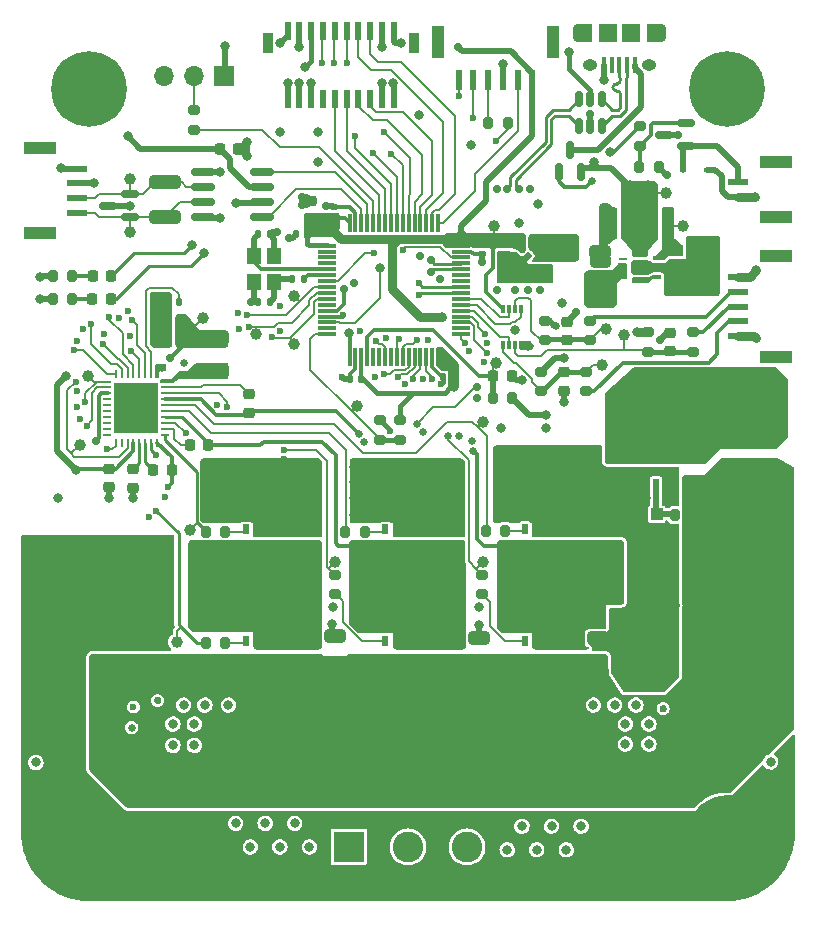
<source format=gtl>
G04 #@! TF.GenerationSoftware,KiCad,Pcbnew,(6.0.2)*
G04 #@! TF.CreationDate,2022-07-31T17:20:06+02:00*
G04 #@! TF.ProjectId,progetto_motor_controller,70726f67-6574-4746-9f5f-6d6f746f725f,rev?*
G04 #@! TF.SameCoordinates,Original*
G04 #@! TF.FileFunction,Copper,L1,Top*
G04 #@! TF.FilePolarity,Positive*
%FSLAX46Y46*%
G04 Gerber Fmt 4.6, Leading zero omitted, Abs format (unit mm)*
G04 Created by KiCad (PCBNEW (6.0.2)) date 2022-07-31 17:20:06*
%MOMM*%
%LPD*%
G01*
G04 APERTURE LIST*
G04 Aperture macros list*
%AMRoundRect*
0 Rectangle with rounded corners*
0 $1 Rounding radius*
0 $2 $3 $4 $5 $6 $7 $8 $9 X,Y pos of 4 corners*
0 Add a 4 corners polygon primitive as box body*
4,1,4,$2,$3,$4,$5,$6,$7,$8,$9,$2,$3,0*
0 Add four circle primitives for the rounded corners*
1,1,$1+$1,$2,$3*
1,1,$1+$1,$4,$5*
1,1,$1+$1,$6,$7*
1,1,$1+$1,$8,$9*
0 Add four rect primitives between the rounded corners*
20,1,$1+$1,$2,$3,$4,$5,0*
20,1,$1+$1,$4,$5,$6,$7,0*
20,1,$1+$1,$6,$7,$8,$9,0*
20,1,$1+$1,$8,$9,$2,$3,0*%
%AMRotRect*
0 Rectangle, with rotation*
0 The origin of the aperture is its center*
0 $1 length*
0 $2 width*
0 $3 Rotation angle, in degrees counterclockwise*
0 Add horizontal line*
21,1,$1,$2,0,0,$3*%
%AMFreePoly0*
4,1,6,0.270000,0.070500,0.090000,-0.105000,-0.090000,-0.105000,-0.090000,0.105000,0.270000,0.105000,0.270000,0.070500,0.270000,0.070500,$1*%
%AMFreePoly1*
4,1,6,0.090000,-0.105000,-0.090000,-0.105000,-0.270000,0.070500,-0.270000,0.105000,0.090000,0.105000,0.090000,-0.105000,0.090000,-0.105000,$1*%
G04 Aperture macros list end*
G04 #@! TA.AperFunction,SMDPad,CuDef*
%ADD10RoundRect,0.200000X0.275000X-0.200000X0.275000X0.200000X-0.275000X0.200000X-0.275000X-0.200000X0*%
G04 #@! TD*
G04 #@! TA.AperFunction,SMDPad,CuDef*
%ADD11RoundRect,0.218750X-0.218750X-0.256250X0.218750X-0.256250X0.218750X0.256250X-0.218750X0.256250X0*%
G04 #@! TD*
G04 #@! TA.AperFunction,SMDPad,CuDef*
%ADD12R,1.796999X5.403799*%
G04 #@! TD*
G04 #@! TA.AperFunction,SMDPad,CuDef*
%ADD13R,0.400000X1.350000*%
G04 #@! TD*
G04 #@! TA.AperFunction,ComponentPad*
%ADD14O,1.250000X0.950000*%
G04 #@! TD*
G04 #@! TA.AperFunction,SMDPad,CuDef*
%ADD15R,1.200000X1.550000*%
G04 #@! TD*
G04 #@! TA.AperFunction,ComponentPad*
%ADD16O,0.890000X1.550000*%
G04 #@! TD*
G04 #@! TA.AperFunction,SMDPad,CuDef*
%ADD17R,1.500000X1.550000*%
G04 #@! TD*
G04 #@! TA.AperFunction,SMDPad,CuDef*
%ADD18RoundRect,0.200000X0.200000X0.275000X-0.200000X0.275000X-0.200000X-0.275000X0.200000X-0.275000X0*%
G04 #@! TD*
G04 #@! TA.AperFunction,SMDPad,CuDef*
%ADD19R,1.000000X1.000000*%
G04 #@! TD*
G04 #@! TA.AperFunction,SMDPad,CuDef*
%ADD20RoundRect,0.250000X0.650000X-0.325000X0.650000X0.325000X-0.650000X0.325000X-0.650000X-0.325000X0*%
G04 #@! TD*
G04 #@! TA.AperFunction,SMDPad,CuDef*
%ADD21C,1.000000*%
G04 #@! TD*
G04 #@! TA.AperFunction,SMDPad,CuDef*
%ADD22RoundRect,0.200000X-0.200000X-0.275000X0.200000X-0.275000X0.200000X0.275000X-0.200000X0.275000X0*%
G04 #@! TD*
G04 #@! TA.AperFunction,SMDPad,CuDef*
%ADD23R,5.403799X1.796999*%
G04 #@! TD*
G04 #@! TA.AperFunction,SMDPad,CuDef*
%ADD24RoundRect,0.140000X-0.140000X-0.170000X0.140000X-0.170000X0.140000X0.170000X-0.140000X0.170000X0*%
G04 #@! TD*
G04 #@! TA.AperFunction,SMDPad,CuDef*
%ADD25R,0.600000X0.800000*%
G04 #@! TD*
G04 #@! TA.AperFunction,SMDPad,CuDef*
%ADD26R,4.410000X4.550000*%
G04 #@! TD*
G04 #@! TA.AperFunction,SMDPad,CuDef*
%ADD27R,0.500000X0.850000*%
G04 #@! TD*
G04 #@! TA.AperFunction,SMDPad,CuDef*
%ADD28RoundRect,0.250000X-1.075000X0.375000X-1.075000X-0.375000X1.075000X-0.375000X1.075000X0.375000X0*%
G04 #@! TD*
G04 #@! TA.AperFunction,SMDPad,CuDef*
%ADD29RoundRect,0.225000X-0.225000X-0.250000X0.225000X-0.250000X0.225000X0.250000X-0.225000X0.250000X0*%
G04 #@! TD*
G04 #@! TA.AperFunction,SMDPad,CuDef*
%ADD30RoundRect,0.225000X0.250000X-0.225000X0.250000X0.225000X-0.250000X0.225000X-0.250000X-0.225000X0*%
G04 #@! TD*
G04 #@! TA.AperFunction,SMDPad,CuDef*
%ADD31R,1.400000X0.390000*%
G04 #@! TD*
G04 #@! TA.AperFunction,SMDPad,CuDef*
%ADD32R,0.700000X0.250000*%
G04 #@! TD*
G04 #@! TA.AperFunction,SMDPad,CuDef*
%ADD33R,1.250000X0.390000*%
G04 #@! TD*
G04 #@! TA.AperFunction,SMDPad,CuDef*
%ADD34RoundRect,0.225000X0.225000X0.250000X-0.225000X0.250000X-0.225000X-0.250000X0.225000X-0.250000X0*%
G04 #@! TD*
G04 #@! TA.AperFunction,SMDPad,CuDef*
%ADD35R,0.300000X0.800000*%
G04 #@! TD*
G04 #@! TA.AperFunction,SMDPad,CuDef*
%ADD36RoundRect,0.200000X-0.275000X0.200000X-0.275000X-0.200000X0.275000X-0.200000X0.275000X0.200000X0*%
G04 #@! TD*
G04 #@! TA.AperFunction,ComponentPad*
%ADD37C,0.800000*%
G04 #@! TD*
G04 #@! TA.AperFunction,ComponentPad*
%ADD38C,6.400000*%
G04 #@! TD*
G04 #@! TA.AperFunction,SMDPad,CuDef*
%ADD39RoundRect,0.150000X0.150000X-0.512500X0.150000X0.512500X-0.150000X0.512500X-0.150000X-0.512500X0*%
G04 #@! TD*
G04 #@! TA.AperFunction,SMDPad,CuDef*
%ADD40RoundRect,0.140000X-0.170000X0.140000X-0.170000X-0.140000X0.170000X-0.140000X0.170000X0.140000X0*%
G04 #@! TD*
G04 #@! TA.AperFunction,SMDPad,CuDef*
%ADD41R,0.600000X0.450000*%
G04 #@! TD*
G04 #@! TA.AperFunction,ComponentPad*
%ADD42R,2.400000X2.400000*%
G04 #@! TD*
G04 #@! TA.AperFunction,ComponentPad*
%ADD43C,2.400000*%
G04 #@! TD*
G04 #@! TA.AperFunction,SMDPad,CuDef*
%ADD44RoundRect,0.075000X-0.700000X-0.075000X0.700000X-0.075000X0.700000X0.075000X-0.700000X0.075000X0*%
G04 #@! TD*
G04 #@! TA.AperFunction,SMDPad,CuDef*
%ADD45RoundRect,0.075000X-0.075000X-0.700000X0.075000X-0.700000X0.075000X0.700000X-0.075000X0.700000X0*%
G04 #@! TD*
G04 #@! TA.AperFunction,SMDPad,CuDef*
%ADD46R,2.800000X1.000000*%
G04 #@! TD*
G04 #@! TA.AperFunction,SMDPad,CuDef*
%ADD47R,1.800000X0.600000*%
G04 #@! TD*
G04 #@! TA.AperFunction,SMDPad,CuDef*
%ADD48RoundRect,0.140000X0.140000X0.170000X-0.140000X0.170000X-0.140000X-0.170000X0.140000X-0.170000X0*%
G04 #@! TD*
G04 #@! TA.AperFunction,SMDPad,CuDef*
%ADD49RoundRect,0.140000X0.170000X-0.140000X0.170000X0.140000X-0.170000X0.140000X-0.170000X-0.140000X0*%
G04 #@! TD*
G04 #@! TA.AperFunction,SMDPad,CuDef*
%ADD50RoundRect,0.150000X0.587500X0.150000X-0.587500X0.150000X-0.587500X-0.150000X0.587500X-0.150000X0*%
G04 #@! TD*
G04 #@! TA.AperFunction,SMDPad,CuDef*
%ADD51RoundRect,0.150000X0.150000X-0.587500X0.150000X0.587500X-0.150000X0.587500X-0.150000X-0.587500X0*%
G04 #@! TD*
G04 #@! TA.AperFunction,SMDPad,CuDef*
%ADD52R,0.850000X1.800000*%
G04 #@! TD*
G04 #@! TA.AperFunction,SMDPad,CuDef*
%ADD53R,0.600000X1.600000*%
G04 #@! TD*
G04 #@! TA.AperFunction,SMDPad,CuDef*
%ADD54RoundRect,0.225000X-0.250000X0.225000X-0.250000X-0.225000X0.250000X-0.225000X0.250000X0.225000X0*%
G04 #@! TD*
G04 #@! TA.AperFunction,ComponentPad*
%ADD55R,2.600000X2.600000*%
G04 #@! TD*
G04 #@! TA.AperFunction,ComponentPad*
%ADD56C,2.600000*%
G04 #@! TD*
G04 #@! TA.AperFunction,SMDPad,CuDef*
%ADD57R,1.000000X2.800000*%
G04 #@! TD*
G04 #@! TA.AperFunction,SMDPad,CuDef*
%ADD58R,0.600000X1.800000*%
G04 #@! TD*
G04 #@! TA.AperFunction,ComponentPad*
%ADD59R,1.700000X1.700000*%
G04 #@! TD*
G04 #@! TA.AperFunction,ComponentPad*
%ADD60O,1.700000X1.700000*%
G04 #@! TD*
G04 #@! TA.AperFunction,SMDPad,CuDef*
%ADD61R,1.200000X1.400000*%
G04 #@! TD*
G04 #@! TA.AperFunction,SMDPad,CuDef*
%ADD62R,0.757199X0.254800*%
G04 #@! TD*
G04 #@! TA.AperFunction,SMDPad,CuDef*
%ADD63R,0.254800X0.757199*%
G04 #@! TD*
G04 #@! TA.AperFunction,SMDPad,CuDef*
%ADD64R,3.708400X4.191000*%
G04 #@! TD*
G04 #@! TA.AperFunction,SMDPad,CuDef*
%ADD65RoundRect,0.250000X-1.075000X0.312500X-1.075000X-0.312500X1.075000X-0.312500X1.075000X0.312500X0*%
G04 #@! TD*
G04 #@! TA.AperFunction,SMDPad,CuDef*
%ADD66RoundRect,0.150000X0.825000X0.150000X-0.825000X0.150000X-0.825000X-0.150000X0.825000X-0.150000X0*%
G04 #@! TD*
G04 #@! TA.AperFunction,SMDPad,CuDef*
%ADD67RoundRect,0.135000X0.135000X0.185000X-0.135000X0.185000X-0.135000X-0.185000X0.135000X-0.185000X0*%
G04 #@! TD*
G04 #@! TA.AperFunction,SMDPad,CuDef*
%ADD68FreePoly0,0.000000*%
G04 #@! TD*
G04 #@! TA.AperFunction,SMDPad,CuDef*
%ADD69FreePoly1,180.000000*%
G04 #@! TD*
G04 #@! TA.AperFunction,SMDPad,CuDef*
%ADD70FreePoly0,180.000000*%
G04 #@! TD*
G04 #@! TA.AperFunction,SMDPad,CuDef*
%ADD71FreePoly1,0.000000*%
G04 #@! TD*
G04 #@! TA.AperFunction,SMDPad,CuDef*
%ADD72RotRect,0.480000X0.480000X45.000000*%
G04 #@! TD*
G04 #@! TA.AperFunction,ViaPad*
%ADD73C,0.700000*%
G04 #@! TD*
G04 #@! TA.AperFunction,ViaPad*
%ADD74C,0.800000*%
G04 #@! TD*
G04 #@! TA.AperFunction,ViaPad*
%ADD75C,0.600000*%
G04 #@! TD*
G04 #@! TA.AperFunction,ViaPad*
%ADD76C,0.650000*%
G04 #@! TD*
G04 #@! TA.AperFunction,Conductor*
%ADD77C,0.270000*%
G04 #@! TD*
G04 #@! TA.AperFunction,Conductor*
%ADD78C,0.500000*%
G04 #@! TD*
G04 #@! TA.AperFunction,Conductor*
%ADD79C,0.250000*%
G04 #@! TD*
G04 #@! TA.AperFunction,Conductor*
%ADD80C,0.300000*%
G04 #@! TD*
G04 #@! TA.AperFunction,Conductor*
%ADD81C,0.400000*%
G04 #@! TD*
G04 #@! TA.AperFunction,Conductor*
%ADD82C,0.750000*%
G04 #@! TD*
G04 #@! TA.AperFunction,Conductor*
%ADD83C,0.200000*%
G04 #@! TD*
G04 APERTURE END LIST*
D10*
X127300000Y-108575000D03*
X127300000Y-106925000D03*
D11*
X89312500Y-98800000D03*
X90887500Y-98800000D03*
D12*
X91000000Y-133745800D03*
X91000000Y-124154200D03*
D10*
X113600000Y-112700000D03*
X113600000Y-111050000D03*
D13*
X135200000Y-80950000D03*
X134550000Y-80950000D03*
X133900000Y-80950000D03*
X133250000Y-80950000D03*
X132600000Y-80950000D03*
D14*
X136400000Y-80950000D03*
D15*
X131000000Y-78250000D03*
D16*
X130400000Y-78250000D03*
D14*
X131400000Y-80950000D03*
D15*
X136800000Y-78250000D03*
D17*
X132900000Y-78250000D03*
X134900000Y-78250000D03*
D16*
X137400000Y-78250000D03*
D18*
X100525000Y-120450000D03*
X98875000Y-120450000D03*
D19*
X137050000Y-119000000D03*
X134550000Y-119000000D03*
D20*
X132250000Y-99775000D03*
X132250000Y-96825000D03*
X122000000Y-132425000D03*
X122000000Y-129475000D03*
D21*
X122350000Y-111150000D03*
X139250000Y-94550000D03*
D22*
X136425000Y-95300000D03*
X138075000Y-95300000D03*
D23*
X145686200Y-128950000D03*
X136094600Y-128950000D03*
D24*
X103320000Y-95300000D03*
X104280000Y-95300000D03*
D10*
X127600000Y-104275000D03*
X127600000Y-102625000D03*
D25*
X129705000Y-135575000D03*
D26*
X127800000Y-133700000D03*
D25*
X127165000Y-135575000D03*
X125895000Y-135575000D03*
X128435000Y-135575000D03*
D27*
X125895000Y-129750000D03*
X129705000Y-129750000D03*
X128435000Y-129750000D03*
X127165000Y-129750000D03*
D28*
X99450000Y-104050000D03*
X99450000Y-106850000D03*
D29*
X100075000Y-88050000D03*
X101625000Y-88050000D03*
D30*
X107800000Y-93975000D03*
X107800000Y-92425000D03*
D21*
X109850000Y-123050000D03*
D25*
X116605000Y-126075000D03*
X117875000Y-126075000D03*
D26*
X115970000Y-124200000D03*
D25*
X114065000Y-126075000D03*
X115335000Y-126075000D03*
D27*
X114065000Y-120250000D03*
X116605000Y-120250000D03*
X115335000Y-120250000D03*
X117875000Y-120250000D03*
D10*
X109850000Y-125775000D03*
X109850000Y-124125000D03*
D31*
X135660000Y-97710000D03*
X135650000Y-98490000D03*
D32*
X137100000Y-98850000D03*
X137100000Y-98350000D03*
X137100000Y-97850000D03*
X137100000Y-97350000D03*
X134200000Y-97350000D03*
X134200000Y-97850000D03*
X134200000Y-98350000D03*
X134200000Y-98850000D03*
D33*
X135650000Y-99210000D03*
X135650000Y-96990000D03*
D25*
X127165000Y-126075000D03*
X125895000Y-126075000D03*
X128435000Y-126075000D03*
X129705000Y-126075000D03*
D26*
X127800000Y-124200000D03*
D27*
X125895000Y-120250000D03*
X127165000Y-120250000D03*
X129705000Y-120250000D03*
X128435000Y-120250000D03*
D34*
X96825000Y-102550000D03*
X95275000Y-102550000D03*
X96825000Y-104350000D03*
X95275000Y-104350000D03*
D35*
X124050000Y-104700000D03*
X124550000Y-104700000D03*
X125050000Y-104700000D03*
X125550000Y-104700000D03*
X125550000Y-101600000D03*
X125050000Y-101600000D03*
X124550000Y-101600000D03*
X124050000Y-101600000D03*
D36*
X135650000Y-86125000D03*
X135650000Y-87775000D03*
D37*
X87302944Y-144302944D03*
X89000000Y-143600000D03*
X91400000Y-146000000D03*
X90697056Y-147697056D03*
X87302944Y-147697056D03*
X89000000Y-148400000D03*
X86600000Y-146000000D03*
D38*
X89000000Y-146000000D03*
D37*
X90697056Y-144302944D03*
D21*
X111650000Y-109800000D03*
X134300000Y-103850000D03*
D39*
X130500000Y-86137500D03*
X131450000Y-86137500D03*
X132400000Y-86137500D03*
X132400000Y-83862500D03*
X131450000Y-83862500D03*
X130500000Y-83862500D03*
D34*
X134825000Y-95300000D03*
X133275000Y-95300000D03*
D40*
X122300000Y-96020000D03*
X122300000Y-96980000D03*
D18*
X124825000Y-109150000D03*
X123175000Y-109150000D03*
D25*
X102295000Y-135575000D03*
X103565000Y-135575000D03*
X106105000Y-135575000D03*
D26*
X104200000Y-133700000D03*
D25*
X104835000Y-135575000D03*
D27*
X102295000Y-129750000D03*
X103565000Y-129750000D03*
X104835000Y-129750000D03*
X106105000Y-129750000D03*
D10*
X97900000Y-86425000D03*
X97900000Y-84775000D03*
D41*
X141350000Y-89800000D03*
X139250000Y-89800000D03*
D42*
X144000000Y-115550000D03*
D43*
X144000000Y-112050000D03*
D44*
X109125000Y-96250000D03*
X109125000Y-96750000D03*
X109125000Y-97250000D03*
X109125000Y-97750000D03*
X109125000Y-98250000D03*
X109125000Y-98750000D03*
X109125000Y-99250000D03*
X109125000Y-99750000D03*
X109125000Y-100250000D03*
X109125000Y-100750000D03*
X109125000Y-101250000D03*
X109125000Y-101750000D03*
X109125000Y-102250000D03*
X109125000Y-102750000D03*
X109125000Y-103250000D03*
X109125000Y-103750000D03*
D45*
X111050000Y-105675000D03*
X111550000Y-105675000D03*
X112050000Y-105675000D03*
X112550000Y-105675000D03*
X113050000Y-105675000D03*
X113550000Y-105675000D03*
X114050000Y-105675000D03*
X114550000Y-105675000D03*
X115050000Y-105675000D03*
X115550000Y-105675000D03*
X116050000Y-105675000D03*
X116550000Y-105675000D03*
X117050000Y-105675000D03*
X117550000Y-105675000D03*
X118050000Y-105675000D03*
X118550000Y-105675000D03*
D44*
X120475000Y-103750000D03*
X120475000Y-103250000D03*
X120475000Y-102750000D03*
X120475000Y-102250000D03*
X120475000Y-101750000D03*
X120475000Y-101250000D03*
X120475000Y-100750000D03*
X120475000Y-100250000D03*
X120475000Y-99750000D03*
X120475000Y-99250000D03*
X120475000Y-98750000D03*
X120475000Y-98250000D03*
X120475000Y-97750000D03*
X120475000Y-97250000D03*
X120475000Y-96750000D03*
X120475000Y-96250000D03*
D45*
X118550000Y-94325000D03*
X118050000Y-94325000D03*
X117550000Y-94325000D03*
X117050000Y-94325000D03*
X116550000Y-94325000D03*
X116050000Y-94325000D03*
X115550000Y-94325000D03*
X115050000Y-94325000D03*
X114550000Y-94325000D03*
X114050000Y-94325000D03*
X113550000Y-94325000D03*
X113050000Y-94325000D03*
X112550000Y-94325000D03*
X112050000Y-94325000D03*
X111550000Y-94325000D03*
X111050000Y-94325000D03*
D46*
X147150000Y-93850000D03*
X147150000Y-89150000D03*
D47*
X143950000Y-92125000D03*
X143950000Y-90875000D03*
D48*
X96580000Y-101050000D03*
X95620000Y-101050000D03*
D30*
X129500000Y-104225000D03*
X129500000Y-102675000D03*
D21*
X92450000Y-90600000D03*
X122325000Y-123050000D03*
X97500000Y-120350000D03*
D18*
X87575000Y-98850000D03*
X85925000Y-98850000D03*
D21*
X137850000Y-91750000D03*
D49*
X109700000Y-93930000D03*
X109700000Y-92970000D03*
D30*
X138200000Y-105175000D03*
X138200000Y-103625000D03*
D50*
X139537500Y-87800000D03*
X139537500Y-85900000D03*
X137662500Y-86850000D03*
D29*
X123225000Y-107300000D03*
X124775000Y-107300000D03*
D46*
X84800000Y-88000000D03*
X84800000Y-95200000D03*
D47*
X88000000Y-89725000D03*
X88000000Y-90975000D03*
X88000000Y-92225000D03*
X88000000Y-93475000D03*
D51*
X128750000Y-89987500D03*
X130650000Y-89987500D03*
X129700000Y-88112500D03*
D18*
X124425000Y-85900000D03*
X122775000Y-85900000D03*
D48*
X104280000Y-101000000D03*
X103320000Y-101000000D03*
D12*
X132000000Y-139354200D03*
X132000000Y-148945800D03*
D29*
X136475000Y-93500000D03*
X138025000Y-93500000D03*
D52*
X116475000Y-79100000D03*
X104125000Y-79100000D03*
D53*
X114800000Y-83800000D03*
X114800000Y-78100000D03*
X113800000Y-83800000D03*
X113800000Y-78100000D03*
X112800000Y-83800000D03*
X112800000Y-78100000D03*
X111800000Y-83800000D03*
X111800000Y-78100000D03*
X110800000Y-83800000D03*
X110800000Y-78100000D03*
X109800000Y-83800000D03*
X109800000Y-78100000D03*
X108800000Y-83800000D03*
X108800000Y-78100000D03*
X107800000Y-83800000D03*
X107800000Y-78100000D03*
X106800000Y-83800000D03*
X106800000Y-78100000D03*
X105800000Y-83800000D03*
X105800000Y-78100000D03*
D54*
X127800000Y-96850000D03*
X127800000Y-98400000D03*
D36*
X138800000Y-96740000D03*
X138800000Y-98390000D03*
D21*
X96450000Y-129800000D03*
X132800000Y-103300000D03*
D55*
X111000000Y-147150000D03*
D56*
X116000000Y-147150000D03*
X121000000Y-147150000D03*
D57*
X118550000Y-79000000D03*
X128250000Y-79000000D03*
D58*
X126525000Y-82200000D03*
X125275000Y-82200000D03*
X124025000Y-82200000D03*
X122775000Y-82200000D03*
X121525000Y-82200000D03*
X120275000Y-82200000D03*
D59*
X100450000Y-81900000D03*
D60*
X97910000Y-81900000D03*
X95370000Y-81900000D03*
D20*
X132050000Y-132425000D03*
X132050000Y-129475000D03*
D21*
X88900000Y-107250000D03*
X88200000Y-113100000D03*
D34*
X95975000Y-115200000D03*
X94425000Y-115200000D03*
D54*
X92750000Y-115175000D03*
X92750000Y-116725000D03*
D48*
X107480000Y-95300000D03*
X106520000Y-95300000D03*
D26*
X115970000Y-133700000D03*
D25*
X116605000Y-135575000D03*
X117875000Y-135575000D03*
X115335000Y-135575000D03*
X114065000Y-135575000D03*
D27*
X114065000Y-129750000D03*
X115335000Y-129750000D03*
X116605000Y-129750000D03*
X117875000Y-129750000D03*
D18*
X124225000Y-120400000D03*
X122575000Y-120400000D03*
D21*
X123250000Y-94550000D03*
D30*
X102550000Y-110375000D03*
X102550000Y-108825000D03*
D61*
X102950000Y-97100000D03*
X102950000Y-99300000D03*
X104650000Y-99300000D03*
X104650000Y-97100000D03*
D36*
X115300000Y-111025000D03*
X115300000Y-112675000D03*
D62*
X95450000Y-112250002D03*
X95450000Y-111750000D03*
X95450000Y-111250001D03*
X95450000Y-110750002D03*
X95450000Y-110250001D03*
X95450000Y-109750001D03*
X95450000Y-109250000D03*
X95450000Y-108750001D03*
X95450000Y-108250002D03*
X95450000Y-107750000D03*
D63*
X94749999Y-107080000D03*
X94250000Y-107080000D03*
X93750001Y-107080000D03*
X93250000Y-107080000D03*
X92750000Y-107080000D03*
X92249999Y-107080000D03*
X91750000Y-107080000D03*
X91250001Y-107080000D03*
D62*
X90550000Y-107749999D03*
X90550000Y-108250001D03*
X90550000Y-108750000D03*
X90550000Y-109249999D03*
X90550000Y-109750000D03*
X90550000Y-110250000D03*
X90550000Y-110750001D03*
X90550000Y-111250000D03*
X90550000Y-111749999D03*
X90550000Y-112250001D03*
D63*
X91250001Y-112918600D03*
X91750000Y-112918600D03*
X92249999Y-112918600D03*
X92750000Y-112918600D03*
X93250000Y-112918600D03*
X93750001Y-112918600D03*
X94250000Y-112918600D03*
X94749999Y-112918600D03*
D64*
X93000000Y-110000000D03*
D21*
X103100000Y-103750000D03*
D25*
X102295000Y-126075000D03*
D26*
X104200000Y-124200000D03*
D25*
X103565000Y-126075000D03*
X106105000Y-126075000D03*
X104835000Y-126075000D03*
D27*
X102295000Y-120250000D03*
X104835000Y-120250000D03*
X106105000Y-120250000D03*
X103565000Y-120250000D03*
D65*
X95400000Y-90887500D03*
X95400000Y-93812500D03*
D54*
X90700000Y-115150000D03*
X90700000Y-116700000D03*
D46*
X147150000Y-97150000D03*
X147150000Y-105650000D03*
D47*
X143950000Y-103900000D03*
X143950000Y-102650000D03*
X143950000Y-101400000D03*
X143950000Y-100150000D03*
X143950000Y-98900000D03*
D54*
X129200000Y-106975000D03*
X129200000Y-108525000D03*
D26*
X135100000Y-112450000D03*
D25*
X134465000Y-110575000D03*
X133195000Y-110575000D03*
X137005000Y-110575000D03*
X135735000Y-110575000D03*
D27*
X137005000Y-116400000D03*
X134465000Y-116400000D03*
X133195000Y-116400000D03*
X135735000Y-116400000D03*
D20*
X109850000Y-132225000D03*
X109850000Y-129275000D03*
D66*
X103625000Y-93805000D03*
X103625000Y-92535000D03*
X103625000Y-91265000D03*
X103625000Y-89995000D03*
X98675000Y-89995000D03*
X98675000Y-91265000D03*
X98675000Y-92535000D03*
X98675000Y-93805000D03*
D21*
X123450000Y-106200000D03*
D34*
X134800000Y-93500000D03*
X133250000Y-93500000D03*
D10*
X122300000Y-125775000D03*
X122300000Y-124125000D03*
D36*
X131100000Y-106925000D03*
X131100000Y-108575000D03*
D34*
X99075000Y-113150000D03*
X97525000Y-113150000D03*
D67*
X107185000Y-99075000D03*
X106165000Y-99075000D03*
D21*
X92450000Y-95050000D03*
D10*
X140100000Y-105225000D03*
X140100000Y-103575000D03*
X131400000Y-104275000D03*
X131400000Y-102625000D03*
D18*
X87575000Y-100750000D03*
X85925000Y-100750000D03*
X140225000Y-119050000D03*
X138575000Y-119050000D03*
D48*
X119900000Y-107400000D03*
X118940000Y-107400000D03*
D37*
X141302944Y-144302944D03*
X144697056Y-144302944D03*
X143000000Y-143600000D03*
X141302944Y-147697056D03*
D38*
X143000000Y-146000000D03*
D37*
X140600000Y-146000000D03*
X145400000Y-146000000D03*
X144697056Y-147697056D03*
X143000000Y-148400000D03*
D21*
X132400000Y-106350000D03*
X98600000Y-102350000D03*
D50*
X92437500Y-93800000D03*
X92437500Y-91900000D03*
X90562500Y-92850000D03*
D54*
X124500000Y-95925000D03*
X124500000Y-97475000D03*
D48*
X112030000Y-107500000D03*
X111070000Y-107500000D03*
D11*
X89262500Y-100750000D03*
X90837500Y-100750000D03*
D18*
X137225000Y-89600000D03*
X135575000Y-89600000D03*
D21*
X106350000Y-104600000D03*
D12*
X100000000Y-139354200D03*
X100000000Y-148945800D03*
D18*
X112325000Y-120450000D03*
X110675000Y-120450000D03*
D37*
X141302944Y-84697056D03*
X141302944Y-81302944D03*
X143000000Y-80600000D03*
X144697056Y-81302944D03*
X143000000Y-85400000D03*
D38*
X143000000Y-83000000D03*
D37*
X140600000Y-83000000D03*
X144697056Y-84697056D03*
X145400000Y-83000000D03*
D18*
X100525000Y-129850000D03*
X98875000Y-129850000D03*
D37*
X90697056Y-84697056D03*
X89000000Y-80600000D03*
X90697056Y-81302944D03*
D38*
X89000000Y-83000000D03*
D37*
X91400000Y-83000000D03*
X89000000Y-85400000D03*
X86600000Y-83000000D03*
X87302944Y-81302944D03*
X87302944Y-84697056D03*
D10*
X136300000Y-105225000D03*
X136300000Y-103575000D03*
D21*
X106350000Y-100500000D03*
D68*
X125680000Y-96775000D03*
D69*
X125680000Y-97425000D03*
D70*
X126720000Y-97425000D03*
D71*
X126720000Y-96775000D03*
D72*
X126200000Y-97100000D03*
D73*
X126300000Y-91450000D03*
X123500000Y-91450000D03*
X125400000Y-91450000D03*
X117925000Y-98500000D03*
X117925000Y-97500000D03*
X124400000Y-91450000D03*
D74*
X118900000Y-102300000D03*
X100500000Y-79350000D03*
X106800000Y-79450000D03*
X119900000Y-108200000D03*
X113800000Y-79450000D03*
D73*
X120200000Y-79450000D03*
D74*
X102350000Y-87450000D03*
X138000000Y-146750000D03*
X134800000Y-117650000D03*
X89400000Y-90950000D03*
X86400000Y-117650000D03*
D73*
X126200000Y-100000000D03*
X125000000Y-99000000D03*
D74*
X100100000Y-90050000D03*
D73*
X139000000Y-99150000D03*
X142000000Y-97950000D03*
D74*
X107300000Y-81100000D03*
X126400000Y-114950000D03*
X134800000Y-120350000D03*
D73*
X140000000Y-100000000D03*
D74*
X102000000Y-116250000D03*
D75*
X118800000Y-108000000D03*
D74*
X107600000Y-114950000D03*
D73*
X118700000Y-99050000D03*
D74*
X114250000Y-114950000D03*
X138000000Y-147850000D03*
X118450000Y-114950000D03*
X133400000Y-120350000D03*
X136900000Y-144550000D03*
D75*
X99850000Y-109750000D03*
D74*
X136900000Y-146750000D03*
D73*
X132550000Y-95800000D03*
X125900000Y-98200000D03*
D75*
X113200000Y-107350500D03*
X111900000Y-103450000D03*
D74*
X95100000Y-147850000D03*
X94000000Y-144550000D03*
X129200000Y-116250000D03*
X134800000Y-115450000D03*
X111450000Y-114950000D03*
D75*
X94400000Y-126700000D03*
D74*
X123600000Y-119050000D03*
X92500000Y-92850000D03*
X102000000Y-119050000D03*
D73*
X138950000Y-100000000D03*
D74*
X135800000Y-145650000D03*
X103400000Y-117650000D03*
D75*
X137600000Y-135450000D03*
D76*
X97050000Y-106150000D03*
D74*
X103400000Y-114950000D03*
D75*
X94500000Y-102550000D03*
D74*
X111450000Y-119050000D03*
X100600000Y-116250000D03*
D75*
X122650000Y-104500000D03*
D74*
X114700000Y-82500000D03*
X115650000Y-117650000D03*
X94000000Y-146750000D03*
X106200000Y-114950000D03*
X99200000Y-117650000D03*
X125400000Y-94350000D03*
D75*
X95150000Y-100500000D03*
X94800000Y-134750000D03*
D74*
X129200000Y-109450000D03*
D75*
X105200000Y-101350000D03*
D74*
X107800000Y-82500000D03*
D73*
X140000000Y-99000000D03*
X141000000Y-97000000D03*
X110600000Y-99900000D03*
D74*
X93600000Y-121550000D03*
X135800000Y-146750000D03*
X137900000Y-130650000D03*
X84850000Y-100750000D03*
D73*
X141000000Y-98000000D03*
D75*
X114441347Y-111975500D03*
D74*
X130600000Y-117650000D03*
X109600000Y-128300000D03*
D73*
X107000000Y-92800000D03*
D74*
X112850000Y-114950000D03*
X96200000Y-147850000D03*
X96200000Y-146750000D03*
D73*
X132550000Y-94025000D03*
D74*
X107600000Y-119050000D03*
D75*
X92250000Y-101750000D03*
D74*
X126900000Y-150350000D03*
X123600000Y-116250000D03*
D73*
X142000000Y-95950000D03*
D76*
X117300000Y-112000000D03*
D74*
X106800000Y-82500000D03*
X121350000Y-87700000D03*
D73*
X132550000Y-93025000D03*
D74*
X136900000Y-147850000D03*
X135800000Y-147850000D03*
X118450000Y-119050000D03*
D73*
X91500000Y-108250000D03*
D74*
X145450000Y-104050000D03*
X124000000Y-80850000D03*
X118450000Y-117650000D03*
X116900000Y-150350000D03*
X119850000Y-119050000D03*
X106200000Y-117650000D03*
X123900000Y-111650000D03*
X112850000Y-117650000D03*
X127800000Y-114950000D03*
X111450000Y-117650000D03*
X113800000Y-82500000D03*
X133400000Y-119050000D03*
D73*
X102700000Y-101000000D03*
D74*
X104800000Y-114950000D03*
D73*
X94500000Y-111750000D03*
D74*
X116900000Y-85150000D03*
X136325000Y-130650000D03*
D73*
X124000000Y-99000000D03*
D74*
X112850000Y-119050000D03*
X137400000Y-122550000D03*
D76*
X121390414Y-112754769D03*
D74*
X132000000Y-116250000D03*
D73*
X137300000Y-104250000D03*
D74*
X127800000Y-116250000D03*
D75*
X93150000Y-126700000D03*
D74*
X108400000Y-89150000D03*
X135900000Y-119050000D03*
X132000000Y-113650000D03*
D73*
X104900000Y-95100000D03*
D74*
X119850000Y-117650000D03*
X130600000Y-114950000D03*
X118450000Y-116250000D03*
X125000000Y-117650000D03*
X126400000Y-117650000D03*
D75*
X138700000Y-126700000D03*
D74*
X100600000Y-114950000D03*
D73*
X142000000Y-96950000D03*
D74*
X134700000Y-146750000D03*
X94000000Y-147850000D03*
X133400000Y-115450000D03*
X94000000Y-145650000D03*
X107600000Y-120350000D03*
X86400000Y-132650000D03*
X127700000Y-111650000D03*
X132600000Y-82250000D03*
D73*
X92550000Y-110450000D03*
D74*
X126200000Y-104725000D03*
X97400000Y-150350000D03*
X138500000Y-125850000D03*
D73*
X93450000Y-109600000D03*
D75*
X92449500Y-103900500D03*
D73*
X131450000Y-85124500D03*
D75*
X101725000Y-103300000D03*
D73*
X91500000Y-111750000D03*
D74*
X103400000Y-116250000D03*
D75*
X117650000Y-104250000D03*
D74*
X109650000Y-126800000D03*
X94700000Y-121550000D03*
D75*
X137650000Y-126700000D03*
D74*
X97300000Y-146750000D03*
X97300000Y-147850000D03*
D75*
X88000000Y-108550000D03*
D73*
X138000000Y-99150000D03*
D74*
X117050000Y-117650000D03*
X133400000Y-117650000D03*
D75*
X105150000Y-103500000D03*
X114150000Y-104100000D03*
D73*
X132550000Y-94800000D03*
X121800000Y-109150000D03*
D74*
X101400000Y-92600000D03*
D73*
X126800000Y-98200000D03*
D74*
X137400000Y-125850000D03*
X132000000Y-114950000D03*
X90700000Y-117600000D03*
D75*
X88500000Y-103300000D03*
D74*
X102400000Y-150350000D03*
X100600000Y-117650000D03*
D76*
X120300000Y-112350000D03*
D74*
X125000000Y-116250000D03*
X96200000Y-144550000D03*
D75*
X94050000Y-119250000D03*
D74*
X136150000Y-117650000D03*
X144400000Y-150350000D03*
X107600000Y-116250000D03*
X99200000Y-119050000D03*
D75*
X138550000Y-120450000D03*
D74*
X126400000Y-113650000D03*
X138500000Y-122550000D03*
D75*
X115715334Y-107965334D03*
D74*
X136900000Y-145650000D03*
D73*
X140000000Y-97000000D03*
D74*
X92400000Y-150350000D03*
X86400000Y-127650000D03*
X122050000Y-126850000D03*
X105150000Y-86650000D03*
X122000000Y-128400000D03*
D73*
X126900000Y-99000000D03*
D74*
X138500000Y-123650000D03*
X95100000Y-144550000D03*
D73*
X105900000Y-95600000D03*
D74*
X125000000Y-114950000D03*
X129200000Y-114950000D03*
X95800000Y-122650000D03*
X138000000Y-145650000D03*
D75*
X121150000Y-105200000D03*
D74*
X137400000Y-124750000D03*
X92500000Y-123750000D03*
D73*
X140000000Y-96000000D03*
D74*
X132000000Y-119050000D03*
X127800000Y-117650000D03*
D75*
X110450000Y-107350500D03*
D74*
X93600000Y-122650000D03*
X119850000Y-114950000D03*
D73*
X142000000Y-99950000D03*
X140000000Y-98000000D03*
X125100000Y-100000000D03*
D74*
X136150000Y-115450000D03*
D73*
X142000000Y-98950000D03*
X141000000Y-99000000D03*
D74*
X134400000Y-150350000D03*
D73*
X109050000Y-92850000D03*
D75*
X117250000Y-107550500D03*
D74*
X112850000Y-116250000D03*
X139400000Y-150350000D03*
D73*
X132750000Y-97750000D03*
D74*
X84850000Y-98900000D03*
X94700000Y-123750000D03*
X105800000Y-82500000D03*
D75*
X88000000Y-104300000D03*
D74*
X138500000Y-124750000D03*
X119850000Y-120350000D03*
X93600000Y-123750000D03*
D73*
X92550000Y-109600000D03*
D74*
X121900000Y-150350000D03*
X95100000Y-145650000D03*
D73*
X123500000Y-100000000D03*
D74*
X114250000Y-116250000D03*
D73*
X93450000Y-110450000D03*
D74*
X92750000Y-117600000D03*
D73*
X141000000Y-96000000D03*
X131750000Y-97750000D03*
D74*
X94700000Y-122650000D03*
X127000000Y-92750000D03*
X136100000Y-120350000D03*
X123600000Y-117650000D03*
D73*
X107000000Y-92100000D03*
D74*
X107600000Y-117650000D03*
D73*
X127190000Y-100000000D03*
X138900000Y-86850000D03*
D74*
X117050000Y-116250000D03*
D73*
X137900000Y-90250000D03*
D74*
X134700000Y-147850000D03*
X86400000Y-137650000D03*
X114250000Y-117650000D03*
D73*
X124000000Y-98200000D03*
D74*
X123600000Y-114950000D03*
X137400000Y-123650000D03*
X92500000Y-121550000D03*
X129200000Y-113650000D03*
X130600000Y-116250000D03*
D73*
X117050000Y-97150000D03*
D74*
X126400000Y-119050000D03*
X95800000Y-123750000D03*
X138000000Y-144550000D03*
X104800000Y-116250000D03*
D73*
X138000000Y-100000000D03*
D74*
X117050000Y-114950000D03*
D75*
X105500000Y-114350000D03*
D74*
X123600000Y-113650000D03*
D75*
X95400000Y-117550000D03*
X95700000Y-126700000D03*
D74*
X130600000Y-113650000D03*
X102000000Y-117650000D03*
D75*
X91550000Y-102350000D03*
X101575000Y-101975000D03*
D74*
X99200000Y-116250000D03*
D75*
X87950000Y-109950000D03*
D73*
X141000000Y-100000000D03*
D74*
X125000000Y-113650000D03*
D75*
X94550000Y-103750000D03*
D74*
X108400000Y-86650000D03*
X99200000Y-114950000D03*
D73*
X122300000Y-97670000D03*
X111400000Y-99400000D03*
D74*
X92500000Y-122650000D03*
X95000000Y-125150000D03*
X115650000Y-116250000D03*
X134400000Y-130650000D03*
D73*
X130250000Y-101850000D03*
D75*
X122400000Y-106100000D03*
D74*
X135800000Y-144550000D03*
X97300000Y-145650000D03*
D75*
X90256962Y-103752529D03*
D74*
X125000000Y-119050000D03*
X100600000Y-119050000D03*
X86400000Y-122650000D03*
X126400000Y-116250000D03*
X102000000Y-114950000D03*
X95100000Y-146750000D03*
X115650000Y-114950000D03*
D76*
X112250000Y-112900000D03*
D74*
X129200000Y-117650000D03*
X104800000Y-117650000D03*
X106200000Y-116250000D03*
X100100000Y-93900000D03*
D73*
X125000000Y-98200000D03*
X125900000Y-99000000D03*
D75*
X88250000Y-110900000D03*
D74*
X111900000Y-150350000D03*
X96200000Y-145650000D03*
X107400000Y-150350000D03*
X127800000Y-113650000D03*
X132000000Y-117650000D03*
X95800000Y-121550000D03*
X134700000Y-145650000D03*
D73*
X94500000Y-108250000D03*
D74*
X102350000Y-88650000D03*
X119850000Y-116250000D03*
X111450000Y-116250000D03*
X132000000Y-120350000D03*
X125650000Y-107650000D03*
X136300000Y-91150000D03*
D76*
X128509215Y-103013967D03*
D74*
X134800000Y-91150000D03*
X105200000Y-79100000D03*
X129650000Y-79850000D03*
X145400000Y-92100000D03*
X130050000Y-95750000D03*
X135400000Y-103600000D03*
X145500000Y-98350000D03*
X130050000Y-97150000D03*
X134800000Y-92550000D03*
X128650000Y-97150000D03*
X129000000Y-101100000D03*
X86600000Y-89700000D03*
X131722205Y-89150000D03*
X92250000Y-87000000D03*
X129200000Y-105750000D03*
X136300000Y-92550000D03*
X128650000Y-95750000D03*
X115400000Y-79100011D03*
X84500000Y-140000000D03*
X125100009Y-103398531D03*
D76*
X92600000Y-137050000D03*
D74*
X146700000Y-139950000D03*
D75*
X110510184Y-102158709D03*
X92750000Y-135300000D03*
D74*
X98750000Y-96900000D03*
D75*
X116900000Y-100400000D03*
D74*
X97750000Y-96200000D03*
D75*
X116900000Y-99450000D03*
D74*
X131300000Y-100900000D03*
X122050000Y-136450000D03*
X123300000Y-135750000D03*
X145400000Y-120150000D03*
X109950000Y-135050000D03*
X132300000Y-100900000D03*
X108700000Y-134350000D03*
X108700000Y-132950000D03*
X109950000Y-136450000D03*
X137650000Y-139900000D03*
X91900000Y-138650000D03*
X109950000Y-133650000D03*
X140650000Y-142150000D03*
X143900000Y-121650000D03*
X141900000Y-133650000D03*
X142400000Y-123200000D03*
X89400000Y-134150000D03*
X87050000Y-107250000D03*
X147850000Y-117550000D03*
X91900000Y-140400000D03*
X142400000Y-121650000D03*
X94150000Y-142150000D03*
D76*
X95200000Y-106574500D03*
D74*
X91900000Y-142150000D03*
X140650000Y-137900000D03*
X143900000Y-118650000D03*
X125800000Y-134350000D03*
X125800000Y-135750000D03*
X106200000Y-135750000D03*
X94150000Y-140400000D03*
X106200000Y-134350000D03*
X140650000Y-139900000D03*
X107450000Y-136450000D03*
X108700000Y-131550000D03*
X124550000Y-137850000D03*
X133300000Y-100900000D03*
X123300000Y-131550000D03*
X145400000Y-121650000D03*
X108700000Y-135750000D03*
X107450000Y-137850000D03*
X137650000Y-142150000D03*
X125800000Y-137150000D03*
X89400000Y-132650000D03*
X141900000Y-131150000D03*
X144450000Y-133650000D03*
X107450000Y-133650000D03*
X122050000Y-137850000D03*
X142400000Y-120150000D03*
X125800000Y-131550000D03*
X124550000Y-132250000D03*
X142400000Y-118650000D03*
X106200000Y-132950000D03*
X109950000Y-137850000D03*
X137650000Y-137900000D03*
X122050000Y-133650000D03*
X106200000Y-131550000D03*
X144450000Y-131150000D03*
X124550000Y-133650000D03*
X147150000Y-131150000D03*
X143900000Y-123200000D03*
X124550000Y-136450000D03*
X107450000Y-132250000D03*
X123300000Y-132950000D03*
X123300000Y-134350000D03*
X125800000Y-132950000D03*
X124550000Y-135050000D03*
X94150000Y-138650000D03*
X87900000Y-115250000D03*
X89400000Y-131250000D03*
X123300000Y-137150000D03*
X147150000Y-133650000D03*
X143900000Y-120150000D03*
X147850000Y-115150000D03*
X122050000Y-135050000D03*
X145400000Y-118650000D03*
X147850000Y-116350000D03*
X107450000Y-135050000D03*
X106200000Y-137150000D03*
X108700000Y-137150000D03*
X145400000Y-123200000D03*
X136400000Y-136750000D03*
X128150000Y-145400000D03*
X134400000Y-138450000D03*
X124400000Y-147400000D03*
X136400000Y-138450000D03*
X125650000Y-145400000D03*
X129400000Y-147400000D03*
X135300000Y-135150000D03*
X130650000Y-145400000D03*
X131700000Y-135150000D03*
X126900000Y-147400000D03*
X134400000Y-136750000D03*
X133500000Y-135150000D03*
X117600000Y-125850000D03*
X117600000Y-124450000D03*
X113400000Y-125850000D03*
X113400000Y-127250000D03*
X120400000Y-125850000D03*
X119000000Y-127250000D03*
X120400000Y-123050000D03*
X114800000Y-127250000D03*
X119000000Y-123050000D03*
X116200000Y-121650000D03*
X114800000Y-125850000D03*
X119000000Y-130050000D03*
X113400000Y-121650000D03*
X113400000Y-128650000D03*
X119000000Y-128650000D03*
X119000000Y-121650000D03*
X112000000Y-123050000D03*
X119000000Y-125850000D03*
X114800000Y-123050000D03*
X119000000Y-124450000D03*
X116200000Y-123050000D03*
X113400000Y-123050000D03*
X116200000Y-124450000D03*
X117600000Y-123050000D03*
X120400000Y-127250000D03*
X112000000Y-127250000D03*
X112000000Y-121650000D03*
X113400000Y-124450000D03*
X120400000Y-128650000D03*
X112000000Y-128650000D03*
X116200000Y-127250000D03*
X114800000Y-121650000D03*
X117600000Y-127250000D03*
X120400000Y-121650000D03*
X112000000Y-124450000D03*
X120400000Y-124450000D03*
X117600000Y-121650000D03*
X116200000Y-125850000D03*
X114800000Y-124450000D03*
X120400000Y-130050000D03*
X112000000Y-125850000D03*
X97900000Y-136750000D03*
X101400000Y-145150000D03*
X105150000Y-147150000D03*
X97000000Y-135150000D03*
X98800000Y-135150000D03*
X102650000Y-147150000D03*
X107650000Y-147150000D03*
X100800000Y-135150000D03*
X96100000Y-136750000D03*
X96100000Y-138550000D03*
X103900000Y-145150000D03*
X106400000Y-145150000D03*
X97900000Y-138550000D03*
D75*
X115600000Y-96574500D03*
X123450000Y-87350000D03*
D74*
X133100000Y-88350000D03*
X113600000Y-98150000D03*
D75*
X121500000Y-85450000D03*
X113100000Y-96900000D03*
X92600000Y-102500000D03*
X104500000Y-104000000D03*
X90700000Y-102300000D03*
X102500000Y-103100000D03*
X89198891Y-102911727D03*
X102400000Y-102150000D03*
D74*
X111000000Y-103650000D03*
D75*
X92550000Y-105150000D03*
X114000000Y-107100000D03*
X116800936Y-104203096D03*
X90200000Y-104550000D03*
X87700000Y-105050500D03*
X113300000Y-104325000D03*
X115150000Y-107400000D03*
X87850000Y-107750000D03*
X116450000Y-107550500D03*
X88625500Y-109500000D03*
X88800000Y-111500000D03*
X118050000Y-107550000D03*
X120800000Y-104450000D03*
D76*
X116790298Y-111320398D03*
D73*
X121800000Y-108250000D03*
D75*
X122700000Y-105350000D03*
X122550000Y-103700000D03*
X110800000Y-80800000D03*
X114000000Y-86600000D03*
X114600000Y-88500000D03*
X120300000Y-83600000D03*
X109700000Y-80800000D03*
X113050000Y-88400000D03*
X108700000Y-80800000D03*
X111500000Y-87000000D03*
X105500000Y-113550000D03*
X97200000Y-112150000D03*
D74*
X131100000Y-124450000D03*
X124100000Y-127250000D03*
X128300000Y-127250000D03*
D76*
X121475498Y-113600000D03*
D74*
X131100000Y-121650000D03*
X125500000Y-125850000D03*
X129700000Y-125850000D03*
D76*
X111828529Y-112162425D03*
D74*
X125500000Y-123050000D03*
X131100000Y-125850000D03*
X132500000Y-124450000D03*
X126900000Y-125850000D03*
X129700000Y-121650000D03*
X132500000Y-121650000D03*
X126900000Y-127250000D03*
X128300000Y-121650000D03*
X125500000Y-128650000D03*
X124100000Y-123050000D03*
X133900000Y-123050000D03*
X124100000Y-125850000D03*
X128300000Y-123050000D03*
X129700000Y-124450000D03*
X131100000Y-127250000D03*
X132500000Y-123050000D03*
X126900000Y-123050000D03*
X133900000Y-125850000D03*
X125500000Y-121650000D03*
X128300000Y-125850000D03*
X125500000Y-127250000D03*
X133900000Y-124450000D03*
X124100000Y-128650000D03*
X125500000Y-124450000D03*
X124100000Y-121650000D03*
X124100000Y-124450000D03*
X126900000Y-121650000D03*
X129700000Y-127250000D03*
X133900000Y-121650000D03*
X129700000Y-123050000D03*
X126900000Y-124450000D03*
X128300000Y-124450000D03*
X131100000Y-123050000D03*
X132500000Y-125850000D03*
D76*
X119400000Y-112375000D03*
D75*
X100700000Y-109900000D03*
X115275000Y-104150000D03*
X90500000Y-113500000D03*
X94700000Y-114000000D03*
X94700000Y-118700000D03*
D74*
X127700000Y-110550000D03*
D73*
X89550000Y-112800000D03*
X95850000Y-105800000D03*
D74*
X103700000Y-127250000D03*
X100900000Y-124450000D03*
X102300000Y-123050000D03*
X99500000Y-121650000D03*
X106500000Y-124450000D03*
X102300000Y-127250000D03*
X99500000Y-124450000D03*
X98100000Y-124450000D03*
X99500000Y-125850000D03*
X107900000Y-127250000D03*
X98100000Y-125850000D03*
X105100000Y-125850000D03*
X107900000Y-121650000D03*
X105100000Y-123050000D03*
X102300000Y-124450000D03*
X107900000Y-125850000D03*
X100900000Y-123050000D03*
X103700000Y-124450000D03*
X107900000Y-123050000D03*
X100900000Y-125850000D03*
X98100000Y-123050000D03*
X103700000Y-123050000D03*
X105100000Y-127250000D03*
X105100000Y-121650000D03*
X105100000Y-124450000D03*
D75*
X95650000Y-116650000D03*
D74*
X106500000Y-127250000D03*
X103700000Y-125850000D03*
X106500000Y-121650000D03*
X102300000Y-125850000D03*
X106500000Y-125850000D03*
X107900000Y-124450000D03*
X103700000Y-121650000D03*
X100900000Y-121650000D03*
X107900000Y-128650000D03*
X99500000Y-123050000D03*
X98100000Y-121650000D03*
X106500000Y-123050000D03*
X102300000Y-121650000D03*
D76*
X131600000Y-90750000D03*
D77*
X125135001Y-91185001D02*
X125400000Y-91450000D01*
X124664999Y-91185001D02*
X124400000Y-91450000D01*
X125135001Y-90647341D02*
X125135001Y-91185001D01*
X124664999Y-90452659D02*
X124664999Y-91185001D01*
X118189999Y-98235001D02*
X117925000Y-98500000D01*
X120460001Y-98235001D02*
X118189999Y-98235001D01*
X120460001Y-97764999D02*
X118189999Y-97764999D01*
X118189999Y-97764999D02*
X117925000Y-97500000D01*
X133900000Y-81962501D02*
X133900000Y-80950000D01*
X133990000Y-82052501D02*
X133900000Y-81962501D01*
X133990000Y-82190000D02*
X133990000Y-82052501D01*
X133990000Y-82240000D02*
X133990000Y-82190000D01*
X133643113Y-82540000D02*
X133690000Y-82540000D01*
X132400000Y-83862500D02*
X133302499Y-84764999D01*
X133990000Y-84527658D02*
X133990000Y-83440000D01*
X133990000Y-82240000D02*
G75*
G02*
X133690000Y-82540000I-300000J0D01*
G01*
X133643113Y-82540000D02*
G75*
G03*
X133343113Y-82840000I0J-300000D01*
G01*
X133690000Y-83140000D02*
X133643113Y-83140000D01*
X133302499Y-84764999D02*
X133752659Y-84764999D01*
X133343113Y-82840000D02*
G75*
G03*
X133643113Y-83140000I300000J0D01*
G01*
X133690000Y-83140000D02*
G75*
G02*
X133990000Y-83440000I0J-300000D01*
G01*
X133752659Y-84764999D02*
X133990000Y-84527658D01*
D78*
X135200000Y-81207468D02*
X135200000Y-80950000D01*
X135700000Y-84500000D02*
X135700000Y-81707468D01*
X132087500Y-88112500D02*
X135700000Y-84500000D01*
X135700000Y-81707468D02*
X135200000Y-81207468D01*
X129700000Y-88112500D02*
X132087500Y-88112500D01*
D77*
X134460000Y-84722342D02*
X134460000Y-82052501D01*
X134460000Y-82052501D02*
X134550000Y-81962501D01*
X133947341Y-85235001D02*
X134460000Y-84722342D01*
X134550000Y-81962501D02*
X134550000Y-80950000D01*
X133302499Y-85235001D02*
X133947341Y-85235001D01*
X132400000Y-86137500D02*
X133302499Y-85235001D01*
X129597501Y-85235001D02*
X130500000Y-86137500D01*
X128447341Y-85235001D02*
X129597501Y-85235001D01*
X128252659Y-84764999D02*
X129597501Y-84764999D01*
X129597501Y-84764999D02*
X130500000Y-83862500D01*
X128135000Y-85547342D02*
X128447341Y-85235001D01*
X127665000Y-85352658D02*
X128252659Y-84764999D01*
X127665000Y-87452658D02*
X127665000Y-85352658D01*
X128135000Y-87647342D02*
X128135000Y-85547342D01*
X125135001Y-90647341D02*
X128135000Y-87647342D01*
X124664999Y-90452659D02*
X127665000Y-87452658D01*
D79*
X109125000Y-96275000D02*
X109125000Y-96250000D01*
D80*
X124050000Y-101600000D02*
X122600000Y-100150000D01*
D81*
X107480000Y-96080000D02*
X107600480Y-96200480D01*
D79*
X112050000Y-107250000D02*
X112030000Y-107270000D01*
D78*
X120200000Y-79450000D02*
X120550000Y-79800000D01*
D81*
X116449511Y-108699511D02*
X113399511Y-108699511D01*
X113399511Y-108699511D02*
X112200000Y-107500000D01*
D82*
X115750000Y-95700000D02*
X110299511Y-95700000D01*
D78*
X122600000Y-92450000D02*
X120500000Y-94550000D01*
X120550000Y-79800000D02*
X124725000Y-79800000D01*
D81*
X112200000Y-107500000D02*
X112030000Y-107500000D01*
D79*
X112030000Y-107270000D02*
X112030000Y-107500000D01*
D81*
X107600480Y-96200480D02*
X109125000Y-96200480D01*
D78*
X100500000Y-81850000D02*
X100450000Y-81900000D01*
D82*
X110299511Y-95700000D02*
X109299511Y-94700000D01*
D78*
X122600000Y-90850000D02*
X122600000Y-92450000D01*
D80*
X122600000Y-98750000D02*
X123200000Y-98150000D01*
D81*
X119900000Y-108200000D02*
X119589259Y-108200000D01*
D82*
X118900000Y-102300000D02*
X117000000Y-102300000D01*
D78*
X126525000Y-81600000D02*
X126525000Y-82200000D01*
D81*
X119589259Y-108200000D02*
X119089748Y-108699511D01*
D78*
X106800000Y-79450000D02*
X106800000Y-78100000D01*
D82*
X114650000Y-99950000D02*
X114650000Y-96200000D01*
D81*
X115300000Y-111025000D02*
X115300000Y-109849022D01*
D83*
X123250000Y-94550000D02*
X123250000Y-95500000D01*
D80*
X110655000Y-93930000D02*
X111050000Y-94325000D01*
X123200000Y-98150000D02*
X123200000Y-96250000D01*
D81*
X107480000Y-95300000D02*
X107480000Y-96080000D01*
D78*
X126525000Y-86925000D02*
X122600000Y-90850000D01*
D82*
X115150000Y-95700000D02*
X119100000Y-95700000D01*
D83*
X109125000Y-96275000D02*
X109100000Y-96250000D01*
D80*
X109700000Y-93930000D02*
X110655000Y-93930000D01*
X112050000Y-105675000D02*
X112050000Y-107250000D01*
D78*
X113800000Y-79450000D02*
X113800000Y-78100000D01*
X100500000Y-79350000D02*
X100500000Y-81850000D01*
D82*
X114650000Y-96200000D02*
X115150000Y-95700000D01*
D80*
X122600000Y-100150000D02*
X122600000Y-98750000D01*
D78*
X120500000Y-94550000D02*
X120500000Y-95350000D01*
X126525000Y-82200000D02*
X126525000Y-86925000D01*
D81*
X115300000Y-109849022D02*
X116449511Y-108699511D01*
D78*
X124725000Y-79800000D02*
X126525000Y-81600000D01*
D82*
X117000000Y-102300000D02*
X114650000Y-99950000D01*
D81*
X119089748Y-108699511D02*
X116449511Y-108699511D01*
D78*
X106800000Y-82500000D02*
X106800000Y-83800000D01*
X92750000Y-117600000D02*
X92750000Y-116725000D01*
D82*
X131750000Y-97325000D02*
X132250000Y-96825000D01*
D81*
X107800000Y-80600000D02*
X107800000Y-78100000D01*
D82*
X133250000Y-93500000D02*
X133250000Y-95275000D01*
D78*
X89400000Y-90950000D02*
X89375000Y-90975000D01*
X137925000Y-103625000D02*
X138200000Y-103625000D01*
X132600000Y-82250000D02*
X132600000Y-80950000D01*
X101750000Y-88050000D02*
X102350000Y-88650000D01*
X84900000Y-98850000D02*
X85925000Y-98850000D01*
D80*
X121350361Y-96750000D02*
X120475000Y-96750000D01*
X111070361Y-92970000D02*
X111550000Y-93449639D01*
D82*
X132550000Y-94800000D02*
X132775000Y-94800000D01*
D78*
X104650000Y-95670000D02*
X104280000Y-95300000D01*
D81*
X119000000Y-107800000D02*
X119000000Y-107460000D01*
D82*
X132750000Y-93000000D02*
X133250000Y-93500000D01*
D78*
X109580000Y-92850000D02*
X109700000Y-92970000D01*
D80*
X121580361Y-96980000D02*
X121350361Y-96750000D01*
D82*
X132550000Y-94025000D02*
X132750000Y-94025000D01*
D78*
X113800000Y-82500000D02*
X113800000Y-83800000D01*
X100100000Y-90050000D02*
X98730000Y-90050000D01*
D80*
X110000361Y-101750000D02*
X109125000Y-101750000D01*
D81*
X118800000Y-108000000D02*
X119000000Y-107800000D01*
D82*
X132550000Y-95800000D02*
X132550000Y-96525000D01*
D78*
X103200000Y-101000000D02*
X102950000Y-100750000D01*
D80*
X111550000Y-93449639D02*
X111550000Y-94325000D01*
D78*
X124000000Y-82175000D02*
X124025000Y-82200000D01*
X110599500Y-107500000D02*
X111070000Y-107500000D01*
X125650000Y-107650000D02*
X125125000Y-107650000D01*
D80*
X122300000Y-96980000D02*
X121580361Y-96980000D01*
D81*
X107300000Y-81100000D02*
X107800000Y-80600000D01*
D80*
X111550000Y-105675000D02*
X111550000Y-106650000D01*
D78*
X106220000Y-95600000D02*
X106520000Y-95300000D01*
X104900000Y-95100000D02*
X104480000Y-95100000D01*
X105800000Y-82500000D02*
X105800000Y-83800000D01*
X137875000Y-90250000D02*
X137225000Y-89600000D01*
D80*
X118940000Y-107400000D02*
X118899639Y-107400000D01*
D78*
X114800000Y-82600000D02*
X114800000Y-83800000D01*
X103560000Y-92600000D02*
X103625000Y-92535000D01*
D82*
X145450000Y-104050000D02*
X145300000Y-103900000D01*
D78*
X102350000Y-88650000D02*
X102350000Y-87450000D01*
D82*
X132750000Y-94025000D02*
X133250000Y-93525000D01*
X132750000Y-97325000D02*
X132250000Y-96825000D01*
D78*
X92500000Y-92850000D02*
X90562500Y-92850000D01*
X104650000Y-97100000D02*
X104650000Y-95670000D01*
X109600000Y-129025000D02*
X109850000Y-129275000D01*
X102700000Y-101000000D02*
X103320000Y-101000000D01*
D80*
X111070000Y-107130000D02*
X111070000Y-107500000D01*
D78*
X124000000Y-80850000D02*
X124000000Y-82175000D01*
X89375000Y-90975000D02*
X88000000Y-90975000D01*
D80*
X111550000Y-106650000D02*
X111070000Y-107130000D01*
D82*
X145300000Y-103900000D02*
X143950000Y-103900000D01*
D78*
X107000000Y-92800000D02*
X107300000Y-92500000D01*
X107000000Y-92100000D02*
X107475000Y-92100000D01*
X98730000Y-90050000D02*
X98675000Y-89995000D01*
X107000000Y-92800000D02*
X107000000Y-92100000D01*
X90700000Y-117600000D02*
X90700000Y-116700000D01*
X101750000Y-88050000D02*
X102350000Y-87450000D01*
X110450000Y-107350500D02*
X110599500Y-107500000D01*
X122300000Y-96980000D02*
X122300000Y-97670000D01*
X105900000Y-95600000D02*
X106220000Y-95600000D01*
X131450000Y-85124500D02*
X131450000Y-86137500D01*
D80*
X118899639Y-107400000D02*
X118050000Y-106550361D01*
D78*
X109050000Y-92850000D02*
X109580000Y-92850000D01*
D82*
X132550000Y-94000000D02*
X132550000Y-94800000D01*
D81*
X119000000Y-107460000D02*
X118940000Y-107400000D01*
D78*
X84850000Y-100750000D02*
X85925000Y-100750000D01*
X101400000Y-92600000D02*
X103560000Y-92600000D01*
D81*
X114441347Y-111891347D02*
X113600000Y-111050000D01*
D78*
X104480000Y-95100000D02*
X104280000Y-95300000D01*
X137300000Y-104250000D02*
X137925000Y-103625000D01*
X122000000Y-128400000D02*
X122000000Y-129475000D01*
D82*
X133250000Y-95275000D02*
X133275000Y-95300000D01*
D80*
X118050000Y-106550361D02*
X118050000Y-105675000D01*
D78*
X107800000Y-82500000D02*
X107800000Y-83800000D01*
D80*
X109700000Y-92970000D02*
X111070361Y-92970000D01*
D81*
X114441347Y-111975500D02*
X114441347Y-111891347D01*
D82*
X132775000Y-95800000D02*
X133275000Y-95300000D01*
D78*
X114700000Y-82500000D02*
X114800000Y-82600000D01*
X107425000Y-92800000D02*
X107800000Y-92425000D01*
X107000000Y-92800000D02*
X107425000Y-92800000D01*
X137900000Y-90250000D02*
X137875000Y-90250000D01*
X130250000Y-101850000D02*
X130250000Y-101925000D01*
X129200000Y-109450000D02*
X129200000Y-108525000D01*
D82*
X132550000Y-96525000D02*
X132250000Y-96825000D01*
D78*
X109600000Y-128300000D02*
X109600000Y-129025000D01*
D82*
X132750000Y-97750000D02*
X132750000Y-97325000D01*
X131750000Y-97750000D02*
X131750000Y-97325000D01*
D78*
X100100000Y-93900000D02*
X98770000Y-93900000D01*
X130250000Y-101925000D02*
X129500000Y-102675000D01*
D80*
X110600000Y-101150361D02*
X110000361Y-101750000D01*
D78*
X101625000Y-88050000D02*
X101750000Y-88050000D01*
D80*
X110600000Y-99900000D02*
X110600000Y-101150361D01*
D82*
X132775000Y-94800000D02*
X133275000Y-95300000D01*
D78*
X125125000Y-107650000D02*
X124775000Y-107300000D01*
X102950000Y-100750000D02*
X102950000Y-99300000D01*
X138900000Y-86850000D02*
X137662500Y-86850000D01*
X107475000Y-92100000D02*
X107800000Y-92425000D01*
D82*
X132550000Y-93000000D02*
X132550000Y-95800000D01*
D78*
X103320000Y-101000000D02*
X103200000Y-101000000D01*
D82*
X132550000Y-95800000D02*
X132775000Y-95800000D01*
X131750000Y-97750000D02*
X132750000Y-97750000D01*
D78*
X104580000Y-95600000D02*
X104280000Y-95300000D01*
X98770000Y-93900000D02*
X98675000Y-93805000D01*
X84850000Y-98900000D02*
X84900000Y-98850000D01*
D82*
X132550000Y-93025000D02*
X132750000Y-93025000D01*
D80*
X102950000Y-97650000D02*
X102950000Y-97100000D01*
D78*
X102950000Y-95670000D02*
X103320000Y-95300000D01*
D80*
X103550000Y-98250000D02*
X102950000Y-97650000D01*
X109125000Y-98250000D02*
X103550000Y-98250000D01*
D78*
X102950000Y-97100000D02*
X102950000Y-95670000D01*
X131722205Y-89327795D02*
X131400000Y-89650000D01*
X128475000Y-105750000D02*
X127300000Y-106925000D01*
X143950000Y-92125000D02*
X143050978Y-92125000D01*
X100075000Y-88050000D02*
X100949511Y-88924511D01*
X134650000Y-91150000D02*
X134800000Y-91150000D01*
D82*
X144950000Y-98900000D02*
X143950000Y-98900000D01*
X136275000Y-103600000D02*
X136300000Y-103575000D01*
D78*
X130650000Y-89800000D02*
X130800000Y-89650000D01*
D81*
X129650000Y-81300000D02*
X131450000Y-83100000D01*
D78*
X100949511Y-89699511D02*
X102515000Y-91265000D01*
X105800000Y-78500000D02*
X105800000Y-78100000D01*
D82*
X145500000Y-98350000D02*
X144950000Y-98900000D01*
D78*
X128509215Y-103013967D02*
X128363967Y-103013967D01*
X86625000Y-89725000D02*
X88000000Y-89725000D01*
X131722205Y-89150000D02*
X131722205Y-89327795D01*
X130650000Y-89987500D02*
X130650000Y-89800000D01*
X100075000Y-88050000D02*
X93300000Y-88050000D01*
D82*
X145400000Y-92100000D02*
X143925000Y-92100000D01*
D83*
X137850000Y-91750000D02*
X136750000Y-91750000D01*
D78*
X142550489Y-90350489D02*
X142000000Y-89800000D01*
X143050978Y-92125000D02*
X142550489Y-91624511D01*
X131722205Y-89150000D02*
X131722205Y-89272205D01*
X130800000Y-89650000D02*
X131400000Y-89650000D01*
X105200000Y-79100000D02*
X105800000Y-78500000D01*
X100949511Y-88924511D02*
X100949511Y-89699511D01*
X127925000Y-102575000D02*
X127650000Y-102575000D01*
X114800000Y-79000000D02*
X114800000Y-78100000D01*
X102515000Y-91265000D02*
X103625000Y-91265000D01*
X114900011Y-79100011D02*
X114800000Y-79000000D01*
X129200000Y-105750000D02*
X128475000Y-105750000D01*
X131400000Y-89650000D02*
X132100000Y-89650000D01*
X128363967Y-103013967D02*
X127925000Y-102575000D01*
X86600000Y-89700000D02*
X86625000Y-89725000D01*
X142000000Y-89800000D02*
X141350000Y-89800000D01*
X131722205Y-89272205D02*
X132100000Y-89650000D01*
X142550489Y-91624511D02*
X142550489Y-90350489D01*
X143925000Y-92100000D02*
X143950000Y-92125000D01*
D82*
X135400000Y-103600000D02*
X136275000Y-103600000D01*
D78*
X133150000Y-89650000D02*
X134650000Y-91150000D01*
D81*
X131450000Y-83100000D02*
X131450000Y-83862500D01*
D78*
X115400000Y-79100011D02*
X114900011Y-79100011D01*
D81*
X129650000Y-79850000D02*
X129650000Y-81300000D01*
D78*
X132100000Y-89650000D02*
X133150000Y-89650000D01*
X93300000Y-88050000D02*
X92250000Y-87000000D01*
X104300000Y-101000000D02*
X104650000Y-100650000D01*
X106165000Y-99075000D02*
X104875000Y-99075000D01*
X104875000Y-99075000D02*
X104650000Y-99300000D01*
X104650000Y-100650000D02*
X104650000Y-99300000D01*
X104280000Y-101000000D02*
X104300000Y-101000000D01*
D80*
X110500000Y-102250000D02*
X110408709Y-102158709D01*
X110408709Y-102158709D02*
X110317418Y-102250000D01*
D79*
X110510184Y-102239816D02*
X110500000Y-102250000D01*
X110510184Y-102158709D02*
X110510184Y-102239816D01*
D80*
X110317418Y-102250000D02*
X109125000Y-102250000D01*
X87575000Y-100750000D02*
X89262500Y-100750000D01*
D79*
X98750000Y-96900000D02*
X97650000Y-98000000D01*
X94050000Y-98000000D02*
X91300000Y-100750000D01*
D80*
X116950000Y-100350000D02*
X117000000Y-100350000D01*
D79*
X91300000Y-100750000D02*
X90837500Y-100750000D01*
X97650000Y-98000000D02*
X94050000Y-98000000D01*
D80*
X116900000Y-100400000D02*
X116950000Y-100350000D01*
D79*
X117050000Y-100250000D02*
X120475000Y-100250000D01*
X116900000Y-100400000D02*
X117050000Y-100250000D01*
D80*
X87625000Y-98800000D02*
X89312500Y-98800000D01*
X87575000Y-98850000D02*
X87625000Y-98800000D01*
D79*
X97050000Y-96900000D02*
X92787500Y-96900000D01*
X117200000Y-99750000D02*
X120475000Y-99750000D01*
X116900000Y-99450000D02*
X117200000Y-99750000D01*
X92787500Y-96900000D02*
X90887500Y-98800000D01*
X97750000Y-96200000D02*
X97050000Y-96900000D01*
D78*
X86250000Y-113600000D02*
X86250000Y-108050000D01*
X87900000Y-115250000D02*
X86250000Y-113600000D01*
D81*
X87900000Y-115250000D02*
X88000000Y-115150000D01*
D80*
X91250000Y-115150000D02*
X92750000Y-113650000D01*
X88000000Y-115150000D02*
X91250000Y-115150000D01*
X92750000Y-113650000D02*
X92750000Y-112918600D01*
D78*
X86250000Y-108050000D02*
X87050000Y-107250000D01*
D80*
X99075000Y-113150000D02*
X103500000Y-113150000D01*
X103800000Y-112850000D02*
X108750000Y-112850000D01*
D79*
X96875001Y-110750001D02*
X95423300Y-110750001D01*
D80*
X103500000Y-113150000D02*
X103800000Y-112850000D01*
D79*
X99075000Y-113150000D02*
X99075000Y-112950000D01*
D80*
X110100000Y-121650000D02*
X111100000Y-121650000D01*
X109900000Y-121450000D02*
X110100000Y-121650000D01*
X108750000Y-112850000D02*
X109900000Y-114000000D01*
X109900000Y-114000000D02*
X109900000Y-121450000D01*
D79*
X99075000Y-112950000D02*
X96875001Y-110750001D01*
D83*
X113050000Y-92450000D02*
X108500000Y-87900000D01*
X108500000Y-87900000D02*
X105150000Y-87900000D01*
X105150000Y-87900000D02*
X103675000Y-86425000D01*
X113050000Y-94325000D02*
X113050000Y-92450000D01*
X103675000Y-86425000D02*
X97900000Y-86425000D01*
X97900000Y-84070000D02*
X97910000Y-84060000D01*
X97900000Y-84775000D02*
X97900000Y-84070000D01*
X97910000Y-84060000D02*
X97910000Y-81900000D01*
D80*
X109125000Y-98750000D02*
X107510000Y-98750000D01*
X107510000Y-98750000D02*
X107185000Y-99075000D01*
D83*
X118750015Y-96400000D02*
X119600015Y-97250000D01*
X115600000Y-96574500D02*
X115774500Y-96400000D01*
X123450000Y-87350000D02*
X124425000Y-86375000D01*
X115774500Y-96400000D02*
X118750015Y-96400000D01*
X124425000Y-86375000D02*
X124425000Y-85900000D01*
X119600015Y-97250000D02*
X120475000Y-97250000D01*
X122775000Y-85900000D02*
X122775000Y-82200000D01*
X113600000Y-100675000D02*
X111516780Y-102758220D01*
D80*
X133425000Y-88350000D02*
X135650000Y-86125000D01*
D83*
X110253637Y-102750000D02*
X109125000Y-102750000D01*
X113600000Y-98150000D02*
X113600000Y-100675000D01*
X111516780Y-102758220D02*
X110261857Y-102758220D01*
D80*
X133100000Y-88350000D02*
X133425000Y-88350000D01*
D83*
X110261857Y-102758220D02*
X110253637Y-102750000D01*
D80*
X135650000Y-89525000D02*
X135650000Y-87775000D01*
X136575480Y-86074520D02*
X136750000Y-85900000D01*
X136750000Y-85900000D02*
X139537500Y-85900000D01*
X135650000Y-87775000D02*
X136575480Y-86849520D01*
X135575000Y-89600000D02*
X135650000Y-89525000D01*
X136575480Y-86849520D02*
X136575480Y-86074520D01*
D83*
X109125000Y-99250000D02*
X110050000Y-99250000D01*
X110050000Y-99250000D02*
X112400000Y-96900000D01*
X112400000Y-96900000D02*
X113100000Y-96900000D01*
X121500000Y-85450000D02*
X121525000Y-85425000D01*
X121525000Y-85425000D02*
X121525000Y-82200000D01*
X93050000Y-102950000D02*
X93050000Y-104700000D01*
X106350000Y-104450000D02*
X106000000Y-104100000D01*
X92600000Y-102500000D02*
X93050000Y-102950000D01*
X93700000Y-105350000D02*
X93700000Y-107031399D01*
X104500000Y-104000000D02*
X104600000Y-104100000D01*
X93700000Y-107031399D02*
X93750001Y-107081400D01*
X108050480Y-102049520D02*
X108050480Y-101019869D01*
X106000000Y-104100000D02*
X108050480Y-102049520D01*
X104600000Y-104100000D02*
X106000000Y-104100000D01*
X106350000Y-104600000D02*
X106350000Y-104450000D01*
X108050480Y-101019869D02*
X108320349Y-100750000D01*
X108320349Y-100750000D02*
X109125000Y-100750000D01*
X93050000Y-104700000D02*
X93700000Y-105350000D01*
X108255343Y-100250000D02*
X109125000Y-100250000D01*
X90700000Y-102300000D02*
X90700000Y-102500000D01*
X90700000Y-102500000D02*
X91850000Y-103650000D01*
X102500000Y-103100000D02*
X103150000Y-103100000D01*
X106149511Y-102800489D02*
X107650961Y-101299039D01*
X104949511Y-102800489D02*
X106149511Y-102800489D01*
X103150000Y-103100000D02*
X104650000Y-103100000D01*
X91850000Y-103650000D02*
X91850000Y-105450000D01*
X107650961Y-101299039D02*
X107650961Y-100854382D01*
X104650000Y-103100000D02*
X104949511Y-102800489D01*
X107650961Y-100854382D02*
X108255343Y-100250000D01*
X92750000Y-106350000D02*
X92750000Y-107081400D01*
X103100000Y-103150000D02*
X103150000Y-103100000D01*
X91850000Y-105450000D02*
X92750000Y-106350000D01*
X103100000Y-103750000D02*
X103100000Y-103150000D01*
X106825000Y-100925000D02*
X108000000Y-99750000D01*
X102400000Y-102150000D02*
X102450000Y-102100000D01*
X91750000Y-107080000D02*
X91750000Y-106650000D01*
X91350000Y-106250000D02*
X90850000Y-106250000D01*
X91750000Y-106650000D02*
X91350000Y-106250000D01*
X106350000Y-100500000D02*
X106775000Y-100925000D01*
X89200000Y-104600000D02*
X89200000Y-102912836D01*
X106775000Y-100925000D02*
X106825000Y-100925000D01*
X108000000Y-99750000D02*
X109125000Y-99750000D01*
X89200000Y-102912836D02*
X89198891Y-102911727D01*
X102450000Y-102100000D02*
X105650000Y-102100000D01*
X105650000Y-102100000D02*
X106825000Y-100925000D01*
X90850000Y-106250000D02*
X89200000Y-104600000D01*
D81*
X115300000Y-112675000D02*
X113625000Y-112675000D01*
D83*
X113600000Y-112700000D02*
X113600000Y-112650000D01*
X108100000Y-103750000D02*
X109125000Y-103750000D01*
D81*
X113625000Y-112675000D02*
X113600000Y-112700000D01*
D83*
X111650000Y-109800000D02*
X111650000Y-109850000D01*
X107700000Y-104150000D02*
X108100000Y-103750000D01*
X111225000Y-110275000D02*
X107700000Y-106750000D01*
X107700000Y-106750000D02*
X107700000Y-104150000D01*
X113600000Y-112650000D02*
X111225000Y-110275000D01*
X111650000Y-109850000D02*
X111225000Y-110275000D01*
D80*
X111050000Y-103700000D02*
X111050000Y-105675000D01*
X111000000Y-103650000D02*
X111050000Y-103700000D01*
X122050000Y-107300000D02*
X118100000Y-103350000D01*
X118100000Y-103350000D02*
X113150000Y-103350000D01*
D78*
X123175000Y-107350000D02*
X123225000Y-107300000D01*
D80*
X113150000Y-103350000D02*
X112550000Y-103950000D01*
D83*
X123225000Y-107300000D02*
X123225000Y-106425000D01*
D80*
X112550000Y-103950000D02*
X112550000Y-105675000D01*
D78*
X123175000Y-109150000D02*
X123175000Y-107350000D01*
D80*
X123225000Y-107300000D02*
X122050000Y-107300000D01*
D83*
X114500000Y-107100000D02*
X114850480Y-106749520D01*
X93250000Y-105850000D02*
X93250000Y-107081400D01*
X92550000Y-105150000D02*
X93250000Y-105850000D01*
X115780131Y-106749520D02*
X116050000Y-106479651D01*
X114850480Y-106749520D02*
X115780131Y-106749520D01*
X116050000Y-106479651D02*
X116050000Y-105675000D01*
X114000000Y-107100000D02*
X114500000Y-107100000D01*
X92249999Y-106584993D02*
X92249999Y-107081400D01*
X90200000Y-104600000D02*
X91450480Y-105850480D01*
X116403552Y-104600480D02*
X115819869Y-104600480D01*
X91515487Y-105850481D02*
X92249999Y-106584993D01*
X116800936Y-104203096D02*
X116403552Y-104600480D01*
X90200000Y-104550000D02*
X90200000Y-104600000D01*
X91450480Y-105850480D02*
X91515487Y-105850481D01*
X115550000Y-104870349D02*
X115550000Y-105675000D01*
X115819869Y-104600480D02*
X115550000Y-104870349D01*
X90531400Y-107081400D02*
X91250001Y-107081400D01*
X113780131Y-104600480D02*
X114050000Y-104870349D01*
X113575480Y-104600480D02*
X113780131Y-104600480D01*
X87700000Y-105050500D02*
X88500500Y-105050500D01*
X88500500Y-105050500D02*
X90531400Y-107081400D01*
X113300000Y-104325000D02*
X113575480Y-104600480D01*
X114050000Y-104870349D02*
X114050000Y-105675000D01*
X88200000Y-113100000D02*
X87500000Y-113800000D01*
X87100000Y-113450000D02*
X87450000Y-113800000D01*
X87850000Y-107750000D02*
X87100000Y-108500000D01*
X115945618Y-107149039D02*
X116550000Y-106544657D01*
X91550000Y-114100000D02*
X92249999Y-113400001D01*
X92249999Y-113400001D02*
X92249999Y-112918600D01*
X116550000Y-106544657D02*
X116550000Y-105675000D01*
X115150000Y-107400000D02*
X115400960Y-107149040D01*
X115400960Y-107149040D02*
X115945618Y-107149039D01*
X87450000Y-113800000D02*
X87750000Y-114100000D01*
X87750000Y-114100000D02*
X91550000Y-114100000D01*
X87500000Y-113800000D02*
X87450000Y-113800000D01*
X87100000Y-108500000D02*
X87100000Y-113450000D01*
X116450000Y-107300000D02*
X117050000Y-106700000D01*
X89399999Y-107749999D02*
X88900000Y-107250000D01*
X116450000Y-107550500D02*
X116450000Y-107300000D01*
X89634995Y-107749999D02*
X90576700Y-107749999D01*
X117050000Y-106700000D02*
X117050000Y-105675000D01*
X88650000Y-108734994D02*
X89634995Y-107749999D01*
X88625500Y-109500000D02*
X88650000Y-109475500D01*
X89634995Y-107749999D02*
X89399999Y-107749999D01*
X88650000Y-109475500D02*
X88650000Y-108734994D01*
X118050000Y-107550000D02*
X118050000Y-107400000D01*
X89699999Y-108250001D02*
X90576700Y-108250001D01*
X118050000Y-107400000D02*
X117550000Y-106900000D01*
X89250000Y-111050000D02*
X89250000Y-108700000D01*
X89250000Y-108700000D02*
X89699999Y-108250001D01*
X117550000Y-106900000D02*
X117550000Y-105675000D01*
X88800000Y-111500000D02*
X89250000Y-111050000D01*
X116790298Y-111320398D02*
X116790298Y-111309702D01*
X118150000Y-109950000D02*
X119950000Y-109950000D01*
X120800000Y-104450000D02*
X120475000Y-104125000D01*
X119950000Y-109950000D02*
X121650000Y-108250000D01*
X116790298Y-111309702D02*
X118150000Y-109950000D01*
X121650000Y-108250000D02*
X121800000Y-108250000D01*
X120475000Y-104125000D02*
X120475000Y-103750000D01*
X122650000Y-105350000D02*
X121550000Y-104250000D01*
X121550000Y-103020349D02*
X121279651Y-102750000D01*
X121550000Y-104250000D02*
X121550000Y-103020349D01*
X122700000Y-105350000D02*
X122650000Y-105350000D01*
X121279651Y-102750000D02*
X120475000Y-102750000D01*
X121400000Y-102250000D02*
X120475000Y-102250000D01*
X121949520Y-102799520D02*
X121400000Y-102250000D01*
X121949520Y-103099520D02*
X121949520Y-102799520D01*
X122550000Y-103700000D02*
X121949520Y-103099520D01*
X124550000Y-102249022D02*
X124499511Y-102299511D01*
X124550000Y-101600000D02*
X124550000Y-102249022D01*
X123749511Y-102299511D02*
X122200000Y-100750000D01*
X124499511Y-102299511D02*
X123749511Y-102299511D01*
X122200000Y-100750000D02*
X120475000Y-100750000D01*
X123825249Y-104000489D02*
X121574760Y-101750000D01*
X121574760Y-101750000D02*
X120475000Y-101750000D01*
X124550000Y-104050978D02*
X124499511Y-104000489D01*
X124550000Y-104700000D02*
X124550000Y-104050978D01*
X124499511Y-104000489D02*
X123825249Y-104000489D01*
X125100002Y-102699020D02*
X124810261Y-102699020D01*
X121800000Y-101250000D02*
X120475000Y-101250000D01*
X124659281Y-102850000D02*
X123400000Y-102850000D01*
X124810261Y-102699020D02*
X124659281Y-102850000D01*
X123400000Y-102850000D02*
X121800000Y-101250000D01*
X125550000Y-102249022D02*
X125100002Y-102699020D01*
X125550000Y-101600000D02*
X125550000Y-102249022D01*
X121700000Y-91600000D02*
X121700000Y-90150000D01*
X121700000Y-90150000D02*
X125275000Y-86575000D01*
X118550000Y-94325000D02*
X118975000Y-94325000D01*
X118975000Y-94325000D02*
X121700000Y-91600000D01*
X125275000Y-86575000D02*
X125275000Y-82200000D01*
X120000000Y-91900000D02*
X120000000Y-85300000D01*
X112800000Y-80000000D02*
X112800000Y-78100000D01*
X118050000Y-94325000D02*
X118050000Y-93520349D01*
X120000000Y-85300000D02*
X115400000Y-80700000D01*
X113500000Y-80700000D02*
X112800000Y-80000000D01*
X118050000Y-93520349D02*
X118319869Y-93250480D01*
X115400000Y-80700000D02*
X113500000Y-80700000D01*
X118319869Y-93250480D02*
X118649520Y-93250480D01*
X118649520Y-93250480D02*
X120000000Y-91900000D01*
X119000000Y-85800000D02*
X114600000Y-81400000D01*
X114600000Y-81400000D02*
X112900000Y-81400000D01*
X111800000Y-80300000D02*
X111800000Y-78100000D01*
X112900000Y-81400000D02*
X111800000Y-80300000D01*
X117550000Y-94325000D02*
X117550000Y-93250000D01*
X117550000Y-93250000D02*
X119000000Y-91800000D01*
X119000000Y-91800000D02*
X119000000Y-85800000D01*
X115550000Y-84950000D02*
X113300978Y-84950000D01*
X117050000Y-94325000D02*
X117050000Y-92950000D01*
X117050000Y-92950000D02*
X118000000Y-92000000D01*
X118000000Y-87400000D02*
X115550000Y-84950000D01*
X113300978Y-84950000D02*
X112800000Y-84449022D01*
X118000000Y-92000000D02*
X118000000Y-87400000D01*
X112800000Y-84449022D02*
X112800000Y-83800000D01*
X117200000Y-88600000D02*
X114250000Y-85650000D01*
X114250000Y-85650000D02*
X113000978Y-85650000D01*
X116550000Y-94325000D02*
X116550000Y-92550000D01*
X116550000Y-92550000D02*
X117200000Y-91900000D01*
X111800000Y-84449022D02*
X111800000Y-83800000D01*
X113000978Y-85650000D02*
X111800000Y-84449022D01*
X117200000Y-91900000D02*
X117200000Y-88600000D01*
X116200000Y-88800000D02*
X116200000Y-91900000D01*
X116050000Y-92050000D02*
X116050000Y-94325000D01*
X116200000Y-91900000D02*
X116050000Y-92050000D01*
X110800000Y-80800000D02*
X110800000Y-78100000D01*
X114000000Y-86600000D02*
X116200000Y-88800000D01*
X120300000Y-83600000D02*
X120300000Y-82225000D01*
X114600000Y-88500000D02*
X115550000Y-89450000D01*
X115550000Y-89450000D02*
X115550000Y-94325000D01*
X120300000Y-82225000D02*
X120275000Y-82200000D01*
X109700000Y-78200000D02*
X109800000Y-78100000D01*
X109700000Y-80800000D02*
X109700000Y-78200000D01*
X113050000Y-88400000D02*
X115050000Y-90400000D01*
X115050000Y-90400000D02*
X115050000Y-94325000D01*
X111500000Y-87000000D02*
X111500000Y-88000000D01*
X108700000Y-78200000D02*
X108800000Y-78100000D01*
X114550000Y-91050000D02*
X114550000Y-94325000D01*
X108700000Y-80800000D02*
X108700000Y-78200000D01*
X111500000Y-88000000D02*
X114550000Y-91050000D01*
X114050000Y-91450000D02*
X110800000Y-88200000D01*
X114050000Y-94325000D02*
X114050000Y-91450000D01*
X110800000Y-88200000D02*
X110800000Y-83800000D01*
X113550000Y-94325000D02*
X113550000Y-91950000D01*
X113550000Y-91950000D02*
X109800000Y-88200000D01*
X109800000Y-88200000D02*
X109800000Y-83800000D01*
X112550000Y-92750000D02*
X112550000Y-94325000D01*
X109795000Y-89995000D02*
X112550000Y-92750000D01*
X103005000Y-89995000D02*
X109795000Y-89995000D01*
X110350489Y-91450489D02*
X106549511Y-91450489D01*
X106549511Y-91450489D02*
X104195000Y-93805000D01*
X104195000Y-93805000D02*
X103625000Y-93805000D01*
X112050000Y-94325000D02*
X112050000Y-93150000D01*
X112050000Y-93150000D02*
X110350489Y-91450489D01*
X93575000Y-91900000D02*
X92437500Y-91900000D01*
X94587500Y-90887500D02*
X93575000Y-91900000D01*
X88000000Y-92225000D02*
X89475000Y-92225000D01*
X98660000Y-91250000D02*
X97200000Y-91250000D01*
X96837500Y-90887500D02*
X95400000Y-90887500D01*
X89800000Y-91900000D02*
X92437500Y-91900000D01*
X98675000Y-91265000D02*
X98660000Y-91250000D01*
X89475000Y-92225000D02*
X89800000Y-91900000D01*
X97200000Y-91250000D02*
X96837500Y-90887500D01*
X95400000Y-90887500D02*
X94587500Y-90887500D01*
X92450000Y-91887500D02*
X92437500Y-91900000D01*
X92450000Y-90600000D02*
X92450000Y-91887500D01*
X98675000Y-92535000D02*
X96677500Y-92535000D01*
X89500000Y-93475000D02*
X88000000Y-93475000D01*
X92450000Y-95050000D02*
X92450000Y-93812500D01*
X92450000Y-93812500D02*
X92437500Y-93800000D01*
X96677500Y-92535000D02*
X95400000Y-93812500D01*
X89825000Y-93800000D02*
X89500000Y-93475000D01*
X95400000Y-93812500D02*
X92450000Y-93812500D01*
X92437500Y-93800000D02*
X89825000Y-93800000D01*
X97500000Y-120350000D02*
X98100000Y-119750000D01*
D79*
X95423300Y-112250001D02*
X95423300Y-112723300D01*
X95423300Y-112723300D02*
X98100000Y-115400000D01*
D83*
X98100000Y-119750000D02*
X98100000Y-119675000D01*
D79*
X98775000Y-120350000D02*
X98875000Y-120350000D01*
X98100000Y-115400000D02*
X98100000Y-119675000D01*
X98100000Y-119675000D02*
X98775000Y-120350000D01*
D83*
X105500000Y-113550000D02*
X108200000Y-113550000D01*
X96300000Y-111250000D02*
X95423300Y-111250000D01*
X109100000Y-114450000D02*
X109100000Y-123450000D01*
X109725000Y-124075000D02*
X109850000Y-124075000D01*
X109850000Y-123050000D02*
X109325000Y-123575000D01*
X97200000Y-112150000D02*
X96300000Y-111250000D01*
X109325000Y-123575000D02*
X109225000Y-123575000D01*
X108200000Y-113550000D02*
X109100000Y-114450000D01*
X109225000Y-123575000D02*
X109725000Y-124075000D01*
X109100000Y-123450000D02*
X109225000Y-123575000D01*
X97450000Y-110250000D02*
X99350000Y-112150000D01*
X109350000Y-112150000D02*
X110750000Y-113550000D01*
X95423300Y-110250000D02*
X97450000Y-110250000D01*
X110750000Y-113550000D02*
X110750000Y-120375000D01*
X110750000Y-120375000D02*
X110675000Y-120450000D01*
X99350000Y-112150000D02*
X109350000Y-112150000D01*
X122700000Y-120275000D02*
X122575000Y-120400000D01*
X109750000Y-111350000D02*
X112200000Y-113800000D01*
X99550000Y-111350000D02*
X109750000Y-111350000D01*
X121450000Y-111150000D02*
X121900000Y-111600000D01*
X116650000Y-113800000D02*
X119300000Y-111150000D01*
X119300000Y-111150000D02*
X121450000Y-111150000D01*
X112200000Y-113800000D02*
X116650000Y-113800000D01*
X95423300Y-109750000D02*
X97950000Y-109750000D01*
X122700000Y-112400000D02*
X122700000Y-120275000D01*
X121900000Y-111600000D02*
X122700000Y-112400000D01*
X97950000Y-109750000D02*
X99550000Y-111350000D01*
X122350000Y-111150000D02*
X121900000Y-111600000D01*
D80*
X121475498Y-113600000D02*
X121800000Y-113924502D01*
X102675000Y-110250000D02*
X102550000Y-110375000D01*
X99730963Y-110549511D02*
X98431451Y-109249999D01*
X121800000Y-113924502D02*
X121800000Y-121050000D01*
X111828529Y-112162425D02*
X109916104Y-110250000D01*
X109916104Y-110250000D02*
X102675000Y-110250000D01*
X98431451Y-109249999D02*
X95423300Y-109249999D01*
X122400000Y-121650000D02*
X123900000Y-121650000D01*
X102450000Y-110350000D02*
X102250489Y-110549511D01*
X102250489Y-110549511D02*
X99730963Y-110549511D01*
X121800000Y-121050000D02*
X122400000Y-121650000D01*
X102550000Y-110375000D02*
X102375000Y-110550000D01*
D83*
X119400000Y-112375000D02*
X119400000Y-112675000D01*
X100700000Y-109900000D02*
X100700000Y-109450000D01*
X121125000Y-114400000D02*
X121125000Y-122925000D01*
X122300000Y-124100000D02*
X122300000Y-124125000D01*
X119400000Y-112675000D02*
X121125000Y-114400000D01*
X100700000Y-109450000D02*
X100000000Y-108750000D01*
X100000000Y-108750000D02*
X95423300Y-108750000D01*
X121125000Y-122925000D02*
X121787500Y-123587500D01*
X122325000Y-123050000D02*
X121787500Y-123587500D01*
X121787500Y-123587500D02*
X122300000Y-124100000D01*
X93800000Y-100100000D02*
X94050000Y-99850000D01*
X96050000Y-99850000D02*
X96580000Y-100380000D01*
X93800000Y-104784994D02*
X93800000Y-100100000D01*
X96580000Y-100380000D02*
X96580000Y-101050000D01*
X94050000Y-99850000D02*
X96050000Y-99850000D01*
X94250000Y-107081400D02*
X94250000Y-105234994D01*
X94250000Y-105234994D02*
X93800000Y-104784994D01*
X90950000Y-113500000D02*
X91250001Y-113199999D01*
X91250001Y-113199999D02*
X91250001Y-112918600D01*
X115275000Y-104150000D02*
X115050000Y-104375000D01*
X115050000Y-104375000D02*
X115050000Y-105675000D01*
X90500000Y-113500000D02*
X90950000Y-113500000D01*
D79*
X94250000Y-112918600D02*
X94250000Y-113550000D01*
X96775000Y-128525000D02*
X98100000Y-129850000D01*
X94250000Y-113550000D02*
X94700000Y-114000000D01*
D83*
X96450000Y-128850000D02*
X96775000Y-128525000D01*
D79*
X98100000Y-129850000D02*
X98875000Y-129850000D01*
X96600000Y-128350000D02*
X96775000Y-128525000D01*
X94700000Y-118700000D02*
X96600000Y-120600000D01*
X96600000Y-120600000D02*
X96600000Y-128350000D01*
D83*
X96450000Y-129800000D02*
X96450000Y-128850000D01*
X102550000Y-108825000D02*
X101800000Y-108075000D01*
X98450001Y-108250001D02*
X95423300Y-108250001D01*
X101800000Y-108075000D02*
X98625002Y-108075000D01*
X98625002Y-108075000D02*
X98450001Y-108250001D01*
X96200000Y-112600000D02*
X96200000Y-111871680D01*
X96750000Y-113150000D02*
X96200000Y-112600000D01*
X96078319Y-111749999D02*
X95423300Y-111749999D01*
X96200000Y-111871680D02*
X96078319Y-111749999D01*
X97525000Y-113150000D02*
X96750000Y-113150000D01*
D79*
X93750001Y-114525001D02*
X94425000Y-115200000D01*
X93750001Y-112918600D02*
X93750001Y-114525001D01*
D83*
X122950000Y-126425000D02*
X122950000Y-128489259D01*
X124210741Y-129750000D02*
X125895000Y-129750000D01*
X122950000Y-128489259D02*
X124210741Y-129750000D01*
X122300000Y-125775000D02*
X122950000Y-126425000D01*
X124225000Y-120400000D02*
X125745000Y-120400000D01*
X125745000Y-120400000D02*
X125895000Y-120250000D01*
X110500000Y-128150000D02*
X112100000Y-129750000D01*
X110500000Y-126375000D02*
X110500000Y-128150000D01*
X109850000Y-125725000D02*
X110500000Y-126375000D01*
X112100000Y-129750000D02*
X114065000Y-129750000D01*
X112325000Y-120450000D02*
X113865000Y-120450000D01*
X113865000Y-120450000D02*
X114065000Y-120250000D01*
X102195000Y-129850000D02*
X102295000Y-129750000D01*
X100525000Y-129850000D02*
X102195000Y-129850000D01*
X100525000Y-120450000D02*
X102095000Y-120450000D01*
X102095000Y-120450000D02*
X102295000Y-120250000D01*
D78*
X126225000Y-110550000D02*
X124825000Y-109150000D01*
X127700000Y-110550000D02*
X126225000Y-110550000D01*
X138525000Y-119000000D02*
X137050000Y-119000000D01*
X137050000Y-119000000D02*
X137005000Y-118955000D01*
X138575000Y-119050000D02*
X138525000Y-119000000D01*
X137005000Y-118955000D02*
X137005000Y-116400000D01*
D80*
X90017678Y-108750000D02*
X90576700Y-108750000D01*
X96775000Y-104875000D02*
X96775000Y-104700000D01*
X89800000Y-108967678D02*
X90017678Y-108750000D01*
X95850000Y-105800000D02*
X96775000Y-104875000D01*
D83*
X98600000Y-102350000D02*
X97850000Y-103100000D01*
D80*
X89800000Y-112550000D02*
X89800000Y-108967678D01*
X89550000Y-112800000D02*
X89800000Y-112550000D01*
D79*
X92750000Y-115175000D02*
X93250000Y-114675000D01*
X93250000Y-114675000D02*
X93250000Y-112918600D01*
D80*
X95975000Y-116325000D02*
X95975000Y-115200000D01*
X95975000Y-114175000D02*
X95975000Y-115200000D01*
X95650000Y-116650000D02*
X95975000Y-116325000D01*
X94749999Y-112949999D02*
X95975000Y-114175000D01*
X94749999Y-112918600D02*
X94749999Y-112949999D01*
X134200000Y-106150000D02*
X131775000Y-108575000D01*
X131775000Y-108575000D02*
X131100000Y-108575000D01*
X143137989Y-102650000D02*
X142150000Y-103637989D01*
X143950000Y-102650000D02*
X143137989Y-102650000D01*
X142150000Y-105450000D02*
X141450000Y-106150000D01*
X142150000Y-103637989D02*
X142150000Y-105450000D01*
X141450000Y-106150000D02*
X134200000Y-106150000D01*
X143175978Y-101400000D02*
X143950000Y-101400000D01*
X141000978Y-103575000D02*
X143175978Y-101400000D01*
X140100000Y-103575000D02*
X141000978Y-103575000D01*
X131750000Y-102275000D02*
X131400000Y-102625000D01*
X141225000Y-102275000D02*
X131750000Y-102275000D01*
X143350000Y-100150000D02*
X141225000Y-102275000D01*
X143950000Y-100150000D02*
X143350000Y-100150000D01*
D83*
X139250000Y-94550000D02*
X138100000Y-94550000D01*
D78*
X139250000Y-88087500D02*
X139250000Y-89800000D01*
X142200000Y-87800000D02*
X143950000Y-89550000D01*
X143950000Y-89550000D02*
X143950000Y-90875000D01*
X139537500Y-87800000D02*
X142200000Y-87800000D01*
X139537500Y-87800000D02*
X139250000Y-88087500D01*
D81*
X128950000Y-106950000D02*
X127325000Y-108575000D01*
D83*
X125150000Y-106150000D02*
X124950000Y-106150000D01*
X132400000Y-106350000D02*
X131675000Y-106350000D01*
X126525480Y-107525480D02*
X125150000Y-106150000D01*
D81*
X127325000Y-108575000D02*
X127300000Y-108575000D01*
D82*
X129225000Y-106975000D02*
X129200000Y-106975000D01*
D83*
X131675000Y-106350000D02*
X131100000Y-106925000D01*
D82*
X129150000Y-106950000D02*
X129175000Y-106975000D01*
D83*
X124050000Y-105250000D02*
X124050000Y-104700000D01*
X127300000Y-108575000D02*
X126525480Y-107800480D01*
D82*
X129175000Y-106975000D02*
X129200000Y-106975000D01*
D81*
X129150000Y-106950000D02*
X128950000Y-106950000D01*
X129250000Y-106950000D02*
X129275000Y-106925000D01*
D82*
X129250000Y-106950000D02*
X129225000Y-106975000D01*
D83*
X126525480Y-107800480D02*
X126525480Y-107525480D01*
X124950000Y-106150000D02*
X124050000Y-105250000D01*
D81*
X129275000Y-106925000D02*
X131100000Y-106925000D01*
D83*
X125050000Y-104700000D02*
X125050000Y-105349022D01*
X127800000Y-105050000D02*
X134300000Y-105050000D01*
D81*
X140100000Y-105225000D02*
X136300000Y-105225000D01*
D83*
X127239458Y-105610542D02*
X127800000Y-105050000D01*
X134300000Y-105050000D02*
X136125000Y-105050000D01*
X125050000Y-105349022D02*
X125311520Y-105610542D01*
X134300000Y-105050000D02*
X134300000Y-103850000D01*
X136125000Y-105050000D02*
X136300000Y-105225000D01*
X125311520Y-105610542D02*
X127239458Y-105610542D01*
X126400000Y-100850000D02*
X126200000Y-100650000D01*
X132800000Y-103300000D02*
X132375000Y-103300000D01*
X127600000Y-104275000D02*
X127225000Y-104275000D01*
X125300000Y-100650000D02*
X125050000Y-100900000D01*
X132375000Y-103300000D02*
X131400000Y-104275000D01*
X126400000Y-103450000D02*
X126400000Y-100850000D01*
D81*
X131400000Y-104275000D02*
X131275000Y-104150000D01*
X127725000Y-104150000D02*
X127600000Y-104275000D01*
D83*
X125050000Y-100900000D02*
X125050000Y-101600000D01*
D81*
X131275000Y-104150000D02*
X127725000Y-104150000D01*
D83*
X126200000Y-100650000D02*
X125300000Y-100650000D01*
X127225000Y-104275000D02*
X126400000Y-103450000D01*
D80*
X131600000Y-90750000D02*
X131100000Y-91250000D01*
X131100000Y-91250000D02*
X129200000Y-91250000D01*
X129200000Y-91250000D02*
X128750000Y-90800000D01*
X128750000Y-90800000D02*
X128750000Y-89987500D01*
G04 #@! TA.AperFunction,Conductor*
G36*
X95920495Y-100220185D02*
G01*
X95941137Y-100236819D01*
X96009915Y-100305597D01*
X96043851Y-100369087D01*
X96047617Y-100388020D01*
X96050000Y-100412211D01*
X96050000Y-100842914D01*
X96049833Y-100847164D01*
X96049500Y-100849265D01*
X96049501Y-101250734D01*
X96049833Y-101252832D01*
X96050000Y-101257076D01*
X96050000Y-104587789D01*
X96047617Y-104611980D01*
X96031976Y-104690613D01*
X96013461Y-104735313D01*
X95975835Y-104791624D01*
X95941624Y-104825835D01*
X95885313Y-104863461D01*
X95840613Y-104881976D01*
X95761980Y-104897617D01*
X95737789Y-104900000D01*
X94462050Y-104900000D01*
X94395011Y-104880315D01*
X94374369Y-104863681D01*
X94186819Y-104676131D01*
X94153334Y-104614808D01*
X94150500Y-104588450D01*
X94150500Y-100324500D01*
X94170185Y-100257461D01*
X94222989Y-100211706D01*
X94274500Y-100200500D01*
X95853456Y-100200500D01*
X95920495Y-100220185D01*
G37*
G04 #@! TD.AperFunction*
G04 #@! TA.AperFunction,Conductor*
G36*
X147167020Y-106518837D02*
G01*
X147179166Y-106529166D01*
X148121004Y-107471004D01*
X148148781Y-107525521D01*
X148150000Y-107541008D01*
X148150000Y-112458992D01*
X148131093Y-112517183D01*
X148121004Y-112528996D01*
X147178996Y-113471004D01*
X147124479Y-113498781D01*
X147108992Y-113500000D01*
X142400000Y-113500000D01*
X141178996Y-114721004D01*
X141124479Y-114748781D01*
X141108992Y-114750000D01*
X132934727Y-114750000D01*
X132872882Y-114728306D01*
X132687155Y-114579724D01*
X132653527Y-114528608D01*
X132650000Y-114502418D01*
X132650000Y-108794158D01*
X132668907Y-108735967D01*
X132682856Y-108720497D01*
X135071957Y-106575182D01*
X135127886Y-106550371D01*
X135137690Y-106549844D01*
X143662536Y-106514471D01*
X147108751Y-106500171D01*
X147167020Y-106518837D01*
G37*
G04 #@! TD.AperFunction*
G04 #@! TA.AperFunction,Conductor*
G36*
X137409191Y-98718907D02*
G01*
X137445155Y-98768407D01*
X137450000Y-98799000D01*
X137450000Y-98941000D01*
X137431093Y-98999191D01*
X137381593Y-99035155D01*
X137351000Y-99040000D01*
X136700000Y-99040000D01*
X136328996Y-99411004D01*
X136274479Y-99438781D01*
X136258992Y-99440000D01*
X135099000Y-99440000D01*
X135040809Y-99421093D01*
X135004845Y-99371593D01*
X135000000Y-99341000D01*
X135000000Y-98998591D01*
X135018907Y-98940400D01*
X135068407Y-98904436D01*
X135103865Y-98899711D01*
X135108536Y-98899941D01*
X135108566Y-98899942D01*
X135109752Y-98900000D01*
X136332157Y-98900000D01*
X136333047Y-98899967D01*
X136333063Y-98899967D01*
X136340496Y-98899693D01*
X136346849Y-98899460D01*
X136352592Y-98899037D01*
X136360467Y-98898457D01*
X136360473Y-98898456D01*
X136361348Y-98898392D01*
X136362204Y-98898297D01*
X136362228Y-98898295D01*
X136370859Y-98897339D01*
X136375950Y-98896775D01*
X136376869Y-98896639D01*
X136410402Y-98891674D01*
X136410408Y-98891673D01*
X136412197Y-98891408D01*
X136440858Y-98884984D01*
X136442591Y-98884459D01*
X136442596Y-98884458D01*
X136466857Y-98877113D01*
X136466873Y-98877108D01*
X136468612Y-98876581D01*
X136496029Y-98866026D01*
X136497676Y-98865248D01*
X136497682Y-98865246D01*
X136528314Y-98850787D01*
X136528328Y-98850780D01*
X136529165Y-98850385D01*
X136529984Y-98849961D01*
X136529996Y-98849955D01*
X136541412Y-98844044D01*
X136541424Y-98844037D01*
X136542211Y-98843630D01*
X136554867Y-98836476D01*
X136566129Y-98829552D01*
X136566614Y-98829254D01*
X136566633Y-98829242D01*
X136567389Y-98828777D01*
X136735615Y-98716627D01*
X136790529Y-98700000D01*
X137351000Y-98700000D01*
X137409191Y-98718907D01*
G37*
G04 #@! TD.AperFunction*
G04 #@! TA.AperFunction,Conductor*
G36*
X136776718Y-90751902D02*
G01*
X136799135Y-90756361D01*
X136824381Y-90761382D01*
X136860067Y-90776164D01*
X136860070Y-90776166D01*
X136900469Y-90803160D01*
X136915471Y-90815471D01*
X137084529Y-90984529D01*
X137096840Y-90999531D01*
X137123835Y-91039931D01*
X137138618Y-91075620D01*
X137148098Y-91123282D01*
X137150000Y-91142595D01*
X137150000Y-95621474D01*
X137148595Y-95638093D01*
X137141557Y-95679423D01*
X137130554Y-95710790D01*
X137110748Y-95746529D01*
X137110230Y-95747464D01*
X137100947Y-95761316D01*
X136350000Y-96700000D01*
X136350000Y-96990248D01*
X136348098Y-97009561D01*
X136338618Y-97057223D01*
X136323836Y-97092910D01*
X136302360Y-97125050D01*
X136275050Y-97152360D01*
X136242910Y-97173836D01*
X136207224Y-97188618D01*
X136181978Y-97193639D01*
X136159561Y-97198098D01*
X136140248Y-97200000D01*
X135159752Y-97200000D01*
X135140439Y-97198098D01*
X135118022Y-97193639D01*
X135092776Y-97188618D01*
X135057090Y-97173836D01*
X135024950Y-97152360D01*
X134997640Y-97125050D01*
X134976164Y-97092910D01*
X134961382Y-97057223D01*
X134951902Y-97009561D01*
X134950000Y-96990248D01*
X134950000Y-96700000D01*
X134176641Y-95754783D01*
X134100593Y-95661835D01*
X134091023Y-95647846D01*
X134070073Y-95610767D01*
X134058717Y-95578956D01*
X134051451Y-95536988D01*
X134050000Y-95520099D01*
X134050000Y-90959752D01*
X134051902Y-90940439D01*
X134061382Y-90892777D01*
X134076164Y-90857090D01*
X134097640Y-90824950D01*
X134124950Y-90797640D01*
X134157090Y-90776164D01*
X134192776Y-90761382D01*
X134218022Y-90756361D01*
X134240439Y-90751902D01*
X134259752Y-90750000D01*
X136757405Y-90750000D01*
X136776718Y-90751902D01*
G37*
G04 #@! TD.AperFunction*
G04 #@! TA.AperFunction,Conductor*
G36*
X120567211Y-114268907D02*
G01*
X120579024Y-114278996D01*
X120795504Y-114495476D01*
X120823281Y-114549993D01*
X120824500Y-114565480D01*
X120824500Y-120900000D01*
X114700000Y-120900000D01*
X114700000Y-119750000D01*
X114505967Y-119750000D01*
X114504043Y-119747656D01*
X114503867Y-119746769D01*
X114459552Y-119680448D01*
X114393231Y-119636133D01*
X114383668Y-119634231D01*
X114383666Y-119634230D01*
X114360995Y-119629721D01*
X114334748Y-119624500D01*
X113795252Y-119624500D01*
X113769005Y-119629721D01*
X113746334Y-119634230D01*
X113746332Y-119634231D01*
X113736769Y-119636133D01*
X113670448Y-119680448D01*
X113665029Y-119688558D01*
X113653373Y-119706002D01*
X113605323Y-119743881D01*
X113571058Y-119750000D01*
X111309752Y-119750000D01*
X111290439Y-119748098D01*
X111249342Y-119739924D01*
X111204508Y-119731006D01*
X111168822Y-119716224D01*
X111104241Y-119673072D01*
X111076930Y-119645762D01*
X111067184Y-119631177D01*
X111050500Y-119576176D01*
X111050500Y-114423824D01*
X111067184Y-114368823D01*
X111076930Y-114354238D01*
X111104241Y-114326928D01*
X111117603Y-114317999D01*
X111168822Y-114283776D01*
X111204508Y-114268994D01*
X111249342Y-114260076D01*
X111290439Y-114251902D01*
X111309752Y-114250000D01*
X120509020Y-114250000D01*
X120567211Y-114268907D01*
G37*
G04 #@! TD.AperFunction*
G04 #@! TA.AperFunction,Conductor*
G36*
X110142121Y-93520002D02*
G01*
X110188614Y-93573658D01*
X110200000Y-93626000D01*
X110200000Y-94747810D01*
X110179998Y-94815931D01*
X110163095Y-94836905D01*
X109536905Y-95463095D01*
X109474593Y-95497121D01*
X109447810Y-95500000D01*
X107800000Y-95500000D01*
X107736905Y-95563095D01*
X107674593Y-95597121D01*
X107647810Y-95600000D01*
X107326000Y-95600000D01*
X107257879Y-95579998D01*
X107211386Y-95526342D01*
X107200000Y-95474000D01*
X107200000Y-93626000D01*
X107220002Y-93557879D01*
X107273658Y-93511386D01*
X107326000Y-93500000D01*
X110074000Y-93500000D01*
X110142121Y-93520002D01*
G37*
G04 #@! TD.AperFunction*
G04 #@! TA.AperFunction,Conductor*
G36*
X98545451Y-121157005D02*
G01*
X98582497Y-121170015D01*
X98582507Y-121170017D01*
X98589631Y-121172519D01*
X98597150Y-121173230D01*
X98597151Y-121173230D01*
X98618252Y-121175225D01*
X98618262Y-121175225D01*
X98621166Y-121175500D01*
X99128834Y-121175500D01*
X99131738Y-121175225D01*
X99131748Y-121175225D01*
X99152849Y-121173230D01*
X99152850Y-121173230D01*
X99160369Y-121172519D01*
X99167493Y-121170017D01*
X99167503Y-121170015D01*
X99204549Y-121157005D01*
X99245635Y-121150000D01*
X100154365Y-121150000D01*
X100195451Y-121157005D01*
X100232497Y-121170015D01*
X100232507Y-121170017D01*
X100239631Y-121172519D01*
X100247150Y-121173230D01*
X100247151Y-121173230D01*
X100268252Y-121175225D01*
X100268262Y-121175225D01*
X100271166Y-121175500D01*
X100778834Y-121175500D01*
X100781738Y-121175225D01*
X100781748Y-121175225D01*
X100802849Y-121173230D01*
X100802850Y-121173230D01*
X100810369Y-121172519D01*
X100817493Y-121170017D01*
X100817503Y-121170015D01*
X100854549Y-121157005D01*
X100895635Y-121150000D01*
X108387789Y-121150000D01*
X108411980Y-121152383D01*
X108490613Y-121168024D01*
X108535313Y-121186539D01*
X108591624Y-121224165D01*
X108625835Y-121258376D01*
X108663461Y-121314687D01*
X108681976Y-121359387D01*
X108697617Y-121438020D01*
X108700000Y-121462211D01*
X108700000Y-128893386D01*
X108699833Y-128899554D01*
X108699500Y-128902623D01*
X108699501Y-129647376D01*
X108699834Y-129650441D01*
X108700000Y-129656592D01*
X108700000Y-130137789D01*
X108697617Y-130161980D01*
X108681976Y-130240613D01*
X108663461Y-130285313D01*
X108625835Y-130341624D01*
X108591624Y-130375835D01*
X108535313Y-130413461D01*
X108490613Y-130431976D01*
X108411980Y-130447617D01*
X108387789Y-130450000D01*
X103212211Y-130450000D01*
X103188020Y-130447617D01*
X103109387Y-130431976D01*
X103064687Y-130413461D01*
X103008376Y-130375835D01*
X102974165Y-130341624D01*
X102936539Y-130285313D01*
X102918024Y-130240613D01*
X102902383Y-130161980D01*
X102900000Y-130137789D01*
X102900000Y-129000000D01*
X97832399Y-129000000D01*
X97765360Y-128980315D01*
X97744718Y-128963681D01*
X97436319Y-128655282D01*
X97402834Y-128593959D01*
X97400000Y-128567601D01*
X97400000Y-121462211D01*
X97402383Y-121438020D01*
X97418024Y-121359387D01*
X97436539Y-121314687D01*
X97474165Y-121258376D01*
X97508376Y-121224165D01*
X97564687Y-121186539D01*
X97609387Y-121168024D01*
X97688020Y-121152383D01*
X97712211Y-121150000D01*
X98504365Y-121150000D01*
X98545451Y-121157005D01*
G37*
G04 #@! TD.AperFunction*
G04 #@! TA.AperFunction,Conductor*
G36*
X123364352Y-96535648D02*
G01*
X123329704Y-96550000D01*
X123070296Y-96550000D01*
X123035648Y-96535648D01*
X122925000Y-96425000D01*
X123475000Y-96425000D01*
X123364352Y-96535648D01*
G37*
G04 #@! TD.AperFunction*
G04 #@! TA.AperFunction,Conductor*
G36*
X134359561Y-97701902D02*
G01*
X134381978Y-97706361D01*
X134407224Y-97711382D01*
X134442910Y-97726164D01*
X134475050Y-97747640D01*
X134502360Y-97774950D01*
X134523836Y-97807090D01*
X134538618Y-97842777D01*
X134548098Y-97890439D01*
X134550000Y-97909752D01*
X134550000Y-98890248D01*
X134548098Y-98909561D01*
X134538618Y-98957223D01*
X134523836Y-98992910D01*
X134502360Y-99025050D01*
X134475050Y-99052360D01*
X134442910Y-99073836D01*
X134407224Y-99088618D01*
X134381978Y-99093639D01*
X134359561Y-99098098D01*
X134340248Y-99100000D01*
X134000000Y-99100000D01*
X133700000Y-99400000D01*
X133700000Y-101107405D01*
X133698098Y-101126718D01*
X133688618Y-101174380D01*
X133673835Y-101210069D01*
X133646840Y-101250469D01*
X133634529Y-101265471D01*
X133465471Y-101434529D01*
X133450469Y-101446840D01*
X133410067Y-101473836D01*
X133374381Y-101488618D01*
X133349135Y-101493639D01*
X133326718Y-101498098D01*
X133307405Y-101500000D01*
X131292595Y-101500000D01*
X131273282Y-101498098D01*
X131250865Y-101493639D01*
X131225619Y-101488618D01*
X131189933Y-101473836D01*
X131149531Y-101446840D01*
X131134529Y-101434529D01*
X130965471Y-101265471D01*
X130953160Y-101250469D01*
X130926165Y-101210069D01*
X130911382Y-101174380D01*
X130901902Y-101126718D01*
X130900000Y-101107405D01*
X130900000Y-98692595D01*
X130901902Y-98673282D01*
X130911382Y-98625620D01*
X130926165Y-98589931D01*
X130953160Y-98549531D01*
X130965471Y-98534529D01*
X131084529Y-98415471D01*
X131099531Y-98403160D01*
X131139933Y-98376164D01*
X131175619Y-98361382D01*
X131200865Y-98356361D01*
X131223282Y-98351902D01*
X131242595Y-98350000D01*
X133250000Y-98350000D01*
X133665385Y-97900000D01*
X133674211Y-97890439D01*
X133783653Y-97771877D01*
X133798953Y-97758398D01*
X133840474Y-97728816D01*
X133877636Y-97712545D01*
X133927535Y-97702100D01*
X133947818Y-97700000D01*
X134340248Y-97700000D01*
X134359561Y-97701902D01*
G37*
G04 #@! TD.AperFunction*
G04 #@! TA.AperFunction,Conductor*
G36*
X126279327Y-104302421D02*
G01*
X126302498Y-104307030D01*
X126319112Y-104310334D01*
X126364530Y-104329147D01*
X126398269Y-104351690D01*
X126417356Y-104367356D01*
X126582644Y-104532644D01*
X126598310Y-104551731D01*
X126620853Y-104585470D01*
X126639666Y-104630889D01*
X126647579Y-104670673D01*
X126650000Y-104695253D01*
X126650000Y-104754747D01*
X126647579Y-104779327D01*
X126639666Y-104819111D01*
X126620853Y-104864530D01*
X126598310Y-104898269D01*
X126582644Y-104917356D01*
X126467356Y-105032644D01*
X126448269Y-105048310D01*
X126414530Y-105070853D01*
X126369112Y-105089666D01*
X126352498Y-105092970D01*
X126329327Y-105097579D01*
X126304747Y-105100000D01*
X125576500Y-105100000D01*
X125508379Y-105079998D01*
X125461886Y-105026342D01*
X125450500Y-104974000D01*
X125450500Y-104426000D01*
X125470502Y-104357879D01*
X125524158Y-104311386D01*
X125576500Y-104300000D01*
X126254747Y-104300000D01*
X126279327Y-104302421D01*
G37*
G04 #@! TD.AperFunction*
G04 #@! TA.AperFunction,Conductor*
G36*
X120714352Y-94964352D02*
G01*
X120900000Y-95150000D01*
X120100000Y-95150000D01*
X120285648Y-94964352D01*
X120320296Y-94950000D01*
X120679704Y-94950000D01*
X120714352Y-94964352D01*
G37*
G04 #@! TD.AperFunction*
G04 #@! TA.AperFunction,Conductor*
G36*
X124026462Y-96715953D02*
G01*
X124248096Y-96722669D01*
X125061359Y-96747314D01*
X125079868Y-96749634D01*
X125111793Y-96756742D01*
X125125528Y-96759800D01*
X125159636Y-96774537D01*
X125198330Y-96800818D01*
X125212708Y-96812708D01*
X125500000Y-97100000D01*
X125850000Y-97100000D01*
X126051686Y-96898314D01*
X126066689Y-96886002D01*
X126107090Y-96859007D01*
X126142778Y-96844225D01*
X126180687Y-96836685D01*
X126219313Y-96836685D01*
X126257222Y-96844225D01*
X126292910Y-96859007D01*
X126333311Y-96886002D01*
X126348314Y-96898314D01*
X126401686Y-96951686D01*
X126413998Y-96966689D01*
X126440993Y-97007090D01*
X126455775Y-97042778D01*
X126463315Y-97080687D01*
X126463315Y-97119313D01*
X126455775Y-97157222D01*
X126440993Y-97192910D01*
X126413998Y-97233311D01*
X126401686Y-97248314D01*
X126100000Y-97550000D01*
X126100000Y-97650000D01*
X126250000Y-97800000D01*
X128090248Y-97800000D01*
X128109561Y-97801902D01*
X128131978Y-97806361D01*
X128157224Y-97811382D01*
X128192910Y-97826164D01*
X128225050Y-97847640D01*
X128252360Y-97874950D01*
X128273836Y-97907090D01*
X128288618Y-97942777D01*
X128298098Y-97990439D01*
X128300000Y-98009752D01*
X128300000Y-99240248D01*
X128298098Y-99259561D01*
X128288618Y-99307223D01*
X128273836Y-99342910D01*
X128252360Y-99375050D01*
X128225050Y-99402360D01*
X128192910Y-99423836D01*
X128157224Y-99438618D01*
X128131978Y-99443639D01*
X128109561Y-99448098D01*
X128090248Y-99450000D01*
X123709752Y-99450000D01*
X123690439Y-99448098D01*
X123668022Y-99443639D01*
X123642776Y-99438618D01*
X123607090Y-99423836D01*
X123574950Y-99402360D01*
X123547640Y-99375050D01*
X123526164Y-99342910D01*
X123511382Y-99307223D01*
X123501902Y-99259561D01*
X123500000Y-99240248D01*
X123500000Y-98364812D01*
X123513724Y-98321993D01*
X123511397Y-98321175D01*
X123511555Y-98320726D01*
X123513957Y-98313884D01*
X123514607Y-98312634D01*
X123519111Y-98306331D01*
X123532793Y-98260583D01*
X123534234Y-98256149D01*
X123547992Y-98216970D01*
X123547993Y-98216967D01*
X123550055Y-98211094D01*
X123550500Y-98205956D01*
X123550500Y-98203818D01*
X123550574Y-98202100D01*
X123550689Y-98200739D01*
X123552544Y-98194537D01*
X123550576Y-98144446D01*
X123550500Y-98140559D01*
X123550500Y-96823296D01*
X123569407Y-96765105D01*
X123596067Y-96739954D01*
X123610774Y-96730525D01*
X123647473Y-96716292D01*
X123696260Y-96707925D01*
X123715992Y-96706545D01*
X124026462Y-96715953D01*
G37*
G04 #@! TD.AperFunction*
G04 #@! TA.AperFunction,Conductor*
G36*
X141140631Y-95401054D02*
G01*
X141547642Y-95401323D01*
X142190164Y-95401749D01*
X142209494Y-95403668D01*
X142257185Y-95413196D01*
X142292888Y-95428027D01*
X142325030Y-95449559D01*
X142352331Y-95476935D01*
X142372477Y-95507188D01*
X142373773Y-95509134D01*
X142388505Y-95544877D01*
X142397903Y-95592599D01*
X142399769Y-95611931D01*
X142393713Y-98500000D01*
X142389972Y-100284097D01*
X142386557Y-100309667D01*
X142369930Y-100371321D01*
X142344301Y-100415593D01*
X142308643Y-100451203D01*
X142264339Y-100476770D01*
X142202656Y-100493315D01*
X142177087Y-100496695D01*
X137858817Y-100499907D01*
X137839491Y-100498017D01*
X137791778Y-100488554D01*
X137756055Y-100473773D01*
X137723886Y-100452288D01*
X137696548Y-100424952D01*
X137675059Y-100392782D01*
X137660275Y-100357061D01*
X137650871Y-100309667D01*
X137650808Y-100309350D01*
X137648916Y-100290022D01*
X137649768Y-99002121D01*
X137650011Y-98997207D01*
X137650500Y-98994748D01*
X137650500Y-98705252D01*
X137649965Y-98702564D01*
X137650000Y-98650000D01*
X137632011Y-98636509D01*
X137594552Y-98580448D01*
X137528231Y-98536133D01*
X137518671Y-98534231D01*
X137518665Y-98534229D01*
X137490192Y-98528565D01*
X137486213Y-98527160D01*
X137450000Y-98500000D01*
X136700000Y-98500000D01*
X136646588Y-98535608D01*
X136456449Y-98662367D01*
X136443793Y-98669521D01*
X136410657Y-98685162D01*
X136382903Y-98693565D01*
X136346656Y-98698932D01*
X136332157Y-98700000D01*
X135109752Y-98700000D01*
X135090439Y-98698098D01*
X135067649Y-98693565D01*
X135042776Y-98688618D01*
X135007090Y-98673836D01*
X134974950Y-98652360D01*
X134947640Y-98625050D01*
X134926164Y-98592910D01*
X134911382Y-98557223D01*
X134906809Y-98534229D01*
X134903811Y-98519161D01*
X134901902Y-98509561D01*
X134900000Y-98490248D01*
X134900000Y-97709752D01*
X134901902Y-97690439D01*
X134911382Y-97642777D01*
X134926164Y-97607090D01*
X134947640Y-97574950D01*
X134974950Y-97547640D01*
X134989926Y-97537633D01*
X135007090Y-97526164D01*
X135042776Y-97511382D01*
X135068022Y-97506361D01*
X135090439Y-97501902D01*
X135109752Y-97500000D01*
X136332157Y-97500000D01*
X136346656Y-97501068D01*
X136382903Y-97506435D01*
X136410657Y-97514838D01*
X136443792Y-97530478D01*
X136456449Y-97537633D01*
X136700000Y-97700000D01*
X137850000Y-97700000D01*
X138021429Y-97500000D01*
X138083165Y-97427975D01*
X138098684Y-97413390D01*
X138141119Y-97381356D01*
X138179592Y-97363661D01*
X138208995Y-97357223D01*
X138231524Y-97352291D01*
X138252696Y-97350000D01*
X139550000Y-97350000D01*
X139550000Y-95609887D01*
X139551904Y-95590565D01*
X139561392Y-95542886D01*
X139576185Y-95507188D01*
X139597676Y-95475042D01*
X139625010Y-95447726D01*
X139657171Y-95426257D01*
X139692878Y-95411487D01*
X139740569Y-95402029D01*
X139759883Y-95400139D01*
X141140631Y-95401054D01*
G37*
G04 #@! TD.AperFunction*
G04 #@! TA.AperFunction,Conductor*
G36*
X95467183Y-106268907D02*
G01*
X95478996Y-106278996D01*
X95521004Y-106321004D01*
X95548781Y-106375521D01*
X95550000Y-106391008D01*
X95550000Y-106758992D01*
X95531093Y-106817183D01*
X95521004Y-106828996D01*
X95478996Y-106871004D01*
X95424479Y-106898781D01*
X95408992Y-106900000D01*
X95000000Y-106900000D01*
X94900000Y-107000000D01*
X94900000Y-107351000D01*
X94881093Y-107409191D01*
X94831593Y-107445155D01*
X94801000Y-107450000D01*
X94699000Y-107450000D01*
X94640809Y-107431093D01*
X94604845Y-107381593D01*
X94600000Y-107351000D01*
X94600000Y-106391008D01*
X94618907Y-106332817D01*
X94628996Y-106321004D01*
X94671004Y-106278996D01*
X94725521Y-106251219D01*
X94741008Y-106250000D01*
X95408992Y-106250000D01*
X95467183Y-106268907D01*
G37*
G04 #@! TD.AperFunction*
G04 #@! TA.AperFunction,Conductor*
G36*
X97065147Y-102002522D02*
G01*
X97163128Y-102025072D01*
X97203065Y-102044483D01*
X97281340Y-102107602D01*
X97297026Y-102123488D01*
X98300000Y-103400000D01*
X100490248Y-103400000D01*
X100509561Y-103401902D01*
X100550658Y-103410076D01*
X100595492Y-103418994D01*
X100631178Y-103433776D01*
X100682397Y-103467999D01*
X100695759Y-103476928D01*
X100723072Y-103504241D01*
X100766223Y-103568820D01*
X100781006Y-103604509D01*
X100798098Y-103690439D01*
X100800000Y-103709752D01*
X100800000Y-104590248D01*
X100798098Y-104609561D01*
X100781006Y-104695491D01*
X100766223Y-104731180D01*
X100723072Y-104795759D01*
X100695759Y-104823072D01*
X100631178Y-104866224D01*
X100595492Y-104881006D01*
X100550658Y-104889924D01*
X100509561Y-104898098D01*
X100490248Y-104900000D01*
X96609752Y-104900000D01*
X96590439Y-104898098D01*
X96549342Y-104889924D01*
X96504508Y-104881006D01*
X96468822Y-104866224D01*
X96404241Y-104823072D01*
X96376928Y-104795759D01*
X96333777Y-104731180D01*
X96318994Y-104695491D01*
X96301902Y-104609561D01*
X96300000Y-104590248D01*
X96300000Y-102309752D01*
X96301902Y-102290439D01*
X96318994Y-102204509D01*
X96333777Y-102168820D01*
X96376928Y-102104241D01*
X96404241Y-102076928D01*
X96417603Y-102067999D01*
X96468822Y-102033776D01*
X96504508Y-102018994D01*
X96549342Y-102010076D01*
X96590439Y-102001902D01*
X96609752Y-102000000D01*
X97042943Y-102000000D01*
X97065147Y-102002522D01*
G37*
G04 #@! TD.AperFunction*
G04 #@! TA.AperFunction,Conductor*
G36*
X138309561Y-92941902D02*
G01*
X138331978Y-92946361D01*
X138357224Y-92951382D01*
X138392910Y-92966164D01*
X138425050Y-92987640D01*
X138452360Y-93014950D01*
X138473836Y-93047090D01*
X138488618Y-93082777D01*
X138498098Y-93130439D01*
X138500000Y-93149752D01*
X138500000Y-95640000D01*
X138584591Y-95703443D01*
X138584595Y-95703447D01*
X139210777Y-96173083D01*
X139227384Y-96188848D01*
X139263911Y-96232615D01*
X139284255Y-96273303D01*
X139297352Y-96328784D01*
X139300000Y-96351529D01*
X139300000Y-96930248D01*
X139298098Y-96949561D01*
X139288618Y-96997223D01*
X139273836Y-97032910D01*
X139252360Y-97065050D01*
X139225050Y-97092360D01*
X139192910Y-97113836D01*
X139157224Y-97128618D01*
X139131978Y-97133639D01*
X139109561Y-97138098D01*
X139090248Y-97140000D01*
X138050000Y-97140000D01*
X137718996Y-97471004D01*
X137664479Y-97498781D01*
X137648992Y-97500000D01*
X136823909Y-97500000D01*
X136765718Y-97481093D01*
X136741595Y-97456003D01*
X136726166Y-97432913D01*
X136711382Y-97397223D01*
X136701902Y-97349561D01*
X136700000Y-97330248D01*
X136700000Y-97259691D01*
X136707534Y-97221810D01*
X136713597Y-97207174D01*
X136753331Y-97160650D01*
X136767172Y-97153598D01*
X136779008Y-97148695D01*
X136782601Y-97147207D01*
X136810777Y-97140150D01*
X136812300Y-97140000D01*
X136900000Y-97140000D01*
X137500000Y-96540000D01*
X137500000Y-93149752D01*
X137501902Y-93130439D01*
X137511382Y-93082777D01*
X137526164Y-93047090D01*
X137547640Y-93014950D01*
X137574950Y-92987640D01*
X137607090Y-92966164D01*
X137642776Y-92951382D01*
X137668022Y-92946361D01*
X137690439Y-92941902D01*
X137709752Y-92940000D01*
X138290248Y-92940000D01*
X138309561Y-92941902D01*
G37*
G04 #@! TD.AperFunction*
G04 #@! TA.AperFunction,Conductor*
G36*
X130176718Y-95251902D02*
G01*
X130199135Y-95256361D01*
X130224381Y-95261382D01*
X130260067Y-95276164D01*
X130300469Y-95303160D01*
X130315471Y-95315471D01*
X130434529Y-95434529D01*
X130446840Y-95449531D01*
X130469099Y-95482843D01*
X130473835Y-95489931D01*
X130488618Y-95525620D01*
X130498098Y-95573282D01*
X130500000Y-95592595D01*
X130500000Y-97257405D01*
X130498098Y-97276718D01*
X130488618Y-97324380D01*
X130473835Y-97360069D01*
X130446840Y-97400469D01*
X130434529Y-97415471D01*
X130315471Y-97534529D01*
X130300469Y-97546840D01*
X130260067Y-97573836D01*
X130224381Y-97588618D01*
X130203968Y-97592678D01*
X130176718Y-97598098D01*
X130157405Y-97600000D01*
X126571850Y-97600000D01*
X126513659Y-97581093D01*
X126477695Y-97531593D01*
X126477695Y-97470407D01*
X126501846Y-97430996D01*
X126543107Y-97389735D01*
X126556291Y-97375189D01*
X126568603Y-97360186D01*
X126580292Y-97344425D01*
X126580367Y-97344481D01*
X126590378Y-97332583D01*
X126695150Y-97227811D01*
X126728278Y-97178231D01*
X126743839Y-97100000D01*
X126728278Y-97021769D01*
X126695150Y-96972189D01*
X126590378Y-96867417D01*
X126580367Y-96855519D01*
X126580292Y-96855575D01*
X126568603Y-96839814D01*
X126556291Y-96824811D01*
X126543107Y-96810265D01*
X126489735Y-96756893D01*
X126475189Y-96743709D01*
X126460186Y-96731397D01*
X126444425Y-96719708D01*
X126444481Y-96719633D01*
X126432583Y-96709622D01*
X126327811Y-96604850D01*
X126278231Y-96571722D01*
X126268672Y-96569821D01*
X126264975Y-96568289D01*
X126218451Y-96528552D01*
X126205765Y-96496140D01*
X126201902Y-96476719D01*
X126200000Y-96457405D01*
X126200000Y-95492595D01*
X126201902Y-95473282D01*
X126211382Y-95425620D01*
X126226165Y-95389931D01*
X126253160Y-95349531D01*
X126265471Y-95334529D01*
X126284529Y-95315471D01*
X126299531Y-95303160D01*
X126339933Y-95276164D01*
X126375619Y-95261382D01*
X126400865Y-95256361D01*
X126423282Y-95251902D01*
X126442595Y-95250000D01*
X130157405Y-95250000D01*
X130176718Y-95251902D01*
G37*
G04 #@! TD.AperFunction*
G04 #@! TA.AperFunction,Conductor*
G36*
X100742121Y-106220002D02*
G01*
X100788614Y-106273658D01*
X100800000Y-106326000D01*
X100800000Y-107424000D01*
X100779998Y-107492121D01*
X100726342Y-107538614D01*
X100674000Y-107550000D01*
X96550000Y-107550000D01*
X96534116Y-107561119D01*
X96534115Y-107561119D01*
X96338733Y-107697887D01*
X96170072Y-107815950D01*
X96088966Y-107872724D01*
X96016710Y-107895501D01*
X95393849Y-107895501D01*
X95377091Y-107898290D01*
X95356406Y-107900000D01*
X95155178Y-107900000D01*
X95087057Y-107879998D01*
X95043352Y-107827703D01*
X95043067Y-107826269D01*
X95036175Y-107815954D01*
X95036173Y-107815950D01*
X95021236Y-107793596D01*
X95000000Y-107723593D01*
X95000000Y-107697887D01*
X95020002Y-107629766D01*
X95040467Y-107605367D01*
X95074237Y-107574150D01*
X95079678Y-107564434D01*
X95080742Y-107563392D01*
X95085221Y-107557711D01*
X95085955Y-107558290D01*
X95130413Y-107514773D01*
X95189612Y-107500000D01*
X95900000Y-107500000D01*
X96564611Y-106930334D01*
X96629349Y-106901188D01*
X96646610Y-106900000D01*
X97250000Y-106900000D01*
X97963693Y-106233887D01*
X98027141Y-106202030D01*
X98049665Y-106200000D01*
X100674000Y-106200000D01*
X100742121Y-106220002D01*
G37*
G04 #@! TD.AperFunction*
G04 #@! TA.AperFunction,Conductor*
G36*
X120609561Y-121151902D02*
G01*
X120650658Y-121160076D01*
X120695492Y-121168994D01*
X120731178Y-121183776D01*
X120780503Y-121216734D01*
X120818381Y-121264783D01*
X120824500Y-121299048D01*
X120824500Y-122871492D01*
X120824197Y-122875617D01*
X120822575Y-122880342D01*
X120822918Y-122889476D01*
X120824430Y-122929761D01*
X120824500Y-122933474D01*
X120824500Y-122952948D01*
X120825325Y-122957378D01*
X120825661Y-122962571D01*
X120826774Y-122992208D01*
X120830380Y-123000602D01*
X120830381Y-123000605D01*
X120831317Y-123002783D01*
X120837683Y-123023734D01*
X120839791Y-123035053D01*
X120844588Y-123042835D01*
X120853768Y-123057728D01*
X120860451Y-123070595D01*
X120870964Y-123095063D01*
X120874978Y-123099949D01*
X120875257Y-123100228D01*
X120879035Y-123106435D01*
X120877947Y-123107097D01*
X120899421Y-123154879D01*
X120900000Y-123165570D01*
X120900000Y-129086203D01*
X120899750Y-129091503D01*
X120899829Y-129091507D01*
X120899718Y-129093857D01*
X120899500Y-129096166D01*
X120899500Y-129853834D01*
X120899718Y-129856143D01*
X120899829Y-129858493D01*
X120899750Y-129858497D01*
X120900000Y-129863797D01*
X120900000Y-130140248D01*
X120898098Y-130159561D01*
X120881006Y-130245491D01*
X120866223Y-130281180D01*
X120823072Y-130345759D01*
X120795759Y-130373072D01*
X120731178Y-130416224D01*
X120695492Y-130431006D01*
X120650658Y-130439924D01*
X120609561Y-130448098D01*
X120590248Y-130450000D01*
X115009752Y-130450000D01*
X114990439Y-130448098D01*
X114949342Y-130439924D01*
X114904508Y-130431006D01*
X114868822Y-130416224D01*
X114804241Y-130373072D01*
X114776928Y-130345759D01*
X114733777Y-130281180D01*
X114718994Y-130245491D01*
X114701902Y-130159561D01*
X114700000Y-130140248D01*
X114700000Y-129050000D01*
X111865980Y-129050000D01*
X111807789Y-129031093D01*
X111795976Y-129021004D01*
X111028996Y-128254025D01*
X111001219Y-128199508D01*
X111000000Y-128184021D01*
X111000000Y-121459752D01*
X111001902Y-121440439D01*
X111018994Y-121354509D01*
X111033777Y-121318820D01*
X111046989Y-121299048D01*
X111076928Y-121254241D01*
X111104241Y-121226928D01*
X111119499Y-121216733D01*
X111168822Y-121183776D01*
X111204508Y-121168994D01*
X111249342Y-121160076D01*
X111290439Y-121151902D01*
X111309752Y-121150000D01*
X120590248Y-121150000D01*
X120609561Y-121151902D01*
G37*
G04 #@! TD.AperFunction*
G04 #@! TA.AperFunction,Conductor*
G36*
X118785297Y-104801902D02*
G01*
X118826394Y-104810076D01*
X118871228Y-104818994D01*
X118906914Y-104833776D01*
X118949576Y-104862282D01*
X118979758Y-104882449D01*
X118994760Y-104894760D01*
X120205240Y-106105240D01*
X120217551Y-106120242D01*
X120266223Y-106193084D01*
X120281006Y-106228773D01*
X120298098Y-106314703D01*
X120300000Y-106334016D01*
X120300000Y-108190248D01*
X120298098Y-108209561D01*
X120281006Y-108295491D01*
X120266223Y-108331180D01*
X120223072Y-108395759D01*
X120195759Y-108423072D01*
X120131178Y-108466224D01*
X120095492Y-108481006D01*
X120050658Y-108489924D01*
X120009561Y-108498098D01*
X119990248Y-108500000D01*
X119709752Y-108500000D01*
X119690439Y-108498098D01*
X119649342Y-108489924D01*
X119604508Y-108481006D01*
X119568822Y-108466224D01*
X119504241Y-108423072D01*
X119476928Y-108395759D01*
X119433777Y-108331180D01*
X119418994Y-108295491D01*
X119401902Y-108209561D01*
X119400000Y-108190248D01*
X119400000Y-107866591D01*
X119400168Y-107864455D01*
X119400500Y-107863433D01*
X119400500Y-107710327D01*
X119409775Y-107668490D01*
X119410771Y-107666353D01*
X119410772Y-107666349D01*
X119413972Y-107659487D01*
X119420500Y-107609901D01*
X119420499Y-107190100D01*
X119413972Y-107140513D01*
X119400000Y-107110550D01*
X119400000Y-106900000D01*
X119178005Y-106900000D01*
X119169487Y-106896028D01*
X119119901Y-106889500D01*
X119102688Y-106889500D01*
X118925830Y-106889501D01*
X118867640Y-106870594D01*
X118855826Y-106860505D01*
X118429496Y-106434175D01*
X118401719Y-106379658D01*
X118400500Y-106364171D01*
X118400500Y-105645885D01*
X118400499Y-105645882D01*
X118400499Y-105057243D01*
X118402401Y-105037929D01*
X118415188Y-104973643D01*
X118429970Y-104937956D01*
X118462283Y-104889596D01*
X118489597Y-104862282D01*
X118537956Y-104829970D01*
X118573644Y-104815188D01*
X118640439Y-104801902D01*
X118659752Y-104800000D01*
X118765984Y-104800000D01*
X118785297Y-104801902D01*
G37*
G04 #@! TD.AperFunction*
G04 #@! TA.AperFunction,Conductor*
G36*
X108409562Y-114251902D02*
G01*
X108464203Y-114262771D01*
X108514893Y-114289865D01*
X108660135Y-114435107D01*
X108687229Y-114485797D01*
X108698098Y-114540438D01*
X108700000Y-114559752D01*
X108700000Y-120900000D01*
X102900000Y-120900000D01*
X102900000Y-119750000D01*
X102734510Y-119750000D01*
X102733867Y-119746769D01*
X102689552Y-119680448D01*
X102623231Y-119636133D01*
X102613668Y-119634231D01*
X102613666Y-119634230D01*
X102590995Y-119629721D01*
X102564748Y-119624500D01*
X102025252Y-119624500D01*
X101999005Y-119629721D01*
X101976334Y-119634230D01*
X101976332Y-119634231D01*
X101966769Y-119636133D01*
X101900448Y-119680448D01*
X101895029Y-119688558D01*
X101883373Y-119706002D01*
X101835323Y-119743881D01*
X101801058Y-119750000D01*
X98709752Y-119750000D01*
X98690438Y-119748098D01*
X98648722Y-119739800D01*
X98598032Y-119712706D01*
X98454496Y-119569170D01*
X98426719Y-119514653D01*
X98425500Y-119499166D01*
X98425500Y-115418522D01*
X98425877Y-115409893D01*
X98428508Y-115379822D01*
X98429263Y-115371193D01*
X98419205Y-115333657D01*
X98417337Y-115325231D01*
X98412093Y-115295488D01*
X98412092Y-115295485D01*
X98410588Y-115286955D01*
X98406255Y-115279449D01*
X98405970Y-115278667D01*
X98400000Y-115244807D01*
X98400000Y-114559752D01*
X98401902Y-114540439D01*
X98418994Y-114454509D01*
X98433777Y-114418820D01*
X98476928Y-114354241D01*
X98504241Y-114326928D01*
X98559709Y-114289865D01*
X98568822Y-114283776D01*
X98604508Y-114268994D01*
X98649342Y-114260076D01*
X98690439Y-114251902D01*
X98709752Y-114250000D01*
X108390248Y-114250000D01*
X108409562Y-114251902D01*
G37*
G04 #@! TD.AperFunction*
G04 #@! TA.AperFunction,Conductor*
G36*
X125722348Y-95168907D02*
G01*
X125727535Y-95172946D01*
X125964378Y-95370315D01*
X125996977Y-95422093D01*
X126000000Y-95446369D01*
X126000000Y-96636031D01*
X125981093Y-96694222D01*
X125971004Y-96706035D01*
X125967417Y-96709622D01*
X125955519Y-96719633D01*
X125955575Y-96719708D01*
X125939814Y-96731397D01*
X125924811Y-96743709D01*
X125910265Y-96756893D01*
X125796154Y-96871004D01*
X125741637Y-96898781D01*
X125726150Y-96900000D01*
X125623850Y-96900000D01*
X125565659Y-96881093D01*
X125553846Y-96871004D01*
X125354129Y-96671287D01*
X125353270Y-96670506D01*
X125353259Y-96670495D01*
X125341017Y-96659358D01*
X125341016Y-96659357D01*
X125340164Y-96658582D01*
X125325786Y-96646692D01*
X125310702Y-96635371D01*
X125297517Y-96626416D01*
X125273936Y-96610399D01*
X125273929Y-96610394D01*
X125272008Y-96609090D01*
X125238962Y-96590941D01*
X125215901Y-96580977D01*
X125207000Y-96577131D01*
X125206996Y-96577129D01*
X125204854Y-96576204D01*
X125168993Y-96564580D01*
X125166730Y-96564076D01*
X125166722Y-96564074D01*
X125155258Y-96561522D01*
X125123333Y-96554414D01*
X125104742Y-96551187D01*
X125103580Y-96551041D01*
X125103571Y-96551040D01*
X125087416Y-96549015D01*
X125087404Y-96549014D01*
X125086233Y-96548867D01*
X125085069Y-96548777D01*
X125085053Y-96548775D01*
X125068577Y-96547496D01*
X125068574Y-96547496D01*
X125067417Y-96547406D01*
X125062020Y-96547242D01*
X125025550Y-96546137D01*
X124971575Y-96528145D01*
X124904542Y-96480974D01*
X124825000Y-96425000D01*
X121501486Y-96425000D01*
X121473118Y-96420848D01*
X121467622Y-96419205D01*
X121460943Y-96417207D01*
X121456512Y-96415767D01*
X121417331Y-96402008D01*
X121417327Y-96402007D01*
X121411455Y-96399945D01*
X121406317Y-96399500D01*
X121404179Y-96399500D01*
X121402460Y-96399426D01*
X121401099Y-96399311D01*
X121394897Y-96397456D01*
X121386726Y-96397777D01*
X121344807Y-96399424D01*
X121340920Y-96399500D01*
X120445885Y-96399500D01*
X120445883Y-96399501D01*
X119747868Y-96399501D01*
X119667505Y-96415485D01*
X119663206Y-96418358D01*
X119629813Y-96425000D01*
X119240994Y-96425000D01*
X119182803Y-96406093D01*
X119170990Y-96396004D01*
X119000335Y-96225349D01*
X118997635Y-96222220D01*
X118995440Y-96217731D01*
X118959193Y-96184107D01*
X118956517Y-96181531D01*
X118942738Y-96167752D01*
X118939028Y-96165207D01*
X118935115Y-96161771D01*
X118920070Y-96147815D01*
X118913369Y-96141599D01*
X118902679Y-96137334D01*
X118883363Y-96127020D01*
X118881410Y-96125680D01*
X118881406Y-96125678D01*
X118873869Y-96120508D01*
X118864975Y-96118397D01*
X118858892Y-96115702D01*
X118813351Y-96074841D01*
X118800000Y-96025190D01*
X118800000Y-95528726D01*
X118818907Y-95470535D01*
X118845046Y-95445720D01*
X119275394Y-95165994D01*
X119329348Y-95150000D01*
X125664157Y-95150000D01*
X125722348Y-95168907D01*
G37*
G04 #@! TD.AperFunction*
G04 #@! TA.AperFunction,Conductor*
G36*
X132359191Y-113168907D02*
G01*
X132395155Y-113218407D01*
X132400000Y-113249000D01*
X132400000Y-114502418D01*
X132402237Y-114535784D01*
X132405764Y-114561974D01*
X132407988Y-114575625D01*
X132410077Y-114580771D01*
X132442842Y-114661504D01*
X132442845Y-114661509D01*
X132444671Y-114666009D01*
X132478299Y-114717125D01*
X132530981Y-114774941D01*
X132716708Y-114923523D01*
X132720348Y-114925540D01*
X132720352Y-114925543D01*
X132768513Y-114952233D01*
X132790130Y-114964213D01*
X132794070Y-114965595D01*
X132794072Y-114965596D01*
X132818238Y-114974073D01*
X132851975Y-114985907D01*
X132934727Y-115000000D01*
X138851000Y-115000000D01*
X138909191Y-115018907D01*
X138945155Y-115068407D01*
X138950000Y-115099000D01*
X138950000Y-118227154D01*
X138931093Y-118285345D01*
X138881593Y-118321309D01*
X138841680Y-118325714D01*
X138831159Y-118324719D01*
X138831143Y-118324718D01*
X138828834Y-118324500D01*
X138321166Y-118324500D01*
X138318865Y-118324718D01*
X138318855Y-118324718D01*
X138295639Y-118326913D01*
X138295638Y-118326913D01*
X138289631Y-118327481D01*
X138161816Y-118372366D01*
X138155865Y-118376761D01*
X138155864Y-118376762D01*
X138082306Y-118431093D01*
X138052850Y-118452850D01*
X138048451Y-118458806D01*
X138048075Y-118459315D01*
X138047609Y-118459648D01*
X138043221Y-118464036D01*
X138042491Y-118463306D01*
X137998295Y-118494891D01*
X137968440Y-118499500D01*
X137886556Y-118499500D01*
X137828365Y-118480593D01*
X137792401Y-118431093D01*
X137789459Y-118419815D01*
X137787870Y-118411827D01*
X137787868Y-118411822D01*
X137785966Y-118402260D01*
X137757984Y-118360381D01*
X137736020Y-118327509D01*
X137730601Y-118319399D01*
X137647740Y-118264034D01*
X137585186Y-118251591D01*
X137531802Y-118221694D01*
X137506186Y-118166129D01*
X137505500Y-118154493D01*
X137505500Y-115950326D01*
X137490966Y-115877260D01*
X137435601Y-115794399D01*
X137352740Y-115739034D01*
X137279674Y-115724500D01*
X136730326Y-115724500D01*
X136657260Y-115739034D01*
X136574399Y-115794399D01*
X136519034Y-115877260D01*
X136504500Y-115950326D01*
X136504500Y-118178304D01*
X136485593Y-118236495D01*
X136451708Y-118263208D01*
X136452260Y-118264034D01*
X136369399Y-118319399D01*
X136363980Y-118327509D01*
X136342016Y-118360381D01*
X136314034Y-118402260D01*
X136299500Y-118475326D01*
X136299500Y-119524674D01*
X136314034Y-119597740D01*
X136319451Y-119605847D01*
X136350630Y-119652510D01*
X136369399Y-119680601D01*
X136452260Y-119735966D01*
X136525326Y-119750500D01*
X137574674Y-119750500D01*
X137647740Y-119735966D01*
X137730601Y-119680601D01*
X137749371Y-119652510D01*
X137780549Y-119605847D01*
X137785966Y-119597740D01*
X137787868Y-119588178D01*
X137787870Y-119588173D01*
X137789459Y-119580185D01*
X137819356Y-119526801D01*
X137874921Y-119501186D01*
X137886556Y-119500500D01*
X137894578Y-119500500D01*
X137952769Y-119519407D01*
X137974211Y-119540682D01*
X138046816Y-119638980D01*
X138052850Y-119647150D01*
X138058807Y-119651550D01*
X138154684Y-119722366D01*
X138161816Y-119727634D01*
X138289631Y-119772519D01*
X138295638Y-119773087D01*
X138295639Y-119773087D01*
X138318855Y-119775282D01*
X138318865Y-119775282D01*
X138321166Y-119775500D01*
X138828834Y-119775500D01*
X138831143Y-119775282D01*
X138831159Y-119775281D01*
X138841680Y-119774286D01*
X138901392Y-119787631D01*
X138941856Y-119833525D01*
X138950000Y-119872846D01*
X138950000Y-120900000D01*
X126500000Y-120900000D01*
X126500000Y-119750000D01*
X126385489Y-119750000D01*
X126380966Y-119727260D01*
X126325601Y-119644399D01*
X126242740Y-119589034D01*
X126169674Y-119574500D01*
X125620326Y-119574500D01*
X125547260Y-119589034D01*
X125464399Y-119644399D01*
X125458980Y-119652509D01*
X125458979Y-119652510D01*
X125423239Y-119706000D01*
X125375190Y-119743881D01*
X125340923Y-119750000D01*
X124708194Y-119750000D01*
X124649376Y-119730633D01*
X124638184Y-119722366D01*
X124510369Y-119677481D01*
X124504362Y-119676913D01*
X124504361Y-119676913D01*
X124481145Y-119674718D01*
X124481135Y-119674718D01*
X124478834Y-119674500D01*
X123971166Y-119674500D01*
X123968865Y-119674718D01*
X123968855Y-119674718D01*
X123945639Y-119676913D01*
X123945638Y-119676913D01*
X123939631Y-119677481D01*
X123811816Y-119722366D01*
X123800624Y-119730633D01*
X123741806Y-119750000D01*
X123509752Y-119750000D01*
X123490439Y-119748098D01*
X123433749Y-119736822D01*
X123404508Y-119731006D01*
X123368822Y-119716224D01*
X123304241Y-119673072D01*
X123276928Y-119645759D01*
X123233777Y-119581180D01*
X123218994Y-119545491D01*
X123218038Y-119540682D01*
X123201902Y-119459561D01*
X123200000Y-119440248D01*
X123200000Y-113459752D01*
X123201902Y-113440439D01*
X123218994Y-113354509D01*
X123233777Y-113318820D01*
X123276928Y-113254241D01*
X123304241Y-113226928D01*
X123317603Y-113217999D01*
X123368822Y-113183776D01*
X123404508Y-113168994D01*
X123449342Y-113160076D01*
X123490439Y-113151902D01*
X123509752Y-113150000D01*
X132301000Y-113150000D01*
X132359191Y-113168907D01*
G37*
G04 #@! TD.AperFunction*
G04 #@! TA.AperFunction,Conductor*
G36*
X147232400Y-114250951D02*
G01*
X147241449Y-114252069D01*
X147282285Y-114257116D01*
X147312260Y-114264640D01*
X147359137Y-114282760D01*
X147373199Y-114289214D01*
X148531663Y-114909819D01*
X148550559Y-114922247D01*
X148607744Y-114967706D01*
X148637440Y-115001610D01*
X148669037Y-115054381D01*
X148684902Y-115096572D01*
X148697968Y-115168444D01*
X148700000Y-115190981D01*
X148700000Y-137013326D01*
X148697579Y-137037907D01*
X148682054Y-137115959D01*
X148663240Y-137161380D01*
X148619025Y-137227552D01*
X148603355Y-137246645D01*
X146552765Y-139297235D01*
X146493086Y-139330658D01*
X146478972Y-139334047D01*
X146478970Y-139334048D01*
X146471588Y-139335820D01*
X146331679Y-139408032D01*
X146325957Y-139413024D01*
X146325955Y-139413025D01*
X146218759Y-139506538D01*
X146218756Y-139506541D01*
X146213034Y-139511533D01*
X146122501Y-139640348D01*
X146119741Y-139647428D01*
X146119739Y-139647431D01*
X146076412Y-139758560D01*
X146048114Y-139801886D01*
X143332297Y-142517703D01*
X143269985Y-142551729D01*
X143229377Y-142553847D01*
X143203264Y-142550965D01*
X143192895Y-142549820D01*
X143189496Y-142549814D01*
X143189495Y-142549814D01*
X143012755Y-142549506D01*
X142819150Y-142549168D01*
X142680541Y-142563981D01*
X142450904Y-142588522D01*
X142450898Y-142588523D01*
X142447520Y-142588884D01*
X142444197Y-142589608D01*
X142444194Y-142589609D01*
X142324175Y-142615777D01*
X142082353Y-142668503D01*
X141727921Y-142787094D01*
X141388369Y-142943270D01*
X141067671Y-143135204D01*
X140769577Y-143360651D01*
X140497575Y-143616973D01*
X140495363Y-143619563D01*
X140495361Y-143619565D01*
X140336270Y-143805836D01*
X140276819Y-143844645D01*
X140240461Y-143850005D01*
X131050145Y-143850032D01*
X130900132Y-143850032D01*
X130900001Y-143850018D01*
X130900000Y-143850016D01*
X130900000Y-138443138D01*
X133744758Y-138443138D01*
X133762035Y-138599633D01*
X133816143Y-138747490D01*
X133820380Y-138753796D01*
X133820382Y-138753799D01*
X133860709Y-138813811D01*
X133903958Y-138878172D01*
X134020410Y-138984135D01*
X134027085Y-138987759D01*
X134152099Y-139055637D01*
X134152101Y-139055638D01*
X134158776Y-139059262D01*
X134166125Y-139061190D01*
X134303719Y-139097287D01*
X134303721Y-139097287D01*
X134311069Y-139099215D01*
X134394380Y-139100524D01*
X134460898Y-139101569D01*
X134460901Y-139101569D01*
X134468495Y-139101688D01*
X134621968Y-139066538D01*
X134762625Y-138995795D01*
X134788869Y-138973381D01*
X134876574Y-138898474D01*
X134876576Y-138898471D01*
X134882348Y-138893542D01*
X134974224Y-138765683D01*
X135032950Y-138619598D01*
X135055134Y-138463723D01*
X135055278Y-138450000D01*
X135054448Y-138443138D01*
X135744758Y-138443138D01*
X135762035Y-138599633D01*
X135816143Y-138747490D01*
X135820380Y-138753796D01*
X135820382Y-138753799D01*
X135860709Y-138813811D01*
X135903958Y-138878172D01*
X136020410Y-138984135D01*
X136027085Y-138987759D01*
X136152099Y-139055637D01*
X136152101Y-139055638D01*
X136158776Y-139059262D01*
X136166125Y-139061190D01*
X136303719Y-139097287D01*
X136303721Y-139097287D01*
X136311069Y-139099215D01*
X136394380Y-139100524D01*
X136460898Y-139101569D01*
X136460901Y-139101569D01*
X136468495Y-139101688D01*
X136621968Y-139066538D01*
X136762625Y-138995795D01*
X136788869Y-138973381D01*
X136876574Y-138898474D01*
X136876576Y-138898471D01*
X136882348Y-138893542D01*
X136974224Y-138765683D01*
X137032950Y-138619598D01*
X137055134Y-138463723D01*
X137055278Y-138450000D01*
X137036363Y-138293694D01*
X136980710Y-138146412D01*
X136891531Y-138016657D01*
X136844971Y-137975174D01*
X136779648Y-137916972D01*
X136779645Y-137916970D01*
X136773976Y-137911919D01*
X136634831Y-137838245D01*
X136618122Y-137834048D01*
X136489498Y-137801740D01*
X136489496Y-137801740D01*
X136482128Y-137799889D01*
X136474530Y-137799849D01*
X136474528Y-137799849D01*
X136407319Y-137799497D01*
X136324684Y-137799065D01*
X136317305Y-137800837D01*
X136317301Y-137800837D01*
X136178967Y-137834048D01*
X136178963Y-137834049D01*
X136171588Y-137835820D01*
X136031679Y-137908032D01*
X136025957Y-137913024D01*
X136025955Y-137913025D01*
X135918759Y-138006538D01*
X135918756Y-138006541D01*
X135913034Y-138011533D01*
X135822501Y-138140348D01*
X135765309Y-138287039D01*
X135744758Y-138443138D01*
X135054448Y-138443138D01*
X135036363Y-138293694D01*
X134980710Y-138146412D01*
X134891531Y-138016657D01*
X134844971Y-137975174D01*
X134779648Y-137916972D01*
X134779645Y-137916970D01*
X134773976Y-137911919D01*
X134634831Y-137838245D01*
X134618122Y-137834048D01*
X134489498Y-137801740D01*
X134489496Y-137801740D01*
X134482128Y-137799889D01*
X134474530Y-137799849D01*
X134474528Y-137799849D01*
X134407319Y-137799497D01*
X134324684Y-137799065D01*
X134317305Y-137800837D01*
X134317301Y-137800837D01*
X134178967Y-137834048D01*
X134178963Y-137834049D01*
X134171588Y-137835820D01*
X134031679Y-137908032D01*
X134025957Y-137913024D01*
X134025955Y-137913025D01*
X133918759Y-138006538D01*
X133918756Y-138006541D01*
X133913034Y-138011533D01*
X133822501Y-138140348D01*
X133765309Y-138287039D01*
X133744758Y-138443138D01*
X130900000Y-138443138D01*
X130900000Y-136743138D01*
X133744758Y-136743138D01*
X133762035Y-136899633D01*
X133816143Y-137047490D01*
X133820380Y-137053796D01*
X133820382Y-137053799D01*
X133860709Y-137113811D01*
X133903958Y-137178172D01*
X134020410Y-137284135D01*
X134027085Y-137287759D01*
X134152099Y-137355637D01*
X134152101Y-137355638D01*
X134158776Y-137359262D01*
X134166125Y-137361190D01*
X134303719Y-137397287D01*
X134303721Y-137397287D01*
X134311069Y-137399215D01*
X134394380Y-137400524D01*
X134460898Y-137401569D01*
X134460901Y-137401569D01*
X134468495Y-137401688D01*
X134621968Y-137366538D01*
X134762625Y-137295795D01*
X134788869Y-137273381D01*
X134876574Y-137198474D01*
X134876576Y-137198471D01*
X134882348Y-137193542D01*
X134974224Y-137065683D01*
X135032950Y-136919598D01*
X135055134Y-136763723D01*
X135055278Y-136750000D01*
X135054448Y-136743138D01*
X135744758Y-136743138D01*
X135762035Y-136899633D01*
X135816143Y-137047490D01*
X135820380Y-137053796D01*
X135820382Y-137053799D01*
X135860709Y-137113811D01*
X135903958Y-137178172D01*
X136020410Y-137284135D01*
X136027085Y-137287759D01*
X136152099Y-137355637D01*
X136152101Y-137355638D01*
X136158776Y-137359262D01*
X136166125Y-137361190D01*
X136303719Y-137397287D01*
X136303721Y-137397287D01*
X136311069Y-137399215D01*
X136394380Y-137400524D01*
X136460898Y-137401569D01*
X136460901Y-137401569D01*
X136468495Y-137401688D01*
X136621968Y-137366538D01*
X136762625Y-137295795D01*
X136788869Y-137273381D01*
X136876574Y-137198474D01*
X136876576Y-137198471D01*
X136882348Y-137193542D01*
X136974224Y-137065683D01*
X137032950Y-136919598D01*
X137055134Y-136763723D01*
X137055278Y-136750000D01*
X137036363Y-136593694D01*
X136980710Y-136446412D01*
X136891531Y-136316657D01*
X136844971Y-136275174D01*
X136779648Y-136216972D01*
X136779645Y-136216970D01*
X136773976Y-136211919D01*
X136634831Y-136138245D01*
X136618122Y-136134048D01*
X136489498Y-136101740D01*
X136489496Y-136101740D01*
X136482128Y-136099889D01*
X136474530Y-136099849D01*
X136474528Y-136099849D01*
X136407319Y-136099497D01*
X136324684Y-136099065D01*
X136317305Y-136100837D01*
X136317301Y-136100837D01*
X136178967Y-136134048D01*
X136178963Y-136134049D01*
X136171588Y-136135820D01*
X136031679Y-136208032D01*
X136025957Y-136213024D01*
X136025955Y-136213025D01*
X135918759Y-136306538D01*
X135918756Y-136306541D01*
X135913034Y-136311533D01*
X135822501Y-136440348D01*
X135765309Y-136587039D01*
X135744758Y-136743138D01*
X135054448Y-136743138D01*
X135036363Y-136593694D01*
X134980710Y-136446412D01*
X134891531Y-136316657D01*
X134844971Y-136275174D01*
X134779648Y-136216972D01*
X134779645Y-136216970D01*
X134773976Y-136211919D01*
X134634831Y-136138245D01*
X134618122Y-136134048D01*
X134489498Y-136101740D01*
X134489496Y-136101740D01*
X134482128Y-136099889D01*
X134474530Y-136099849D01*
X134474528Y-136099849D01*
X134407319Y-136099497D01*
X134324684Y-136099065D01*
X134317305Y-136100837D01*
X134317301Y-136100837D01*
X134178967Y-136134048D01*
X134178963Y-136134049D01*
X134171588Y-136135820D01*
X134031679Y-136208032D01*
X134025957Y-136213024D01*
X134025955Y-136213025D01*
X133918759Y-136306538D01*
X133918756Y-136306541D01*
X133913034Y-136311533D01*
X133822501Y-136440348D01*
X133765309Y-136587039D01*
X133744758Y-136743138D01*
X130900000Y-136743138D01*
X130900000Y-135150000D01*
X131091252Y-134920497D01*
X131065309Y-134987039D01*
X131044758Y-135143138D01*
X131062035Y-135299633D01*
X131116143Y-135447490D01*
X131120380Y-135453796D01*
X131120382Y-135453799D01*
X131160709Y-135513811D01*
X131203958Y-135578172D01*
X131320410Y-135684135D01*
X131327085Y-135687759D01*
X131452099Y-135755637D01*
X131452101Y-135755638D01*
X131458776Y-135759262D01*
X131466125Y-135761190D01*
X131603719Y-135797287D01*
X131603721Y-135797287D01*
X131611069Y-135799215D01*
X131694380Y-135800524D01*
X131760898Y-135801569D01*
X131760901Y-135801569D01*
X131768495Y-135801688D01*
X131921968Y-135766538D01*
X132062625Y-135695795D01*
X132173218Y-135601340D01*
X132176574Y-135598474D01*
X132176576Y-135598471D01*
X132182348Y-135593542D01*
X132274224Y-135465683D01*
X132332950Y-135319598D01*
X132355134Y-135163723D01*
X132355278Y-135150000D01*
X132354448Y-135143138D01*
X132844758Y-135143138D01*
X132862035Y-135299633D01*
X132916143Y-135447490D01*
X132920380Y-135453796D01*
X132920382Y-135453799D01*
X132960709Y-135513811D01*
X133003958Y-135578172D01*
X133120410Y-135684135D01*
X133127085Y-135687759D01*
X133252099Y-135755637D01*
X133252101Y-135755638D01*
X133258776Y-135759262D01*
X133266125Y-135761190D01*
X133403719Y-135797287D01*
X133403721Y-135797287D01*
X133411069Y-135799215D01*
X133494380Y-135800524D01*
X133560898Y-135801569D01*
X133560901Y-135801569D01*
X133568495Y-135801688D01*
X133721968Y-135766538D01*
X133862625Y-135695795D01*
X133973218Y-135601340D01*
X133976574Y-135598474D01*
X133976576Y-135598471D01*
X133982348Y-135593542D01*
X134074224Y-135465683D01*
X134132950Y-135319598D01*
X134155134Y-135163723D01*
X134155278Y-135150000D01*
X134154448Y-135143138D01*
X134644758Y-135143138D01*
X134662035Y-135299633D01*
X134716143Y-135447490D01*
X134720380Y-135453796D01*
X134720382Y-135453799D01*
X134760709Y-135513811D01*
X134803958Y-135578172D01*
X134920410Y-135684135D01*
X134927085Y-135687759D01*
X135052099Y-135755637D01*
X135052101Y-135755638D01*
X135058776Y-135759262D01*
X135066125Y-135761190D01*
X135203719Y-135797287D01*
X135203721Y-135797287D01*
X135211069Y-135799215D01*
X135294380Y-135800524D01*
X135360898Y-135801569D01*
X135360901Y-135801569D01*
X135368495Y-135801688D01*
X135521968Y-135766538D01*
X135662625Y-135695795D01*
X135773218Y-135601340D01*
X135776574Y-135598474D01*
X135776576Y-135598471D01*
X135782348Y-135593542D01*
X135874224Y-135465683D01*
X135880529Y-135450000D01*
X137044750Y-135450000D01*
X137063670Y-135593709D01*
X137119139Y-135727625D01*
X137207379Y-135842621D01*
X137322375Y-135930861D01*
X137456291Y-135986330D01*
X137600000Y-136005250D01*
X137743709Y-135986330D01*
X137877625Y-135930861D01*
X137992621Y-135842621D01*
X138080861Y-135727625D01*
X138136330Y-135593709D01*
X138155250Y-135450000D01*
X138136330Y-135306291D01*
X138080861Y-135172375D01*
X137992621Y-135057379D01*
X137877625Y-134969139D01*
X137743709Y-134913670D01*
X137600000Y-134894750D01*
X137456291Y-134913670D01*
X137322375Y-134969139D01*
X137207379Y-135057379D01*
X137119139Y-135172375D01*
X137063670Y-135306291D01*
X137044750Y-135450000D01*
X135880529Y-135450000D01*
X135932950Y-135319598D01*
X135955134Y-135163723D01*
X135955278Y-135150000D01*
X135936363Y-134993694D01*
X135928985Y-134974168D01*
X135883394Y-134853514D01*
X135883393Y-134853511D01*
X135880710Y-134846412D01*
X135791531Y-134716657D01*
X135744971Y-134675174D01*
X135679648Y-134616972D01*
X135679645Y-134616970D01*
X135673976Y-134611919D01*
X135534831Y-134538245D01*
X135518122Y-134534048D01*
X135389498Y-134501740D01*
X135389496Y-134501740D01*
X135382128Y-134499889D01*
X135381117Y-134499884D01*
X135318616Y-134472626D01*
X135300897Y-134446068D01*
X135295214Y-134458512D01*
X135235488Y-134496896D01*
X135224804Y-134499066D01*
X135224684Y-134499065D01*
X135224011Y-134499227D01*
X135223999Y-134499229D01*
X135078967Y-134534048D01*
X135078963Y-134534049D01*
X135071588Y-134535820D01*
X135064843Y-134539301D01*
X135064844Y-134539301D01*
X134966709Y-134589952D01*
X134931679Y-134608032D01*
X134925957Y-134613024D01*
X134925955Y-134613025D01*
X134818759Y-134706538D01*
X134818756Y-134706541D01*
X134813034Y-134711533D01*
X134722501Y-134840348D01*
X134665309Y-134987039D01*
X134644758Y-135143138D01*
X134154448Y-135143138D01*
X134136363Y-134993694D01*
X134128985Y-134974168D01*
X134083394Y-134853514D01*
X134083393Y-134853511D01*
X134080710Y-134846412D01*
X133991531Y-134716657D01*
X133944971Y-134675174D01*
X133879648Y-134616972D01*
X133879645Y-134616970D01*
X133873976Y-134611919D01*
X133734831Y-134538245D01*
X133718122Y-134534048D01*
X133589498Y-134501740D01*
X133589496Y-134501740D01*
X133582128Y-134499889D01*
X133574530Y-134499849D01*
X133574528Y-134499849D01*
X133507319Y-134499497D01*
X133424684Y-134499065D01*
X133417305Y-134500837D01*
X133417301Y-134500837D01*
X133278967Y-134534048D01*
X133278963Y-134534049D01*
X133271588Y-134535820D01*
X133264843Y-134539301D01*
X133264844Y-134539301D01*
X133166709Y-134589952D01*
X133131679Y-134608032D01*
X133125957Y-134613024D01*
X133125955Y-134613025D01*
X133018759Y-134706538D01*
X133018756Y-134706541D01*
X133013034Y-134711533D01*
X132922501Y-134840348D01*
X132865309Y-134987039D01*
X132844758Y-135143138D01*
X132354448Y-135143138D01*
X132336363Y-134993694D01*
X132328985Y-134974168D01*
X132283394Y-134853514D01*
X132283393Y-134853511D01*
X132280710Y-134846412D01*
X132191531Y-134716657D01*
X132144971Y-134675174D01*
X132079648Y-134616972D01*
X132079645Y-134616970D01*
X132073976Y-134611919D01*
X131934831Y-134538245D01*
X131918122Y-134534048D01*
X131789498Y-134501740D01*
X131789496Y-134501740D01*
X131782128Y-134499889D01*
X131774530Y-134499849D01*
X131774528Y-134499849D01*
X131707319Y-134499497D01*
X131624684Y-134499065D01*
X131617305Y-134500837D01*
X131617301Y-134500837D01*
X131478967Y-134534048D01*
X131478963Y-134534049D01*
X131471588Y-134535820D01*
X131464846Y-134539300D01*
X131464840Y-134539302D01*
X131366707Y-134589952D01*
X131650000Y-134250000D01*
X135199990Y-134250000D01*
X135268111Y-134270002D01*
X135300076Y-134306892D01*
X135315349Y-134282205D01*
X135379415Y-134251608D01*
X135399483Y-134250000D01*
X137800000Y-134250000D01*
X139195754Y-132850744D01*
X139195854Y-132575004D01*
X139197873Y-126961572D01*
X139207464Y-126913400D01*
X139233168Y-126851343D01*
X139236330Y-126843709D01*
X139255250Y-126700000D01*
X139236330Y-126556291D01*
X139233172Y-126548667D01*
X139233171Y-126548663D01*
X139207652Y-126487055D01*
X139198061Y-126438793D01*
X139199388Y-122749642D01*
X139199388Y-122749566D01*
X139200000Y-121750092D01*
X139200000Y-119495976D01*
X139207117Y-119454228D01*
X139219974Y-119417616D01*
X139222519Y-119410369D01*
X139225500Y-119378834D01*
X139225500Y-118721166D01*
X139222519Y-118689631D01*
X139207117Y-118645772D01*
X139200000Y-118604024D01*
X139200000Y-115962410D01*
X139202421Y-115937829D01*
X139217946Y-115859777D01*
X139236759Y-115814358D01*
X139273945Y-115758705D01*
X139308705Y-115723945D01*
X139364358Y-115686759D01*
X139409775Y-115667947D01*
X139487828Y-115652421D01*
X139512410Y-115650000D01*
X141100000Y-115650000D01*
X142403355Y-114346645D01*
X142422448Y-114330975D01*
X142488621Y-114286760D01*
X142534039Y-114267947D01*
X142612092Y-114252421D01*
X142636674Y-114250000D01*
X147216947Y-114250000D01*
X147232400Y-114250951D01*
G37*
G04 #@! TD.AperFunction*
G04 #@! TA.AperFunction,Conductor*
G36*
X108747199Y-130819685D02*
G01*
X108792954Y-130872489D01*
X108804160Y-130924000D01*
X108804160Y-130950019D01*
X110858865Y-130950019D01*
X110858988Y-130923426D01*
X110878983Y-130856479D01*
X110931998Y-130810969D01*
X110982987Y-130800000D01*
X132637789Y-130800000D01*
X132661980Y-130802383D01*
X132740613Y-130818024D01*
X132785313Y-130836539D01*
X132841624Y-130874165D01*
X132875835Y-130908376D01*
X132913461Y-130964687D01*
X132931976Y-131009387D01*
X132947617Y-131088020D01*
X132950000Y-131112211D01*
X132950000Y-132500000D01*
X132999287Y-132575002D01*
X132999288Y-132575004D01*
X133174307Y-132841337D01*
X134100000Y-134250000D01*
X134100000Y-134897461D01*
X134083354Y-134853408D01*
X134083352Y-134853405D01*
X134080710Y-134846412D01*
X134061966Y-134819139D01*
X133995768Y-134722821D01*
X133995765Y-134722818D01*
X133991531Y-134716657D01*
X133873976Y-134611919D01*
X133734831Y-134538245D01*
X133582128Y-134499889D01*
X133500329Y-134499461D01*
X133432158Y-134499104D01*
X133432157Y-134499104D01*
X133424684Y-134499065D01*
X133417421Y-134500809D01*
X133417418Y-134500809D01*
X133348136Y-134517442D01*
X133271588Y-134535820D01*
X133131679Y-134608032D01*
X133013034Y-134711533D01*
X132922501Y-134840348D01*
X132865309Y-134987039D01*
X132844758Y-135143138D01*
X132845578Y-135150566D01*
X132845578Y-135150568D01*
X132847100Y-135164354D01*
X132862035Y-135299633D01*
X132916143Y-135447490D01*
X133003958Y-135578172D01*
X133026183Y-135598395D01*
X133114878Y-135679102D01*
X133114882Y-135679105D01*
X133120410Y-135684135D01*
X133126980Y-135687702D01*
X133126981Y-135687703D01*
X133148071Y-135699154D01*
X133258776Y-135759262D01*
X133352966Y-135783972D01*
X133403841Y-135797319D01*
X133403843Y-135797319D01*
X133411069Y-135799215D01*
X133488127Y-135800425D01*
X133561025Y-135801571D01*
X133561028Y-135801571D01*
X133568495Y-135801688D01*
X133575776Y-135800020D01*
X133575780Y-135800020D01*
X133714681Y-135768207D01*
X133721968Y-135766538D01*
X133862625Y-135695795D01*
X133868306Y-135690943D01*
X133868309Y-135690941D01*
X133976666Y-135598395D01*
X133976667Y-135598394D01*
X133982348Y-135593542D01*
X133993393Y-135578172D01*
X134013798Y-135549775D01*
X134074224Y-135465683D01*
X134100000Y-135401564D01*
X134100000Y-136172769D01*
X134031679Y-136208032D01*
X133913034Y-136311533D01*
X133822501Y-136440348D01*
X133765309Y-136587039D01*
X133744758Y-136743138D01*
X133745578Y-136750566D01*
X133745578Y-136750568D01*
X133747423Y-136767276D01*
X133762035Y-136899633D01*
X133816143Y-137047490D01*
X133903958Y-137178172D01*
X133958693Y-137227977D01*
X134014878Y-137279102D01*
X134014882Y-137279105D01*
X134020410Y-137284135D01*
X134026980Y-137287702D01*
X134026981Y-137287703D01*
X134100000Y-137327349D01*
X134100000Y-137872769D01*
X134031679Y-137908032D01*
X133913034Y-138011533D01*
X133822501Y-138140348D01*
X133765309Y-138287039D01*
X133744758Y-138443138D01*
X133745578Y-138450566D01*
X133745578Y-138450568D01*
X133756618Y-138550568D01*
X133762035Y-138599633D01*
X133816143Y-138747490D01*
X133903958Y-138878172D01*
X133958693Y-138927977D01*
X134014878Y-138979102D01*
X134014882Y-138979105D01*
X134020410Y-138984135D01*
X134026980Y-138987702D01*
X134026981Y-138987703D01*
X134100000Y-139027349D01*
X134100000Y-143850000D01*
X92336475Y-143850000D01*
X92312284Y-143847617D01*
X92233651Y-143831976D01*
X92188951Y-143813461D01*
X92122285Y-143768916D01*
X92103495Y-143753495D01*
X89096505Y-140746505D01*
X89081084Y-140727715D01*
X89036539Y-140661049D01*
X89018024Y-140616349D01*
X89002383Y-140537716D01*
X89000000Y-140513525D01*
X89000000Y-138543138D01*
X95444758Y-138543138D01*
X95445578Y-138550566D01*
X95445578Y-138550568D01*
X95453199Y-138619598D01*
X95462035Y-138699633D01*
X95464601Y-138706645D01*
X95464602Y-138706649D01*
X95486206Y-138765683D01*
X95516143Y-138847490D01*
X95603958Y-138978172D01*
X95626183Y-138998395D01*
X95714878Y-139079102D01*
X95714882Y-139079105D01*
X95720410Y-139084135D01*
X95726980Y-139087702D01*
X95726981Y-139087703D01*
X95752738Y-139101688D01*
X95858776Y-139159262D01*
X95961031Y-139186088D01*
X96003841Y-139197319D01*
X96003843Y-139197319D01*
X96011069Y-139199215D01*
X96088127Y-139200425D01*
X96161025Y-139201571D01*
X96161028Y-139201571D01*
X96168495Y-139201688D01*
X96175776Y-139200020D01*
X96175780Y-139200020D01*
X96314681Y-139168207D01*
X96321968Y-139166538D01*
X96462625Y-139095795D01*
X96468306Y-139090943D01*
X96468309Y-139090941D01*
X96576666Y-138998395D01*
X96576667Y-138998394D01*
X96582348Y-138993542D01*
X96593393Y-138978172D01*
X96661632Y-138883206D01*
X96674224Y-138865683D01*
X96732950Y-138719598D01*
X96734793Y-138706649D01*
X96754562Y-138567744D01*
X96754562Y-138567740D01*
X96755134Y-138563723D01*
X96755278Y-138550000D01*
X96754448Y-138543138D01*
X97244758Y-138543138D01*
X97245578Y-138550566D01*
X97245578Y-138550568D01*
X97253199Y-138619598D01*
X97262035Y-138699633D01*
X97264601Y-138706645D01*
X97264602Y-138706649D01*
X97286206Y-138765683D01*
X97316143Y-138847490D01*
X97403958Y-138978172D01*
X97426183Y-138998395D01*
X97514878Y-139079102D01*
X97514882Y-139079105D01*
X97520410Y-139084135D01*
X97526980Y-139087702D01*
X97526981Y-139087703D01*
X97552738Y-139101688D01*
X97658776Y-139159262D01*
X97761031Y-139186088D01*
X97803841Y-139197319D01*
X97803843Y-139197319D01*
X97811069Y-139199215D01*
X97888127Y-139200425D01*
X97961025Y-139201571D01*
X97961028Y-139201571D01*
X97968495Y-139201688D01*
X97975776Y-139200020D01*
X97975780Y-139200020D01*
X98114681Y-139168207D01*
X98121968Y-139166538D01*
X98262625Y-139095795D01*
X98268306Y-139090943D01*
X98268309Y-139090941D01*
X98376666Y-138998395D01*
X98376667Y-138998394D01*
X98382348Y-138993542D01*
X98393393Y-138978172D01*
X98461632Y-138883206D01*
X98474224Y-138865683D01*
X98532950Y-138719598D01*
X98534793Y-138706649D01*
X98554562Y-138567744D01*
X98554562Y-138567740D01*
X98555134Y-138563723D01*
X98555278Y-138550000D01*
X98553551Y-138535727D01*
X98537262Y-138401119D01*
X98537261Y-138401115D01*
X98536363Y-138393694D01*
X98527276Y-138369646D01*
X98483354Y-138253408D01*
X98483352Y-138253405D01*
X98480710Y-138246412D01*
X98472337Y-138234229D01*
X98395768Y-138122821D01*
X98395765Y-138122818D01*
X98391531Y-138116657D01*
X98345251Y-138075423D01*
X98279559Y-138016893D01*
X98279558Y-138016892D01*
X98273976Y-138011919D01*
X98134831Y-137938245D01*
X98014547Y-137908032D01*
X97989378Y-137901710D01*
X97982128Y-137899889D01*
X97900329Y-137899461D01*
X97832158Y-137899104D01*
X97832157Y-137899104D01*
X97824684Y-137899065D01*
X97817421Y-137900809D01*
X97817418Y-137900809D01*
X97771143Y-137911919D01*
X97671588Y-137935820D01*
X97531679Y-138008032D01*
X97413034Y-138111533D01*
X97322501Y-138240348D01*
X97265309Y-138387039D01*
X97244758Y-138543138D01*
X96754448Y-138543138D01*
X96753551Y-138535727D01*
X96737262Y-138401119D01*
X96737261Y-138401115D01*
X96736363Y-138393694D01*
X96727276Y-138369646D01*
X96683354Y-138253408D01*
X96683352Y-138253405D01*
X96680710Y-138246412D01*
X96672337Y-138234229D01*
X96595768Y-138122821D01*
X96595765Y-138122818D01*
X96591531Y-138116657D01*
X96545251Y-138075423D01*
X96479559Y-138016893D01*
X96479558Y-138016892D01*
X96473976Y-138011919D01*
X96334831Y-137938245D01*
X96214547Y-137908032D01*
X96189378Y-137901710D01*
X96182128Y-137899889D01*
X96100329Y-137899461D01*
X96032158Y-137899104D01*
X96032157Y-137899104D01*
X96024684Y-137899065D01*
X96017421Y-137900809D01*
X96017418Y-137900809D01*
X95971143Y-137911919D01*
X95871588Y-137935820D01*
X95731679Y-138008032D01*
X95613034Y-138111533D01*
X95522501Y-138240348D01*
X95465309Y-138387039D01*
X95444758Y-138543138D01*
X89000000Y-138543138D01*
X89000000Y-137050000D01*
X92019534Y-137050000D01*
X92039313Y-137200236D01*
X92097302Y-137340233D01*
X92189549Y-137460451D01*
X92309767Y-137552698D01*
X92379766Y-137581693D01*
X92442255Y-137607577D01*
X92442257Y-137607578D01*
X92449764Y-137610687D01*
X92600000Y-137630466D01*
X92608059Y-137629405D01*
X92742177Y-137611748D01*
X92750236Y-137610687D01*
X92757743Y-137607578D01*
X92757745Y-137607577D01*
X92820234Y-137581693D01*
X92890233Y-137552698D01*
X93010451Y-137460451D01*
X93102698Y-137340233D01*
X93160687Y-137200236D01*
X93180466Y-137050000D01*
X93160687Y-136899764D01*
X93102698Y-136759767D01*
X93089938Y-136743138D01*
X95444758Y-136743138D01*
X95445578Y-136750566D01*
X95445578Y-136750568D01*
X95447423Y-136767276D01*
X95462035Y-136899633D01*
X95516143Y-137047490D01*
X95603958Y-137178172D01*
X95658693Y-137227977D01*
X95714878Y-137279102D01*
X95714882Y-137279105D01*
X95720410Y-137284135D01*
X95858776Y-137359262D01*
X95961031Y-137386088D01*
X96003841Y-137397319D01*
X96003843Y-137397319D01*
X96011069Y-137399215D01*
X96088127Y-137400425D01*
X96161025Y-137401571D01*
X96161028Y-137401571D01*
X96168495Y-137401688D01*
X96175776Y-137400020D01*
X96175780Y-137400020D01*
X96314681Y-137368207D01*
X96321968Y-137366538D01*
X96462625Y-137295795D01*
X96468306Y-137290943D01*
X96468309Y-137290941D01*
X96576666Y-137198395D01*
X96576667Y-137198394D01*
X96582348Y-137193542D01*
X96593393Y-137178172D01*
X96613798Y-137149775D01*
X96674224Y-137065683D01*
X96732950Y-136919598D01*
X96735773Y-136899764D01*
X96754562Y-136767744D01*
X96754562Y-136767740D01*
X96755134Y-136763723D01*
X96755278Y-136750000D01*
X96754448Y-136743138D01*
X97244758Y-136743138D01*
X97245578Y-136750566D01*
X97245578Y-136750568D01*
X97247423Y-136767276D01*
X97262035Y-136899633D01*
X97316143Y-137047490D01*
X97403958Y-137178172D01*
X97458693Y-137227977D01*
X97514878Y-137279102D01*
X97514882Y-137279105D01*
X97520410Y-137284135D01*
X97658776Y-137359262D01*
X97761031Y-137386088D01*
X97803841Y-137397319D01*
X97803843Y-137397319D01*
X97811069Y-137399215D01*
X97888127Y-137400425D01*
X97961025Y-137401571D01*
X97961028Y-137401571D01*
X97968495Y-137401688D01*
X97975776Y-137400020D01*
X97975780Y-137400020D01*
X98114681Y-137368207D01*
X98121968Y-137366538D01*
X98262625Y-137295795D01*
X98268306Y-137290943D01*
X98268309Y-137290941D01*
X98376666Y-137198395D01*
X98376667Y-137198394D01*
X98382348Y-137193542D01*
X98393393Y-137178172D01*
X98413798Y-137149775D01*
X98474224Y-137065683D01*
X98532950Y-136919598D01*
X98535773Y-136899764D01*
X98554562Y-136767744D01*
X98554562Y-136767740D01*
X98555134Y-136763723D01*
X98555278Y-136750000D01*
X98536363Y-136593694D01*
X98480710Y-136446412D01*
X98472337Y-136434229D01*
X98395768Y-136322821D01*
X98395765Y-136322818D01*
X98391531Y-136316657D01*
X98273976Y-136211919D01*
X98134831Y-136138245D01*
X97982128Y-136099889D01*
X97900329Y-136099461D01*
X97832158Y-136099104D01*
X97832157Y-136099104D01*
X97824684Y-136099065D01*
X97817421Y-136100809D01*
X97817418Y-136100809D01*
X97748136Y-136117442D01*
X97671588Y-136135820D01*
X97531679Y-136208032D01*
X97413034Y-136311533D01*
X97322501Y-136440348D01*
X97265309Y-136587039D01*
X97244758Y-136743138D01*
X96754448Y-136743138D01*
X96736363Y-136593694D01*
X96680710Y-136446412D01*
X96672337Y-136434229D01*
X96595768Y-136322821D01*
X96595765Y-136322818D01*
X96591531Y-136316657D01*
X96473976Y-136211919D01*
X96334831Y-136138245D01*
X96182128Y-136099889D01*
X96100329Y-136099461D01*
X96032158Y-136099104D01*
X96032157Y-136099104D01*
X96024684Y-136099065D01*
X96017421Y-136100809D01*
X96017418Y-136100809D01*
X95948136Y-136117442D01*
X95871588Y-136135820D01*
X95731679Y-136208032D01*
X95613034Y-136311533D01*
X95522501Y-136440348D01*
X95465309Y-136587039D01*
X95444758Y-136743138D01*
X93089938Y-136743138D01*
X93010451Y-136639549D01*
X92890233Y-136547302D01*
X92820234Y-136518307D01*
X92757745Y-136492423D01*
X92757743Y-136492422D01*
X92750236Y-136489313D01*
X92600000Y-136469534D01*
X92449764Y-136489313D01*
X92442257Y-136492422D01*
X92442255Y-136492423D01*
X92379766Y-136518307D01*
X92309767Y-136547302D01*
X92189549Y-136639549D01*
X92097302Y-136759767D01*
X92039313Y-136899764D01*
X92019534Y-137050000D01*
X89000000Y-137050000D01*
X89000000Y-135300000D01*
X92194750Y-135300000D01*
X92213670Y-135443709D01*
X92216781Y-135451221D01*
X92216782Y-135451223D01*
X92225286Y-135471754D01*
X92269139Y-135577625D01*
X92357379Y-135692621D01*
X92363822Y-135697565D01*
X92444227Y-135759262D01*
X92472375Y-135780861D01*
X92479887Y-135783972D01*
X92479886Y-135783972D01*
X92598777Y-135833218D01*
X92598779Y-135833219D01*
X92606291Y-135836330D01*
X92750000Y-135855250D01*
X92893709Y-135836330D01*
X92901221Y-135833219D01*
X92901223Y-135833218D01*
X93020114Y-135783972D01*
X93020113Y-135783972D01*
X93027625Y-135780861D01*
X93055773Y-135759262D01*
X93136178Y-135697565D01*
X93142621Y-135692621D01*
X93230861Y-135577625D01*
X93274714Y-135471754D01*
X93283218Y-135451223D01*
X93283219Y-135451221D01*
X93286330Y-135443709D01*
X93305250Y-135300000D01*
X93286330Y-135156291D01*
X93277813Y-135135727D01*
X93233972Y-135029886D01*
X93230861Y-135022375D01*
X93142621Y-134907379D01*
X93027625Y-134819139D01*
X92991593Y-134804214D01*
X92901223Y-134766782D01*
X92901221Y-134766781D01*
X92893709Y-134763670D01*
X92789877Y-134750000D01*
X94244750Y-134750000D01*
X94263670Y-134893709D01*
X94319139Y-135027625D01*
X94407379Y-135142621D01*
X94413822Y-135147565D01*
X94435702Y-135164354D01*
X94522375Y-135230861D01*
X94529887Y-135233972D01*
X94529886Y-135233972D01*
X94648777Y-135283218D01*
X94648779Y-135283219D01*
X94656291Y-135286330D01*
X94800000Y-135305250D01*
X94943709Y-135286330D01*
X94951221Y-135283219D01*
X94951223Y-135283218D01*
X95070114Y-135233972D01*
X95070113Y-135233972D01*
X95077625Y-135230861D01*
X95164298Y-135164354D01*
X95186178Y-135147565D01*
X95191947Y-135143138D01*
X96344758Y-135143138D01*
X96345578Y-135150566D01*
X96345578Y-135150568D01*
X96347100Y-135164354D01*
X96362035Y-135299633D01*
X96416143Y-135447490D01*
X96503958Y-135578172D01*
X96526183Y-135598395D01*
X96614878Y-135679102D01*
X96614882Y-135679105D01*
X96620410Y-135684135D01*
X96626980Y-135687702D01*
X96626981Y-135687703D01*
X96648071Y-135699154D01*
X96758776Y-135759262D01*
X96852966Y-135783972D01*
X96903841Y-135797319D01*
X96903843Y-135797319D01*
X96911069Y-135799215D01*
X96988127Y-135800425D01*
X97061025Y-135801571D01*
X97061028Y-135801571D01*
X97068495Y-135801688D01*
X97075776Y-135800020D01*
X97075780Y-135800020D01*
X97214681Y-135768207D01*
X97221968Y-135766538D01*
X97362625Y-135695795D01*
X97368306Y-135690943D01*
X97368309Y-135690941D01*
X97476666Y-135598395D01*
X97476667Y-135598394D01*
X97482348Y-135593542D01*
X97493393Y-135578172D01*
X97513798Y-135549775D01*
X97574224Y-135465683D01*
X97632950Y-135319598D01*
X97635739Y-135300000D01*
X97654562Y-135167744D01*
X97654562Y-135167740D01*
X97655134Y-135163723D01*
X97655278Y-135150000D01*
X97654448Y-135143138D01*
X98144758Y-135143138D01*
X98145578Y-135150566D01*
X98145578Y-135150568D01*
X98147100Y-135164354D01*
X98162035Y-135299633D01*
X98216143Y-135447490D01*
X98303958Y-135578172D01*
X98326183Y-135598395D01*
X98414878Y-135679102D01*
X98414882Y-135679105D01*
X98420410Y-135684135D01*
X98426980Y-135687702D01*
X98426981Y-135687703D01*
X98448071Y-135699154D01*
X98558776Y-135759262D01*
X98652966Y-135783972D01*
X98703841Y-135797319D01*
X98703843Y-135797319D01*
X98711069Y-135799215D01*
X98788127Y-135800425D01*
X98861025Y-135801571D01*
X98861028Y-135801571D01*
X98868495Y-135801688D01*
X98875776Y-135800020D01*
X98875780Y-135800020D01*
X99014681Y-135768207D01*
X99021968Y-135766538D01*
X99162625Y-135695795D01*
X99168306Y-135690943D01*
X99168309Y-135690941D01*
X99276666Y-135598395D01*
X99276667Y-135598394D01*
X99282348Y-135593542D01*
X99293393Y-135578172D01*
X99313798Y-135549775D01*
X99374224Y-135465683D01*
X99432950Y-135319598D01*
X99435739Y-135300000D01*
X99454562Y-135167744D01*
X99454562Y-135167740D01*
X99455134Y-135163723D01*
X99455278Y-135150000D01*
X99454448Y-135143138D01*
X100144758Y-135143138D01*
X100145578Y-135150566D01*
X100145578Y-135150568D01*
X100147100Y-135164354D01*
X100162035Y-135299633D01*
X100216143Y-135447490D01*
X100303958Y-135578172D01*
X100326183Y-135598395D01*
X100414878Y-135679102D01*
X100414882Y-135679105D01*
X100420410Y-135684135D01*
X100426980Y-135687702D01*
X100426981Y-135687703D01*
X100448071Y-135699154D01*
X100558776Y-135759262D01*
X100652966Y-135783972D01*
X100703841Y-135797319D01*
X100703843Y-135797319D01*
X100711069Y-135799215D01*
X100788127Y-135800425D01*
X100861025Y-135801571D01*
X100861028Y-135801571D01*
X100868495Y-135801688D01*
X100875776Y-135800020D01*
X100875780Y-135800020D01*
X101014681Y-135768207D01*
X101021968Y-135766538D01*
X101162625Y-135695795D01*
X101168306Y-135690943D01*
X101168309Y-135690941D01*
X101276666Y-135598395D01*
X101276667Y-135598394D01*
X101282348Y-135593542D01*
X101293393Y-135578172D01*
X101313798Y-135549775D01*
X101374224Y-135465683D01*
X101432950Y-135319598D01*
X101435739Y-135300000D01*
X101454562Y-135167744D01*
X101454562Y-135167740D01*
X101455134Y-135163723D01*
X101455278Y-135150000D01*
X101454448Y-135143138D01*
X131044758Y-135143138D01*
X131045578Y-135150566D01*
X131045578Y-135150568D01*
X131047100Y-135164354D01*
X131062035Y-135299633D01*
X131116143Y-135447490D01*
X131203958Y-135578172D01*
X131226183Y-135598395D01*
X131314878Y-135679102D01*
X131314882Y-135679105D01*
X131320410Y-135684135D01*
X131326980Y-135687702D01*
X131326981Y-135687703D01*
X131348071Y-135699154D01*
X131458776Y-135759262D01*
X131552966Y-135783972D01*
X131603841Y-135797319D01*
X131603843Y-135797319D01*
X131611069Y-135799215D01*
X131688127Y-135800425D01*
X131761025Y-135801571D01*
X131761028Y-135801571D01*
X131768495Y-135801688D01*
X131775776Y-135800020D01*
X131775780Y-135800020D01*
X131914681Y-135768207D01*
X131921968Y-135766538D01*
X132062625Y-135695795D01*
X132068306Y-135690943D01*
X132068309Y-135690941D01*
X132176666Y-135598395D01*
X132176667Y-135598394D01*
X132182348Y-135593542D01*
X132193393Y-135578172D01*
X132213798Y-135549775D01*
X132274224Y-135465683D01*
X132332950Y-135319598D01*
X132335739Y-135300000D01*
X132354562Y-135167744D01*
X132354562Y-135167740D01*
X132355134Y-135163723D01*
X132355278Y-135150000D01*
X132353551Y-135135727D01*
X132337262Y-135001119D01*
X132337261Y-135001115D01*
X132336363Y-134993694D01*
X132306182Y-134913822D01*
X132283354Y-134853408D01*
X132283352Y-134853405D01*
X132280710Y-134846412D01*
X132261966Y-134819139D01*
X132195768Y-134722821D01*
X132195765Y-134722818D01*
X132191531Y-134716657D01*
X132073976Y-134611919D01*
X131934831Y-134538245D01*
X131782128Y-134499889D01*
X131700329Y-134499461D01*
X131632158Y-134499104D01*
X131632157Y-134499104D01*
X131624684Y-134499065D01*
X131617421Y-134500809D01*
X131617418Y-134500809D01*
X131548136Y-134517442D01*
X131471588Y-134535820D01*
X131331679Y-134608032D01*
X131213034Y-134711533D01*
X131122501Y-134840348D01*
X131065309Y-134987039D01*
X131044758Y-135143138D01*
X101454448Y-135143138D01*
X101453551Y-135135727D01*
X101437262Y-135001119D01*
X101437261Y-135001115D01*
X101436363Y-134993694D01*
X101406182Y-134913822D01*
X101383354Y-134853408D01*
X101383352Y-134853405D01*
X101380710Y-134846412D01*
X101361966Y-134819139D01*
X101295768Y-134722821D01*
X101295765Y-134722818D01*
X101291531Y-134716657D01*
X101173976Y-134611919D01*
X101034831Y-134538245D01*
X100882128Y-134499889D01*
X100800329Y-134499461D01*
X100732158Y-134499104D01*
X100732157Y-134499104D01*
X100724684Y-134499065D01*
X100717421Y-134500809D01*
X100717418Y-134500809D01*
X100648136Y-134517442D01*
X100571588Y-134535820D01*
X100431679Y-134608032D01*
X100313034Y-134711533D01*
X100222501Y-134840348D01*
X100165309Y-134987039D01*
X100144758Y-135143138D01*
X99454448Y-135143138D01*
X99453551Y-135135727D01*
X99437262Y-135001119D01*
X99437261Y-135001115D01*
X99436363Y-134993694D01*
X99406182Y-134913822D01*
X99383354Y-134853408D01*
X99383352Y-134853405D01*
X99380710Y-134846412D01*
X99361966Y-134819139D01*
X99295768Y-134722821D01*
X99295765Y-134722818D01*
X99291531Y-134716657D01*
X99173976Y-134611919D01*
X99034831Y-134538245D01*
X98882128Y-134499889D01*
X98800329Y-134499461D01*
X98732158Y-134499104D01*
X98732157Y-134499104D01*
X98724684Y-134499065D01*
X98717421Y-134500809D01*
X98717418Y-134500809D01*
X98648136Y-134517442D01*
X98571588Y-134535820D01*
X98431679Y-134608032D01*
X98313034Y-134711533D01*
X98222501Y-134840348D01*
X98165309Y-134987039D01*
X98144758Y-135143138D01*
X97654448Y-135143138D01*
X97653551Y-135135727D01*
X97637262Y-135001119D01*
X97637261Y-135001115D01*
X97636363Y-134993694D01*
X97606182Y-134913822D01*
X97583354Y-134853408D01*
X97583352Y-134853405D01*
X97580710Y-134846412D01*
X97561966Y-134819139D01*
X97495768Y-134722821D01*
X97495765Y-134722818D01*
X97491531Y-134716657D01*
X97373976Y-134611919D01*
X97234831Y-134538245D01*
X97082128Y-134499889D01*
X97000329Y-134499461D01*
X96932158Y-134499104D01*
X96932157Y-134499104D01*
X96924684Y-134499065D01*
X96917421Y-134500809D01*
X96917418Y-134500809D01*
X96848136Y-134517442D01*
X96771588Y-134535820D01*
X96631679Y-134608032D01*
X96513034Y-134711533D01*
X96422501Y-134840348D01*
X96365309Y-134987039D01*
X96344758Y-135143138D01*
X95191947Y-135143138D01*
X95192621Y-135142621D01*
X95280861Y-135027625D01*
X95336330Y-134893709D01*
X95355250Y-134750000D01*
X95336330Y-134606291D01*
X95280861Y-134472375D01*
X95192621Y-134357379D01*
X95077625Y-134269139D01*
X95031419Y-134250000D01*
X94951223Y-134216782D01*
X94951221Y-134216781D01*
X94943709Y-134213670D01*
X94800000Y-134194750D01*
X94656291Y-134213670D01*
X94648779Y-134216781D01*
X94648777Y-134216782D01*
X94568581Y-134250000D01*
X94522375Y-134269139D01*
X94407379Y-134357379D01*
X94319139Y-134472375D01*
X94263670Y-134606291D01*
X94244750Y-134750000D01*
X92789877Y-134750000D01*
X92750000Y-134744750D01*
X92606291Y-134763670D01*
X92598779Y-134766781D01*
X92598777Y-134766782D01*
X92508407Y-134804214D01*
X92472375Y-134819139D01*
X92357379Y-134907379D01*
X92269139Y-135022375D01*
X92266028Y-135029886D01*
X92222188Y-135135727D01*
X92213670Y-135156291D01*
X92194750Y-135300000D01*
X89000000Y-135300000D01*
X89000000Y-131112211D01*
X89002383Y-131088020D01*
X89018024Y-131009387D01*
X89036539Y-130964687D01*
X89074165Y-130908376D01*
X89108376Y-130874165D01*
X89164687Y-130836539D01*
X89209387Y-130818024D01*
X89288020Y-130802383D01*
X89312211Y-130800000D01*
X108680160Y-130800000D01*
X108747199Y-130819685D01*
G37*
G04 #@! TD.AperFunction*
G04 #@! TA.AperFunction,Conductor*
G36*
X96167539Y-120769685D02*
G01*
X96213294Y-120822489D01*
X96224500Y-120874000D01*
X96224500Y-128296716D01*
X96221953Y-128320651D01*
X96221887Y-128322052D01*
X96219731Y-128332066D01*
X96220935Y-128342239D01*
X96223641Y-128365102D01*
X96223988Y-128370984D01*
X96224078Y-128370977D01*
X96224500Y-128376082D01*
X96224500Y-128381193D01*
X96225339Y-128386233D01*
X96227639Y-128400053D01*
X96228461Y-128405832D01*
X96234424Y-128456210D01*
X96238346Y-128464377D01*
X96239833Y-128473313D01*
X96239910Y-128473456D01*
X96239720Y-128538976D01*
X96209925Y-128586447D01*
X96210848Y-128587175D01*
X96191927Y-128611176D01*
X96188401Y-128615144D01*
X96188497Y-128615225D01*
X96185191Y-128619127D01*
X96181572Y-128622746D01*
X96171313Y-128637103D01*
X96167821Y-128641755D01*
X96138608Y-128678811D01*
X96135807Y-128686787D01*
X96130889Y-128693669D01*
X96127954Y-128703483D01*
X96127953Y-128703485D01*
X96117379Y-128738844D01*
X96115573Y-128744403D01*
X96099945Y-128788906D01*
X96099500Y-128794044D01*
X96099500Y-128796726D01*
X96099404Y-128798950D01*
X96099273Y-128799388D01*
X96099219Y-128799386D01*
X96099204Y-128799617D01*
X96097456Y-128805464D01*
X96097858Y-128815705D01*
X96097858Y-128815708D01*
X96099404Y-128855045D01*
X96099500Y-128859913D01*
X96099500Y-129065128D01*
X96079815Y-129132167D01*
X96040474Y-129170742D01*
X95985022Y-129204856D01*
X95980070Y-129209706D01*
X95980068Y-129209707D01*
X95869680Y-129317807D01*
X95869677Y-129317811D01*
X95864724Y-129322661D01*
X95773515Y-129464190D01*
X95715927Y-129622409D01*
X95694825Y-129789455D01*
X95711255Y-129957025D01*
X95764402Y-130116791D01*
X95767995Y-130122724D01*
X95767996Y-130122726D01*
X95831565Y-130227691D01*
X95851624Y-130260812D01*
X95856438Y-130265797D01*
X95927962Y-130339862D01*
X95960372Y-130401760D01*
X95954172Y-130471354D01*
X95911331Y-130526549D01*
X95838764Y-130550000D01*
X89312211Y-130550000D01*
X89310714Y-130550074D01*
X89310695Y-130550074D01*
X89297990Y-130550699D01*
X89287703Y-130551204D01*
X89273410Y-130552612D01*
X89265043Y-130553436D01*
X89265036Y-130553437D01*
X89263512Y-130553587D01*
X89250005Y-130555591D01*
X89240770Y-130556961D01*
X89240763Y-130556962D01*
X89239248Y-130557187D01*
X89237745Y-130557486D01*
X89237739Y-130557487D01*
X89215066Y-130561997D01*
X89160615Y-130572828D01*
X89157713Y-130573708D01*
X89157706Y-130573710D01*
X89116638Y-130586167D01*
X89116633Y-130586169D01*
X89113718Y-130587053D01*
X89069018Y-130605568D01*
X89066336Y-130607002D01*
X89066333Y-130607003D01*
X89028476Y-130627238D01*
X89028469Y-130627242D01*
X89025794Y-130628672D01*
X89023265Y-130630362D01*
X89023263Y-130630363D01*
X88972010Y-130664609D01*
X88972003Y-130664614D01*
X88969483Y-130666298D01*
X88931599Y-130697388D01*
X88897388Y-130731599D01*
X88866298Y-130769483D01*
X88864614Y-130772003D01*
X88864609Y-130772010D01*
X88830363Y-130823263D01*
X88828672Y-130825794D01*
X88805568Y-130869018D01*
X88787053Y-130913718D01*
X88772828Y-130960615D01*
X88757187Y-131039248D01*
X88753587Y-131063512D01*
X88751204Y-131087703D01*
X88750000Y-131112211D01*
X88750000Y-131195195D01*
X88748939Y-131211380D01*
X88744758Y-131243138D01*
X88745578Y-131250566D01*
X88745578Y-131250568D01*
X88749251Y-131283836D01*
X88750000Y-131297443D01*
X88750000Y-132595195D01*
X88748939Y-132611380D01*
X88744758Y-132643138D01*
X88745578Y-132650566D01*
X88745578Y-132650568D01*
X88749251Y-132683836D01*
X88750000Y-132697443D01*
X88750000Y-134095195D01*
X88748939Y-134111380D01*
X88744758Y-134143138D01*
X88745578Y-134150566D01*
X88745578Y-134150568D01*
X88749251Y-134183836D01*
X88750000Y-134197443D01*
X88750000Y-140513525D01*
X88751204Y-140538033D01*
X88753587Y-140562224D01*
X88757187Y-140586488D01*
X88757486Y-140587991D01*
X88757487Y-140587997D01*
X88759742Y-140599332D01*
X88772828Y-140665121D01*
X88787053Y-140712018D01*
X88805568Y-140756718D01*
X88828672Y-140799942D01*
X88873217Y-140866608D01*
X88887834Y-140886316D01*
X88903255Y-140905106D01*
X88919728Y-140923282D01*
X91926718Y-143930272D01*
X91944894Y-143946745D01*
X91963684Y-143962166D01*
X91983392Y-143976783D01*
X92050058Y-144021328D01*
X92052733Y-144022758D01*
X92052740Y-144022762D01*
X92090597Y-144042997D01*
X92093282Y-144044432D01*
X92096096Y-144045598D01*
X92096099Y-144045599D01*
X92135162Y-144061779D01*
X92137982Y-144062947D01*
X92140897Y-144063831D01*
X92140902Y-144063833D01*
X92181970Y-144076290D01*
X92181977Y-144076292D01*
X92184879Y-144077172D01*
X92239136Y-144087964D01*
X92262003Y-144092513D01*
X92262009Y-144092514D01*
X92263512Y-144092813D01*
X92265027Y-144093038D01*
X92265034Y-144093039D01*
X92273918Y-144094357D01*
X92287776Y-144096413D01*
X92289300Y-144096563D01*
X92289307Y-144096564D01*
X92295459Y-144097170D01*
X92311967Y-144098796D01*
X92322254Y-144099301D01*
X92334959Y-144099926D01*
X92334978Y-144099926D01*
X92336475Y-144100000D01*
X130898932Y-144100000D01*
X130899733Y-144100011D01*
X130900133Y-144100032D01*
X131050146Y-144100032D01*
X140240462Y-144100005D01*
X140242724Y-144099839D01*
X140242729Y-144099839D01*
X140274648Y-144097499D01*
X140274654Y-144097498D01*
X140276923Y-144097332D01*
X140313281Y-144091972D01*
X140413476Y-144053989D01*
X140472927Y-144015180D01*
X140526371Y-143968198D01*
X140674520Y-143794739D01*
X140683758Y-143785037D01*
X140926301Y-143556476D01*
X140936523Y-143547837D01*
X141202326Y-143346812D01*
X141213439Y-143339317D01*
X141499372Y-143168189D01*
X141511236Y-143161934D01*
X141813985Y-143022686D01*
X141826454Y-143017749D01*
X141982863Y-142965415D01*
X142142475Y-142912009D01*
X142155393Y-142908451D01*
X142293375Y-142878365D01*
X142377410Y-142860043D01*
X142377432Y-142860038D01*
X142377432Y-142860039D01*
X142481004Y-142837457D01*
X142494231Y-142835315D01*
X142707107Y-142812565D01*
X142825566Y-142799906D01*
X142838959Y-142799204D01*
X143012319Y-142799506D01*
X143172220Y-142799784D01*
X143185594Y-142800532D01*
X143201952Y-142802338D01*
X143204461Y-142802411D01*
X143204467Y-142802411D01*
X143227526Y-142803078D01*
X143242399Y-142803508D01*
X143254416Y-142802881D01*
X143282149Y-142801435D01*
X143282167Y-142801434D01*
X143283007Y-142801390D01*
X143287358Y-142801043D01*
X143289786Y-142800849D01*
X143289787Y-142800849D01*
X143296712Y-142800296D01*
X143303345Y-142798219D01*
X143383982Y-142772969D01*
X143383984Y-142772968D01*
X143389800Y-142771147D01*
X143395148Y-142768227D01*
X143395152Y-142768225D01*
X143448217Y-142739248D01*
X143448218Y-142739247D01*
X143452112Y-142737121D01*
X143509074Y-142694480D01*
X145945252Y-140258302D01*
X146006575Y-140224817D01*
X146076267Y-140229801D01*
X146135853Y-140276821D01*
X146203958Y-140378172D01*
X146226183Y-140398395D01*
X146314878Y-140479102D01*
X146314882Y-140479105D01*
X146320410Y-140484135D01*
X146326980Y-140487702D01*
X146326981Y-140487703D01*
X146425033Y-140540941D01*
X146458776Y-140559262D01*
X146556755Y-140584966D01*
X146603841Y-140597319D01*
X146603843Y-140597319D01*
X146611069Y-140599215D01*
X146688127Y-140600425D01*
X146761025Y-140601571D01*
X146761028Y-140601571D01*
X146768495Y-140601688D01*
X146775776Y-140600020D01*
X146775780Y-140600020D01*
X146914681Y-140568207D01*
X146921968Y-140566538D01*
X147062625Y-140495795D01*
X147068306Y-140490943D01*
X147068309Y-140490941D01*
X147176666Y-140398395D01*
X147176667Y-140398394D01*
X147182348Y-140393542D01*
X147193393Y-140378172D01*
X147266219Y-140276823D01*
X147274224Y-140265683D01*
X147332950Y-140119598D01*
X147348018Y-140013723D01*
X147354562Y-139967744D01*
X147354562Y-139967740D01*
X147355134Y-139963723D01*
X147355278Y-139950000D01*
X147342414Y-139843694D01*
X147337262Y-139801119D01*
X147337261Y-139801115D01*
X147336363Y-139793694D01*
X147299944Y-139697314D01*
X147283354Y-139653408D01*
X147283352Y-139653405D01*
X147280710Y-139646412D01*
X147226578Y-139567650D01*
X147195768Y-139522821D01*
X147195765Y-139522818D01*
X147191531Y-139516657D01*
X147125732Y-139458032D01*
X147079559Y-139416893D01*
X147079558Y-139416892D01*
X147073976Y-139411919D01*
X147037744Y-139392735D01*
X146987708Y-139343968D01*
X146971980Y-139275892D01*
X146995554Y-139210119D01*
X147008087Y-139195467D01*
X148538319Y-137665235D01*
X148599642Y-137631750D01*
X148669334Y-137636734D01*
X148725267Y-137678606D01*
X148749684Y-137744070D01*
X148750000Y-137752916D01*
X148750000Y-145963165D01*
X148747617Y-145987356D01*
X148745102Y-146000000D01*
X148747485Y-146011980D01*
X148747485Y-146020855D01*
X148748616Y-146035227D01*
X148732466Y-146446272D01*
X148731702Y-146455979D01*
X148722459Y-146534076D01*
X148683535Y-146862945D01*
X148679781Y-146894660D01*
X148678260Y-146904266D01*
X148595645Y-147319598D01*
X148592078Y-147337532D01*
X148589807Y-147346990D01*
X148474541Y-147755696D01*
X148469899Y-147772155D01*
X148466897Y-147781396D01*
X148361205Y-148067889D01*
X148313995Y-148195857D01*
X148310269Y-148204852D01*
X148125324Y-148606030D01*
X148120905Y-148614702D01*
X148065479Y-148713671D01*
X147905064Y-149000112D01*
X147899977Y-149008414D01*
X147654550Y-149375721D01*
X147648827Y-149383597D01*
X147375355Y-149730496D01*
X147369042Y-149737890D01*
X147069171Y-150062287D01*
X147062293Y-150069165D01*
X146737890Y-150369042D01*
X146730496Y-150375355D01*
X146383597Y-150648827D01*
X146375721Y-150654550D01*
X146008414Y-150899977D01*
X146000112Y-150905064D01*
X145614705Y-151120903D01*
X145606030Y-151125324D01*
X145204852Y-151310269D01*
X145195857Y-151313995D01*
X144781396Y-151466897D01*
X144772165Y-151469896D01*
X144346990Y-151589807D01*
X144337542Y-151592076D01*
X143904266Y-151678260D01*
X143894670Y-151679779D01*
X143635031Y-151710510D01*
X143455979Y-151731702D01*
X143446272Y-151732466D01*
X143200313Y-151742130D01*
X143035226Y-151748616D01*
X143020855Y-151747485D01*
X143011980Y-151747485D01*
X143000000Y-151745102D01*
X142988020Y-151747485D01*
X142987356Y-151747617D01*
X142963165Y-151750000D01*
X89036835Y-151750000D01*
X89012644Y-151747617D01*
X89011980Y-151747485D01*
X89000000Y-151745102D01*
X88988020Y-151747485D01*
X88979145Y-151747485D01*
X88964774Y-151748616D01*
X88799687Y-151742130D01*
X88553728Y-151732466D01*
X88544021Y-151731702D01*
X88364969Y-151710510D01*
X88105330Y-151679779D01*
X88095734Y-151678260D01*
X87662458Y-151592076D01*
X87653010Y-151589807D01*
X87227835Y-151469896D01*
X87218604Y-151466897D01*
X86804143Y-151313995D01*
X86795148Y-151310269D01*
X86393970Y-151125324D01*
X86385295Y-151120903D01*
X85999888Y-150905064D01*
X85991586Y-150899977D01*
X85624279Y-150654550D01*
X85616403Y-150648827D01*
X85269504Y-150375355D01*
X85262110Y-150369042D01*
X84937707Y-150069165D01*
X84930829Y-150062287D01*
X84630958Y-149737890D01*
X84624645Y-149730496D01*
X84351173Y-149383597D01*
X84345450Y-149375721D01*
X84100023Y-149008414D01*
X84094936Y-149000112D01*
X83934521Y-148713671D01*
X83879095Y-148614702D01*
X83874676Y-148606030D01*
X83814120Y-148474674D01*
X109449500Y-148474674D01*
X109464034Y-148547740D01*
X109519399Y-148630601D01*
X109602260Y-148685966D01*
X109636313Y-148692740D01*
X109669347Y-148699311D01*
X109669350Y-148699311D01*
X109675326Y-148700500D01*
X112324674Y-148700500D01*
X112330650Y-148699311D01*
X112330653Y-148699311D01*
X112363687Y-148692740D01*
X112397740Y-148685966D01*
X112480601Y-148630601D01*
X112535966Y-148547740D01*
X112550500Y-148474674D01*
X112550500Y-147150000D01*
X114444706Y-147150000D01*
X114445088Y-147154854D01*
X114463258Y-147385727D01*
X114463854Y-147393302D01*
X114482689Y-147471754D01*
X114510471Y-147587472D01*
X114520828Y-147630612D01*
X114522692Y-147635113D01*
X114522694Y-147635118D01*
X114575739Y-147763179D01*
X114614223Y-147856089D01*
X114616768Y-147860242D01*
X114616769Y-147860244D01*
X114662050Y-147934135D01*
X114741741Y-148064179D01*
X114900241Y-148249759D01*
X115085821Y-148408259D01*
X115293911Y-148535777D01*
X115347311Y-148557896D01*
X115514882Y-148627306D01*
X115514887Y-148627308D01*
X115519388Y-148629172D01*
X115524120Y-148630308D01*
X115524126Y-148630310D01*
X115648112Y-148660076D01*
X115756698Y-148686146D01*
X115761542Y-148686527D01*
X115761547Y-148686528D01*
X115995146Y-148704912D01*
X116000000Y-148705294D01*
X116004854Y-148704912D01*
X116238453Y-148686528D01*
X116238458Y-148686527D01*
X116243302Y-148686146D01*
X116351888Y-148660076D01*
X116475874Y-148630310D01*
X116475880Y-148630308D01*
X116480612Y-148629172D01*
X116485113Y-148627308D01*
X116485118Y-148627306D01*
X116652689Y-148557896D01*
X116706089Y-148535777D01*
X116914179Y-148408259D01*
X117099759Y-148249759D01*
X117258259Y-148064179D01*
X117337950Y-147934135D01*
X117383231Y-147860244D01*
X117383232Y-147860242D01*
X117385777Y-147856089D01*
X117424261Y-147763179D01*
X117477306Y-147635118D01*
X117477308Y-147635113D01*
X117479172Y-147630612D01*
X117489530Y-147587472D01*
X117517311Y-147471754D01*
X117536146Y-147393302D01*
X117536743Y-147385727D01*
X117554912Y-147154854D01*
X117555294Y-147150000D01*
X119444706Y-147150000D01*
X119445088Y-147154854D01*
X119463258Y-147385727D01*
X119463854Y-147393302D01*
X119482689Y-147471754D01*
X119510471Y-147587472D01*
X119520828Y-147630612D01*
X119522692Y-147635113D01*
X119522694Y-147635118D01*
X119575739Y-147763179D01*
X119614223Y-147856089D01*
X119616768Y-147860242D01*
X119616769Y-147860244D01*
X119662050Y-147934135D01*
X119741741Y-148064179D01*
X119900241Y-148249759D01*
X120085821Y-148408259D01*
X120293911Y-148535777D01*
X120347311Y-148557896D01*
X120514882Y-148627306D01*
X120514887Y-148627308D01*
X120519388Y-148629172D01*
X120524120Y-148630308D01*
X120524126Y-148630310D01*
X120648112Y-148660076D01*
X120756698Y-148686146D01*
X120761542Y-148686527D01*
X120761547Y-148686528D01*
X120995146Y-148704912D01*
X121000000Y-148705294D01*
X121004854Y-148704912D01*
X121238453Y-148686528D01*
X121238458Y-148686527D01*
X121243302Y-148686146D01*
X121351888Y-148660076D01*
X121475874Y-148630310D01*
X121475880Y-148630308D01*
X121480612Y-148629172D01*
X121485113Y-148627308D01*
X121485118Y-148627306D01*
X121652689Y-148557896D01*
X121706089Y-148535777D01*
X121914179Y-148408259D01*
X122099759Y-148249759D01*
X122258259Y-148064179D01*
X122337950Y-147934135D01*
X122383231Y-147860244D01*
X122383232Y-147860242D01*
X122385777Y-147856089D01*
X122424261Y-147763179D01*
X122477306Y-147635118D01*
X122477308Y-147635113D01*
X122479172Y-147630612D01*
X122489530Y-147587472D01*
X122517311Y-147471754D01*
X122536146Y-147393302D01*
X122536159Y-147393138D01*
X123744758Y-147393138D01*
X123745578Y-147400566D01*
X123745578Y-147400568D01*
X123752767Y-147465683D01*
X123762035Y-147549633D01*
X123764601Y-147556645D01*
X123764602Y-147556649D01*
X123774321Y-147583206D01*
X123816143Y-147697490D01*
X123903958Y-147828172D01*
X123939205Y-147860244D01*
X124014878Y-147929102D01*
X124014882Y-147929105D01*
X124020410Y-147934135D01*
X124158776Y-148009262D01*
X124261031Y-148036088D01*
X124303841Y-148047319D01*
X124303843Y-148047319D01*
X124311069Y-148049215D01*
X124388127Y-148050425D01*
X124461025Y-148051571D01*
X124461028Y-148051571D01*
X124468495Y-148051688D01*
X124475776Y-148050020D01*
X124475780Y-148050020D01*
X124614681Y-148018207D01*
X124621968Y-148016538D01*
X124762625Y-147945795D01*
X124768306Y-147940943D01*
X124768309Y-147940941D01*
X124876666Y-147848395D01*
X124876667Y-147848394D01*
X124882348Y-147843542D01*
X124893393Y-147828172D01*
X124933645Y-147772155D01*
X124974224Y-147715683D01*
X125032950Y-147569598D01*
X125034793Y-147556649D01*
X125054562Y-147417744D01*
X125054562Y-147417740D01*
X125055134Y-147413723D01*
X125055278Y-147400000D01*
X125054790Y-147395967D01*
X125054448Y-147393138D01*
X126244758Y-147393138D01*
X126245578Y-147400566D01*
X126245578Y-147400568D01*
X126252767Y-147465683D01*
X126262035Y-147549633D01*
X126264601Y-147556645D01*
X126264602Y-147556649D01*
X126274321Y-147583206D01*
X126316143Y-147697490D01*
X126403958Y-147828172D01*
X126439205Y-147860244D01*
X126514878Y-147929102D01*
X126514882Y-147929105D01*
X126520410Y-147934135D01*
X126658776Y-148009262D01*
X126761031Y-148036088D01*
X126803841Y-148047319D01*
X126803843Y-148047319D01*
X126811069Y-148049215D01*
X126888127Y-148050425D01*
X126961025Y-148051571D01*
X126961028Y-148051571D01*
X126968495Y-148051688D01*
X126975776Y-148050020D01*
X126975780Y-148050020D01*
X127114681Y-148018207D01*
X127121968Y-148016538D01*
X127262625Y-147945795D01*
X127268306Y-147940943D01*
X127268309Y-147940941D01*
X127376666Y-147848395D01*
X127376667Y-147848394D01*
X127382348Y-147843542D01*
X127393393Y-147828172D01*
X127433645Y-147772155D01*
X127474224Y-147715683D01*
X127532950Y-147569598D01*
X127534793Y-147556649D01*
X127554562Y-147417744D01*
X127554562Y-147417740D01*
X127555134Y-147413723D01*
X127555278Y-147400000D01*
X127554790Y-147395967D01*
X127554448Y-147393138D01*
X128744758Y-147393138D01*
X128745578Y-147400566D01*
X128745578Y-147400568D01*
X128752767Y-147465683D01*
X128762035Y-147549633D01*
X128764601Y-147556645D01*
X128764602Y-147556649D01*
X128774321Y-147583206D01*
X128816143Y-147697490D01*
X128903958Y-147828172D01*
X128939205Y-147860244D01*
X129014878Y-147929102D01*
X129014882Y-147929105D01*
X129020410Y-147934135D01*
X129158776Y-148009262D01*
X129261031Y-148036088D01*
X129303841Y-148047319D01*
X129303843Y-148047319D01*
X129311069Y-148049215D01*
X129388127Y-148050425D01*
X129461025Y-148051571D01*
X129461028Y-148051571D01*
X129468495Y-148051688D01*
X129475776Y-148050020D01*
X129475780Y-148050020D01*
X129614681Y-148018207D01*
X129621968Y-148016538D01*
X129762625Y-147945795D01*
X129768306Y-147940943D01*
X129768309Y-147940941D01*
X129876666Y-147848395D01*
X129876667Y-147848394D01*
X129882348Y-147843542D01*
X129893393Y-147828172D01*
X129933645Y-147772155D01*
X129974224Y-147715683D01*
X130032950Y-147569598D01*
X130034793Y-147556649D01*
X130054562Y-147417744D01*
X130054562Y-147417740D01*
X130055134Y-147413723D01*
X130055278Y-147400000D01*
X130054790Y-147395967D01*
X130037262Y-147251119D01*
X130037261Y-147251115D01*
X130036363Y-147243694D01*
X130006145Y-147163723D01*
X129983354Y-147103408D01*
X129983352Y-147103405D01*
X129980710Y-147096412D01*
X129972337Y-147084229D01*
X129895768Y-146972821D01*
X129895765Y-146972818D01*
X129891531Y-146966657D01*
X129773976Y-146861919D01*
X129634831Y-146788245D01*
X129482128Y-146749889D01*
X129400329Y-146749461D01*
X129332158Y-146749104D01*
X129332157Y-146749104D01*
X129324684Y-146749065D01*
X129317421Y-146750809D01*
X129317418Y-146750809D01*
X129248136Y-146767442D01*
X129171588Y-146785820D01*
X129031679Y-146858032D01*
X128913034Y-146961533D01*
X128822501Y-147090348D01*
X128765309Y-147237039D01*
X128744758Y-147393138D01*
X127554448Y-147393138D01*
X127537262Y-147251119D01*
X127537261Y-147251115D01*
X127536363Y-147243694D01*
X127506145Y-147163723D01*
X127483354Y-147103408D01*
X127483352Y-147103405D01*
X127480710Y-147096412D01*
X127472337Y-147084229D01*
X127395768Y-146972821D01*
X127395765Y-146972818D01*
X127391531Y-146966657D01*
X127273976Y-146861919D01*
X127134831Y-146788245D01*
X126982128Y-146749889D01*
X126900329Y-146749461D01*
X126832158Y-146749104D01*
X126832157Y-146749104D01*
X126824684Y-146749065D01*
X126817421Y-146750809D01*
X126817418Y-146750809D01*
X126748136Y-146767442D01*
X126671588Y-146785820D01*
X126531679Y-146858032D01*
X126413034Y-146961533D01*
X126322501Y-147090348D01*
X126265309Y-147237039D01*
X126244758Y-147393138D01*
X125054448Y-147393138D01*
X125037262Y-147251119D01*
X125037261Y-147251115D01*
X125036363Y-147243694D01*
X125006145Y-147163723D01*
X124983354Y-147103408D01*
X124983352Y-147103405D01*
X124980710Y-147096412D01*
X124972337Y-147084229D01*
X124895768Y-146972821D01*
X124895765Y-146972818D01*
X124891531Y-146966657D01*
X124773976Y-146861919D01*
X124634831Y-146788245D01*
X124482128Y-146749889D01*
X124400329Y-146749461D01*
X124332158Y-146749104D01*
X124332157Y-146749104D01*
X124324684Y-146749065D01*
X124317421Y-146750809D01*
X124317418Y-146750809D01*
X124248136Y-146767442D01*
X124171588Y-146785820D01*
X124031679Y-146858032D01*
X123913034Y-146961533D01*
X123822501Y-147090348D01*
X123765309Y-147237039D01*
X123744758Y-147393138D01*
X122536159Y-147393138D01*
X122536743Y-147385727D01*
X122554912Y-147154854D01*
X122555294Y-147150000D01*
X122550599Y-147090348D01*
X122536528Y-146911547D01*
X122536527Y-146911542D01*
X122536146Y-146906698D01*
X122507948Y-146789247D01*
X122480310Y-146674126D01*
X122480308Y-146674120D01*
X122479172Y-146669388D01*
X122426301Y-146541744D01*
X122408964Y-146499889D01*
X122385777Y-146443911D01*
X122258259Y-146235821D01*
X122099759Y-146050241D01*
X121914179Y-145891741D01*
X121760097Y-145797319D01*
X121710244Y-145766769D01*
X121710242Y-145766768D01*
X121706089Y-145764223D01*
X121603559Y-145721754D01*
X121485118Y-145672694D01*
X121485113Y-145672692D01*
X121480612Y-145670828D01*
X121475880Y-145669692D01*
X121475874Y-145669690D01*
X121351888Y-145639924D01*
X121243302Y-145613854D01*
X121238458Y-145613473D01*
X121238453Y-145613472D01*
X121004854Y-145595088D01*
X121000000Y-145594706D01*
X120995146Y-145595088D01*
X120761547Y-145613472D01*
X120761542Y-145613473D01*
X120756698Y-145613854D01*
X120648112Y-145639924D01*
X120524126Y-145669690D01*
X120524120Y-145669692D01*
X120519388Y-145670828D01*
X120514887Y-145672692D01*
X120514882Y-145672694D01*
X120396441Y-145721754D01*
X120293911Y-145764223D01*
X120289758Y-145766768D01*
X120289756Y-145766769D01*
X120239903Y-145797319D01*
X120085821Y-145891741D01*
X119900241Y-146050241D01*
X119741741Y-146235821D01*
X119614223Y-146443911D01*
X119591036Y-146499889D01*
X119573700Y-146541744D01*
X119520828Y-146669388D01*
X119519692Y-146674120D01*
X119519690Y-146674126D01*
X119492052Y-146789247D01*
X119463854Y-146906698D01*
X119463473Y-146911542D01*
X119463472Y-146911547D01*
X119449401Y-147090348D01*
X119444706Y-147150000D01*
X117555294Y-147150000D01*
X117550599Y-147090348D01*
X117536528Y-146911547D01*
X117536527Y-146911542D01*
X117536146Y-146906698D01*
X117507948Y-146789247D01*
X117480310Y-146674126D01*
X117480308Y-146674120D01*
X117479172Y-146669388D01*
X117426301Y-146541744D01*
X117408964Y-146499889D01*
X117385777Y-146443911D01*
X117258259Y-146235821D01*
X117099759Y-146050241D01*
X116914179Y-145891741D01*
X116760097Y-145797319D01*
X116710244Y-145766769D01*
X116710242Y-145766768D01*
X116706089Y-145764223D01*
X116603559Y-145721754D01*
X116485118Y-145672694D01*
X116485113Y-145672692D01*
X116480612Y-145670828D01*
X116475880Y-145669692D01*
X116475874Y-145669690D01*
X116351888Y-145639924D01*
X116243302Y-145613854D01*
X116238458Y-145613473D01*
X116238453Y-145613472D01*
X116004854Y-145595088D01*
X116000000Y-145594706D01*
X115995146Y-145595088D01*
X115761547Y-145613472D01*
X115761542Y-145613473D01*
X115756698Y-145613854D01*
X115648112Y-145639924D01*
X115524126Y-145669690D01*
X115524120Y-145669692D01*
X115519388Y-145670828D01*
X115514887Y-145672692D01*
X115514882Y-145672694D01*
X115396441Y-145721754D01*
X115293911Y-145764223D01*
X115289758Y-145766768D01*
X115289756Y-145766769D01*
X115239903Y-145797319D01*
X115085821Y-145891741D01*
X114900241Y-146050241D01*
X114741741Y-146235821D01*
X114614223Y-146443911D01*
X114591036Y-146499889D01*
X114573700Y-146541744D01*
X114520828Y-146669388D01*
X114519692Y-146674120D01*
X114519690Y-146674126D01*
X114492052Y-146789247D01*
X114463854Y-146906698D01*
X114463473Y-146911542D01*
X114463472Y-146911547D01*
X114449401Y-147090348D01*
X114444706Y-147150000D01*
X112550500Y-147150000D01*
X112550500Y-145825326D01*
X112545330Y-145799332D01*
X112538349Y-145764241D01*
X112535966Y-145752260D01*
X112500482Y-145699154D01*
X112487385Y-145679552D01*
X112480601Y-145669399D01*
X112397740Y-145614034D01*
X112363687Y-145607260D01*
X112330653Y-145600689D01*
X112330650Y-145600689D01*
X112324674Y-145599500D01*
X109675326Y-145599500D01*
X109669350Y-145600689D01*
X109669347Y-145600689D01*
X109636313Y-145607260D01*
X109602260Y-145614034D01*
X109519399Y-145669399D01*
X109512615Y-145679552D01*
X109499518Y-145699154D01*
X109464034Y-145752260D01*
X109461651Y-145764241D01*
X109454671Y-145799332D01*
X109449500Y-145825326D01*
X109449500Y-148474674D01*
X83814120Y-148474674D01*
X83689731Y-148204852D01*
X83686005Y-148195857D01*
X83638795Y-148067889D01*
X83533103Y-147781396D01*
X83530101Y-147772155D01*
X83525460Y-147755696D01*
X83410193Y-147346990D01*
X83407922Y-147337532D01*
X83404355Y-147319598D01*
X83369255Y-147143138D01*
X101994758Y-147143138D01*
X101995578Y-147150566D01*
X101995578Y-147150568D01*
X101997474Y-147167744D01*
X102012035Y-147299633D01*
X102066143Y-147447490D01*
X102070314Y-147453697D01*
X102134781Y-147549633D01*
X102153958Y-147578172D01*
X102176183Y-147598395D01*
X102264878Y-147679102D01*
X102264882Y-147679105D01*
X102270410Y-147684135D01*
X102276980Y-147687702D01*
X102276981Y-147687703D01*
X102315745Y-147708750D01*
X102408776Y-147759262D01*
X102493219Y-147781415D01*
X102553841Y-147797319D01*
X102553843Y-147797319D01*
X102561069Y-147799215D01*
X102638127Y-147800425D01*
X102711025Y-147801571D01*
X102711028Y-147801571D01*
X102718495Y-147801688D01*
X102725776Y-147800020D01*
X102725780Y-147800020D01*
X102864681Y-147768207D01*
X102871968Y-147766538D01*
X103012625Y-147695795D01*
X103018306Y-147690943D01*
X103018309Y-147690941D01*
X103126666Y-147598395D01*
X103126667Y-147598394D01*
X103132348Y-147593542D01*
X103143393Y-147578172D01*
X103169237Y-147542205D01*
X103224224Y-147465683D01*
X103282950Y-147319598D01*
X103284793Y-147306649D01*
X103304562Y-147167744D01*
X103304562Y-147167740D01*
X103305134Y-147163723D01*
X103305278Y-147150000D01*
X103304448Y-147143138D01*
X104494758Y-147143138D01*
X104495578Y-147150566D01*
X104495578Y-147150568D01*
X104497474Y-147167744D01*
X104512035Y-147299633D01*
X104566143Y-147447490D01*
X104570314Y-147453697D01*
X104634781Y-147549633D01*
X104653958Y-147578172D01*
X104676183Y-147598395D01*
X104764878Y-147679102D01*
X104764882Y-147679105D01*
X104770410Y-147684135D01*
X104776980Y-147687702D01*
X104776981Y-147687703D01*
X104815745Y-147708750D01*
X104908776Y-147759262D01*
X104993219Y-147781415D01*
X105053841Y-147797319D01*
X105053843Y-147797319D01*
X105061069Y-147799215D01*
X105138127Y-147800425D01*
X105211025Y-147801571D01*
X105211028Y-147801571D01*
X105218495Y-147801688D01*
X105225776Y-147800020D01*
X105225780Y-147800020D01*
X105364681Y-147768207D01*
X105371968Y-147766538D01*
X105512625Y-147695795D01*
X105518306Y-147690943D01*
X105518309Y-147690941D01*
X105626666Y-147598395D01*
X105626667Y-147598394D01*
X105632348Y-147593542D01*
X105643393Y-147578172D01*
X105669237Y-147542205D01*
X105724224Y-147465683D01*
X105782950Y-147319598D01*
X105784793Y-147306649D01*
X105804562Y-147167744D01*
X105804562Y-147167740D01*
X105805134Y-147163723D01*
X105805278Y-147150000D01*
X105804448Y-147143138D01*
X106994758Y-147143138D01*
X106995578Y-147150566D01*
X106995578Y-147150568D01*
X106997474Y-147167744D01*
X107012035Y-147299633D01*
X107066143Y-147447490D01*
X107070314Y-147453697D01*
X107134781Y-147549633D01*
X107153958Y-147578172D01*
X107176183Y-147598395D01*
X107264878Y-147679102D01*
X107264882Y-147679105D01*
X107270410Y-147684135D01*
X107276980Y-147687702D01*
X107276981Y-147687703D01*
X107315745Y-147708750D01*
X107408776Y-147759262D01*
X107493219Y-147781415D01*
X107553841Y-147797319D01*
X107553843Y-147797319D01*
X107561069Y-147799215D01*
X107638127Y-147800425D01*
X107711025Y-147801571D01*
X107711028Y-147801571D01*
X107718495Y-147801688D01*
X107725776Y-147800020D01*
X107725780Y-147800020D01*
X107864681Y-147768207D01*
X107871968Y-147766538D01*
X108012625Y-147695795D01*
X108018306Y-147690943D01*
X108018309Y-147690941D01*
X108126666Y-147598395D01*
X108126667Y-147598394D01*
X108132348Y-147593542D01*
X108143393Y-147578172D01*
X108169237Y-147542205D01*
X108224224Y-147465683D01*
X108282950Y-147319598D01*
X108284793Y-147306649D01*
X108304562Y-147167744D01*
X108304562Y-147167740D01*
X108305134Y-147163723D01*
X108305278Y-147150000D01*
X108299640Y-147103408D01*
X108287262Y-147001119D01*
X108287261Y-147001115D01*
X108286363Y-146993694D01*
X108263114Y-146932166D01*
X108233354Y-146853408D01*
X108233352Y-146853405D01*
X108230710Y-146846412D01*
X108222337Y-146834229D01*
X108145768Y-146722821D01*
X108145765Y-146722818D01*
X108141531Y-146716657D01*
X108023976Y-146611919D01*
X107884831Y-146538245D01*
X107732128Y-146499889D01*
X107650329Y-146499461D01*
X107582158Y-146499104D01*
X107582157Y-146499104D01*
X107574684Y-146499065D01*
X107567421Y-146500809D01*
X107567418Y-146500809D01*
X107498136Y-146517442D01*
X107421588Y-146535820D01*
X107281679Y-146608032D01*
X107163034Y-146711533D01*
X107072501Y-146840348D01*
X107015309Y-146987039D01*
X106994758Y-147143138D01*
X105804448Y-147143138D01*
X105799640Y-147103408D01*
X105787262Y-147001119D01*
X105787261Y-147001115D01*
X105786363Y-146993694D01*
X105763114Y-146932166D01*
X105733354Y-146853408D01*
X105733352Y-146853405D01*
X105730710Y-146846412D01*
X105722337Y-146834229D01*
X105645768Y-146722821D01*
X105645765Y-146722818D01*
X105641531Y-146716657D01*
X105523976Y-146611919D01*
X105384831Y-146538245D01*
X105232128Y-146499889D01*
X105150329Y-146499461D01*
X105082158Y-146499104D01*
X105082157Y-146499104D01*
X105074684Y-146499065D01*
X105067421Y-146500809D01*
X105067418Y-146500809D01*
X104998136Y-146517442D01*
X104921588Y-146535820D01*
X104781679Y-146608032D01*
X104663034Y-146711533D01*
X104572501Y-146840348D01*
X104515309Y-146987039D01*
X104494758Y-147143138D01*
X103304448Y-147143138D01*
X103299640Y-147103408D01*
X103287262Y-147001119D01*
X103287261Y-147001115D01*
X103286363Y-146993694D01*
X103263114Y-146932166D01*
X103233354Y-146853408D01*
X103233352Y-146853405D01*
X103230710Y-146846412D01*
X103222337Y-146834229D01*
X103145768Y-146722821D01*
X103145765Y-146722818D01*
X103141531Y-146716657D01*
X103023976Y-146611919D01*
X102884831Y-146538245D01*
X102732128Y-146499889D01*
X102650329Y-146499461D01*
X102582158Y-146499104D01*
X102582157Y-146499104D01*
X102574684Y-146499065D01*
X102567421Y-146500809D01*
X102567418Y-146500809D01*
X102498136Y-146517442D01*
X102421588Y-146535820D01*
X102281679Y-146608032D01*
X102163034Y-146711533D01*
X102072501Y-146840348D01*
X102015309Y-146987039D01*
X101994758Y-147143138D01*
X83369255Y-147143138D01*
X83321740Y-146904266D01*
X83320219Y-146894660D01*
X83316466Y-146862945D01*
X83277541Y-146534076D01*
X83268298Y-146455979D01*
X83267534Y-146446272D01*
X83251384Y-146035227D01*
X83252515Y-146020855D01*
X83252515Y-146011980D01*
X83254898Y-146000000D01*
X83252383Y-145987356D01*
X83250000Y-145963165D01*
X83250000Y-145143138D01*
X100744758Y-145143138D01*
X100745578Y-145150566D01*
X100745578Y-145150568D01*
X100747474Y-145167744D01*
X100762035Y-145299633D01*
X100816143Y-145447490D01*
X100820314Y-145453697D01*
X100884781Y-145549633D01*
X100903958Y-145578172D01*
X100928704Y-145600689D01*
X101014878Y-145679102D01*
X101014882Y-145679105D01*
X101020410Y-145684135D01*
X101026980Y-145687702D01*
X101026981Y-145687703D01*
X101065745Y-145708750D01*
X101158776Y-145759262D01*
X101261031Y-145786088D01*
X101303841Y-145797319D01*
X101303843Y-145797319D01*
X101311069Y-145799215D01*
X101388127Y-145800425D01*
X101461025Y-145801571D01*
X101461028Y-145801571D01*
X101468495Y-145801688D01*
X101475776Y-145800020D01*
X101475780Y-145800020D01*
X101614681Y-145768207D01*
X101621968Y-145766538D01*
X101762625Y-145695795D01*
X101768306Y-145690943D01*
X101768309Y-145690941D01*
X101876666Y-145598395D01*
X101876667Y-145598394D01*
X101882348Y-145593542D01*
X101893393Y-145578172D01*
X101919237Y-145542205D01*
X101974224Y-145465683D01*
X102032950Y-145319598D01*
X102034793Y-145306649D01*
X102054562Y-145167744D01*
X102054562Y-145167740D01*
X102055134Y-145163723D01*
X102055278Y-145150000D01*
X102054448Y-145143138D01*
X103244758Y-145143138D01*
X103245578Y-145150566D01*
X103245578Y-145150568D01*
X103247474Y-145167744D01*
X103262035Y-145299633D01*
X103316143Y-145447490D01*
X103320314Y-145453697D01*
X103384781Y-145549633D01*
X103403958Y-145578172D01*
X103428704Y-145600689D01*
X103514878Y-145679102D01*
X103514882Y-145679105D01*
X103520410Y-145684135D01*
X103526980Y-145687702D01*
X103526981Y-145687703D01*
X103565745Y-145708750D01*
X103658776Y-145759262D01*
X103761031Y-145786088D01*
X103803841Y-145797319D01*
X103803843Y-145797319D01*
X103811069Y-145799215D01*
X103888127Y-145800425D01*
X103961025Y-145801571D01*
X103961028Y-145801571D01*
X103968495Y-145801688D01*
X103975776Y-145800020D01*
X103975780Y-145800020D01*
X104114681Y-145768207D01*
X104121968Y-145766538D01*
X104262625Y-145695795D01*
X104268306Y-145690943D01*
X104268309Y-145690941D01*
X104376666Y-145598395D01*
X104376667Y-145598394D01*
X104382348Y-145593542D01*
X104393393Y-145578172D01*
X104419237Y-145542205D01*
X104474224Y-145465683D01*
X104532950Y-145319598D01*
X104534793Y-145306649D01*
X104554562Y-145167744D01*
X104554562Y-145167740D01*
X104555134Y-145163723D01*
X104555278Y-145150000D01*
X104554448Y-145143138D01*
X105744758Y-145143138D01*
X105745578Y-145150566D01*
X105745578Y-145150568D01*
X105747474Y-145167744D01*
X105762035Y-145299633D01*
X105816143Y-145447490D01*
X105820314Y-145453697D01*
X105884781Y-145549633D01*
X105903958Y-145578172D01*
X105928704Y-145600689D01*
X106014878Y-145679102D01*
X106014882Y-145679105D01*
X106020410Y-145684135D01*
X106026980Y-145687702D01*
X106026981Y-145687703D01*
X106065745Y-145708750D01*
X106158776Y-145759262D01*
X106261031Y-145786088D01*
X106303841Y-145797319D01*
X106303843Y-145797319D01*
X106311069Y-145799215D01*
X106388127Y-145800425D01*
X106461025Y-145801571D01*
X106461028Y-145801571D01*
X106468495Y-145801688D01*
X106475776Y-145800020D01*
X106475780Y-145800020D01*
X106614681Y-145768207D01*
X106621968Y-145766538D01*
X106762625Y-145695795D01*
X106768306Y-145690943D01*
X106768309Y-145690941D01*
X106876666Y-145598395D01*
X106876667Y-145598394D01*
X106882348Y-145593542D01*
X106893393Y-145578172D01*
X106919237Y-145542205D01*
X106974224Y-145465683D01*
X107003387Y-145393138D01*
X124994758Y-145393138D01*
X124995578Y-145400566D01*
X124995578Y-145400568D01*
X125002767Y-145465683D01*
X125012035Y-145549633D01*
X125014601Y-145556645D01*
X125014602Y-145556649D01*
X125035602Y-145614034D01*
X125066143Y-145697490D01*
X125153958Y-145828172D01*
X125176183Y-145848395D01*
X125264878Y-145929102D01*
X125264882Y-145929105D01*
X125270410Y-145934135D01*
X125276980Y-145937702D01*
X125276981Y-145937703D01*
X125397694Y-146003245D01*
X125408776Y-146009262D01*
X125511031Y-146036088D01*
X125553841Y-146047319D01*
X125553843Y-146047319D01*
X125561069Y-146049215D01*
X125638127Y-146050425D01*
X125711025Y-146051571D01*
X125711028Y-146051571D01*
X125718495Y-146051688D01*
X125725776Y-146050020D01*
X125725780Y-146050020D01*
X125864681Y-146018207D01*
X125871968Y-146016538D01*
X126012625Y-145945795D01*
X126018306Y-145940943D01*
X126018309Y-145940941D01*
X126126666Y-145848395D01*
X126126667Y-145848394D01*
X126132348Y-145843542D01*
X126143393Y-145828172D01*
X126165563Y-145797319D01*
X126224224Y-145715683D01*
X126282950Y-145569598D01*
X126284793Y-145556649D01*
X126304562Y-145417744D01*
X126304562Y-145417740D01*
X126305134Y-145413723D01*
X126305278Y-145400000D01*
X126304448Y-145393138D01*
X127494758Y-145393138D01*
X127495578Y-145400566D01*
X127495578Y-145400568D01*
X127502767Y-145465683D01*
X127512035Y-145549633D01*
X127514601Y-145556645D01*
X127514602Y-145556649D01*
X127535602Y-145614034D01*
X127566143Y-145697490D01*
X127653958Y-145828172D01*
X127676183Y-145848395D01*
X127764878Y-145929102D01*
X127764882Y-145929105D01*
X127770410Y-145934135D01*
X127776980Y-145937702D01*
X127776981Y-145937703D01*
X127897694Y-146003245D01*
X127908776Y-146009262D01*
X128011031Y-146036088D01*
X128053841Y-146047319D01*
X128053843Y-146047319D01*
X128061069Y-146049215D01*
X128138127Y-146050425D01*
X128211025Y-146051571D01*
X128211028Y-146051571D01*
X128218495Y-146051688D01*
X128225776Y-146050020D01*
X128225780Y-146050020D01*
X128364681Y-146018207D01*
X128371968Y-146016538D01*
X128512625Y-145945795D01*
X128518306Y-145940943D01*
X128518309Y-145940941D01*
X128626666Y-145848395D01*
X128626667Y-145848394D01*
X128632348Y-145843542D01*
X128643393Y-145828172D01*
X128665563Y-145797319D01*
X128724224Y-145715683D01*
X128782950Y-145569598D01*
X128784793Y-145556649D01*
X128804562Y-145417744D01*
X128804562Y-145417740D01*
X128805134Y-145413723D01*
X128805278Y-145400000D01*
X128804448Y-145393138D01*
X129994758Y-145393138D01*
X129995578Y-145400566D01*
X129995578Y-145400568D01*
X130002767Y-145465683D01*
X130012035Y-145549633D01*
X130014601Y-145556645D01*
X130014602Y-145556649D01*
X130035602Y-145614034D01*
X130066143Y-145697490D01*
X130153958Y-145828172D01*
X130176183Y-145848395D01*
X130264878Y-145929102D01*
X130264882Y-145929105D01*
X130270410Y-145934135D01*
X130276980Y-145937702D01*
X130276981Y-145937703D01*
X130397694Y-146003245D01*
X130408776Y-146009262D01*
X130511031Y-146036088D01*
X130553841Y-146047319D01*
X130553843Y-146047319D01*
X130561069Y-146049215D01*
X130638127Y-146050425D01*
X130711025Y-146051571D01*
X130711028Y-146051571D01*
X130718495Y-146051688D01*
X130725776Y-146050020D01*
X130725780Y-146050020D01*
X130864681Y-146018207D01*
X130871968Y-146016538D01*
X131012625Y-145945795D01*
X131018306Y-145940943D01*
X131018309Y-145940941D01*
X131126666Y-145848395D01*
X131126667Y-145848394D01*
X131132348Y-145843542D01*
X131143393Y-145828172D01*
X131165563Y-145797319D01*
X131224224Y-145715683D01*
X131282950Y-145569598D01*
X131284793Y-145556649D01*
X131304562Y-145417744D01*
X131304562Y-145417740D01*
X131305134Y-145413723D01*
X131305278Y-145400000D01*
X131296387Y-145326530D01*
X131287262Y-145251119D01*
X131287261Y-145251115D01*
X131286363Y-145243694D01*
X131256145Y-145163723D01*
X131233354Y-145103408D01*
X131233352Y-145103405D01*
X131230710Y-145096412D01*
X131222337Y-145084229D01*
X131145768Y-144972821D01*
X131145765Y-144972818D01*
X131141531Y-144966657D01*
X131023976Y-144861919D01*
X130884831Y-144788245D01*
X130732128Y-144749889D01*
X130650329Y-144749461D01*
X130582158Y-144749104D01*
X130582157Y-144749104D01*
X130574684Y-144749065D01*
X130567421Y-144750809D01*
X130567418Y-144750809D01*
X130498136Y-144767442D01*
X130421588Y-144785820D01*
X130281679Y-144858032D01*
X130163034Y-144961533D01*
X130072501Y-145090348D01*
X130015309Y-145237039D01*
X129994758Y-145393138D01*
X128804448Y-145393138D01*
X128796387Y-145326530D01*
X128787262Y-145251119D01*
X128787261Y-145251115D01*
X128786363Y-145243694D01*
X128756145Y-145163723D01*
X128733354Y-145103408D01*
X128733352Y-145103405D01*
X128730710Y-145096412D01*
X128722337Y-145084229D01*
X128645768Y-144972821D01*
X128645765Y-144972818D01*
X128641531Y-144966657D01*
X128523976Y-144861919D01*
X128384831Y-144788245D01*
X128232128Y-144749889D01*
X128150329Y-144749461D01*
X128082158Y-144749104D01*
X128082157Y-144749104D01*
X128074684Y-144749065D01*
X128067421Y-144750809D01*
X128067418Y-144750809D01*
X127998136Y-144767442D01*
X127921588Y-144785820D01*
X127781679Y-144858032D01*
X127663034Y-144961533D01*
X127572501Y-145090348D01*
X127515309Y-145237039D01*
X127494758Y-145393138D01*
X126304448Y-145393138D01*
X126296387Y-145326530D01*
X126287262Y-145251119D01*
X126287261Y-145251115D01*
X126286363Y-145243694D01*
X126256145Y-145163723D01*
X126233354Y-145103408D01*
X126233352Y-145103405D01*
X126230710Y-145096412D01*
X126222337Y-145084229D01*
X126145768Y-144972821D01*
X126145765Y-144972818D01*
X126141531Y-144966657D01*
X126023976Y-144861919D01*
X125884831Y-144788245D01*
X125732128Y-144749889D01*
X125650329Y-144749461D01*
X125582158Y-144749104D01*
X125582157Y-144749104D01*
X125574684Y-144749065D01*
X125567421Y-144750809D01*
X125567418Y-144750809D01*
X125498136Y-144767442D01*
X125421588Y-144785820D01*
X125281679Y-144858032D01*
X125163034Y-144961533D01*
X125072501Y-145090348D01*
X125015309Y-145237039D01*
X124994758Y-145393138D01*
X107003387Y-145393138D01*
X107032950Y-145319598D01*
X107034793Y-145306649D01*
X107054562Y-145167744D01*
X107054562Y-145167740D01*
X107055134Y-145163723D01*
X107055278Y-145150000D01*
X107049640Y-145103408D01*
X107037262Y-145001119D01*
X107037261Y-145001115D01*
X107036363Y-144993694D01*
X106988449Y-144866893D01*
X106983354Y-144853408D01*
X106983352Y-144853405D01*
X106980710Y-144846412D01*
X106972337Y-144834229D01*
X106895768Y-144722821D01*
X106895765Y-144722818D01*
X106891531Y-144716657D01*
X106773976Y-144611919D01*
X106634831Y-144538245D01*
X106482128Y-144499889D01*
X106400329Y-144499461D01*
X106332158Y-144499104D01*
X106332157Y-144499104D01*
X106324684Y-144499065D01*
X106317421Y-144500809D01*
X106317418Y-144500809D01*
X106248136Y-144517442D01*
X106171588Y-144535820D01*
X106031679Y-144608032D01*
X105913034Y-144711533D01*
X105822501Y-144840348D01*
X105765309Y-144987039D01*
X105744758Y-145143138D01*
X104554448Y-145143138D01*
X104549640Y-145103408D01*
X104537262Y-145001119D01*
X104537261Y-145001115D01*
X104536363Y-144993694D01*
X104488449Y-144866893D01*
X104483354Y-144853408D01*
X104483352Y-144853405D01*
X104480710Y-144846412D01*
X104472337Y-144834229D01*
X104395768Y-144722821D01*
X104395765Y-144722818D01*
X104391531Y-144716657D01*
X104273976Y-144611919D01*
X104134831Y-144538245D01*
X103982128Y-144499889D01*
X103900329Y-144499461D01*
X103832158Y-144499104D01*
X103832157Y-144499104D01*
X103824684Y-144499065D01*
X103817421Y-144500809D01*
X103817418Y-144500809D01*
X103748136Y-144517442D01*
X103671588Y-144535820D01*
X103531679Y-144608032D01*
X103413034Y-144711533D01*
X103322501Y-144840348D01*
X103265309Y-144987039D01*
X103244758Y-145143138D01*
X102054448Y-145143138D01*
X102049640Y-145103408D01*
X102037262Y-145001119D01*
X102037261Y-145001115D01*
X102036363Y-144993694D01*
X101988449Y-144866893D01*
X101983354Y-144853408D01*
X101983352Y-144853405D01*
X101980710Y-144846412D01*
X101972337Y-144834229D01*
X101895768Y-144722821D01*
X101895765Y-144722818D01*
X101891531Y-144716657D01*
X101773976Y-144611919D01*
X101634831Y-144538245D01*
X101482128Y-144499889D01*
X101400329Y-144499461D01*
X101332158Y-144499104D01*
X101332157Y-144499104D01*
X101324684Y-144499065D01*
X101317421Y-144500809D01*
X101317418Y-144500809D01*
X101248136Y-144517442D01*
X101171588Y-144535820D01*
X101031679Y-144608032D01*
X100913034Y-144711533D01*
X100822501Y-144840348D01*
X100765309Y-144987039D01*
X100744758Y-145143138D01*
X83250000Y-145143138D01*
X83250000Y-139993138D01*
X83844758Y-139993138D01*
X83845578Y-140000566D01*
X83845578Y-140000568D01*
X83847474Y-140017744D01*
X83862035Y-140149633D01*
X83916143Y-140297490D01*
X83920314Y-140303697D01*
X83980688Y-140393542D01*
X84003958Y-140428172D01*
X84026183Y-140448395D01*
X84114878Y-140529102D01*
X84114882Y-140529105D01*
X84120410Y-140534135D01*
X84126980Y-140537702D01*
X84126981Y-140537703D01*
X84252208Y-140605696D01*
X84258776Y-140609262D01*
X84361031Y-140636088D01*
X84403841Y-140647319D01*
X84403843Y-140647319D01*
X84411069Y-140649215D01*
X84488127Y-140650425D01*
X84561025Y-140651571D01*
X84561028Y-140651571D01*
X84568495Y-140651688D01*
X84575776Y-140650020D01*
X84575780Y-140650020D01*
X84714681Y-140618207D01*
X84721968Y-140616538D01*
X84862625Y-140545795D01*
X84868306Y-140540943D01*
X84868309Y-140540941D01*
X84976666Y-140448395D01*
X84976667Y-140448394D01*
X84982348Y-140443542D01*
X84993393Y-140428172D01*
X85033780Y-140371967D01*
X85074224Y-140315683D01*
X85132950Y-140169598D01*
X85134793Y-140156649D01*
X85154562Y-140017744D01*
X85154562Y-140017740D01*
X85155134Y-140013723D01*
X85155278Y-140000000D01*
X85150888Y-139963723D01*
X85137262Y-139851119D01*
X85137261Y-139851115D01*
X85136363Y-139843694D01*
X85080710Y-139696412D01*
X85046346Y-139646412D01*
X84995768Y-139572821D01*
X84995765Y-139572818D01*
X84991531Y-139566657D01*
X84873976Y-139461919D01*
X84734831Y-139388245D01*
X84582128Y-139349889D01*
X84500329Y-139349461D01*
X84432158Y-139349104D01*
X84432157Y-139349104D01*
X84424684Y-139349065D01*
X84417421Y-139350809D01*
X84417418Y-139350809D01*
X84348136Y-139367442D01*
X84271588Y-139385820D01*
X84131679Y-139458032D01*
X84013034Y-139561533D01*
X83922501Y-139690348D01*
X83865309Y-139837039D01*
X83844758Y-139993138D01*
X83250000Y-139993138D01*
X83250000Y-120874000D01*
X83269685Y-120806961D01*
X83322489Y-120761206D01*
X83374000Y-120750000D01*
X96100500Y-120750000D01*
X96167539Y-120769685D01*
G37*
G04 #@! TD.AperFunction*
G04 #@! TA.AperFunction,Conductor*
G36*
X137662261Y-135155104D02*
G01*
X137693528Y-135163482D01*
X137736463Y-135181266D01*
X137764494Y-135197449D01*
X137801369Y-135225744D01*
X137824255Y-135248630D01*
X137852551Y-135285506D01*
X137868734Y-135313537D01*
X137886518Y-135356472D01*
X137894896Y-135387739D01*
X137900962Y-135433815D01*
X137900962Y-135466185D01*
X137894896Y-135512261D01*
X137886518Y-135543528D01*
X137868734Y-135586463D01*
X137852551Y-135614494D01*
X137824256Y-135651369D01*
X137801370Y-135674255D01*
X137764494Y-135702551D01*
X137736463Y-135718734D01*
X137693528Y-135736518D01*
X137662261Y-135744896D01*
X137616185Y-135750962D01*
X137583815Y-135750962D01*
X137537739Y-135744896D01*
X137506472Y-135736518D01*
X137463537Y-135718734D01*
X137435506Y-135702551D01*
X137398630Y-135674255D01*
X137375744Y-135651369D01*
X137347449Y-135614494D01*
X137331266Y-135586463D01*
X137313482Y-135543528D01*
X137305104Y-135512261D01*
X137299038Y-135466185D01*
X137299038Y-135433815D01*
X137305104Y-135387739D01*
X137313482Y-135356472D01*
X137331266Y-135313537D01*
X137347449Y-135285506D01*
X137375745Y-135248630D01*
X137398631Y-135225744D01*
X137435506Y-135197449D01*
X137463537Y-135181266D01*
X137506472Y-135163482D01*
X137537739Y-135155104D01*
X137583815Y-135149038D01*
X137616185Y-135149038D01*
X137662261Y-135155104D01*
G37*
G04 #@! TD.AperFunction*
G04 #@! TA.AperFunction,Conductor*
G36*
X94862261Y-134455104D02*
G01*
X94893529Y-134463482D01*
X94935749Y-134480970D01*
X94935783Y-134480984D01*
X94936497Y-134481280D01*
X94964496Y-134497451D01*
X95001367Y-134525743D01*
X95024255Y-134548630D01*
X95052551Y-134585506D01*
X95068734Y-134613537D01*
X95086518Y-134656472D01*
X95094896Y-134687739D01*
X95100962Y-134733815D01*
X95100962Y-134766185D01*
X95094896Y-134812261D01*
X95086518Y-134843528D01*
X95068734Y-134886463D01*
X95052547Y-134914499D01*
X95024256Y-134951367D01*
X95001369Y-134974254D01*
X94964495Y-135002549D01*
X94936461Y-135018735D01*
X94893529Y-135036518D01*
X94862261Y-135044896D01*
X94816185Y-135050962D01*
X94783815Y-135050962D01*
X94737739Y-135044896D01*
X94706471Y-135036518D01*
X94663539Y-135018735D01*
X94635505Y-135002549D01*
X94598631Y-134974254D01*
X94575744Y-134951367D01*
X94547453Y-134914499D01*
X94531266Y-134886463D01*
X94513482Y-134843528D01*
X94505104Y-134812261D01*
X94499038Y-134766185D01*
X94499038Y-134733815D01*
X94505104Y-134687739D01*
X94513482Y-134656472D01*
X94531266Y-134613537D01*
X94547449Y-134585506D01*
X94575745Y-134548630D01*
X94598633Y-134525743D01*
X94635504Y-134497451D01*
X94663503Y-134481280D01*
X94664217Y-134480984D01*
X94664251Y-134480970D01*
X94706471Y-134463482D01*
X94737739Y-134455104D01*
X94783815Y-134449038D01*
X94816185Y-134449038D01*
X94862261Y-134455104D01*
G37*
G04 #@! TD.AperFunction*
G04 #@! TA.AperFunction,Conductor*
G36*
X138950000Y-121749939D02
... [9477 chars truncated]
</source>
